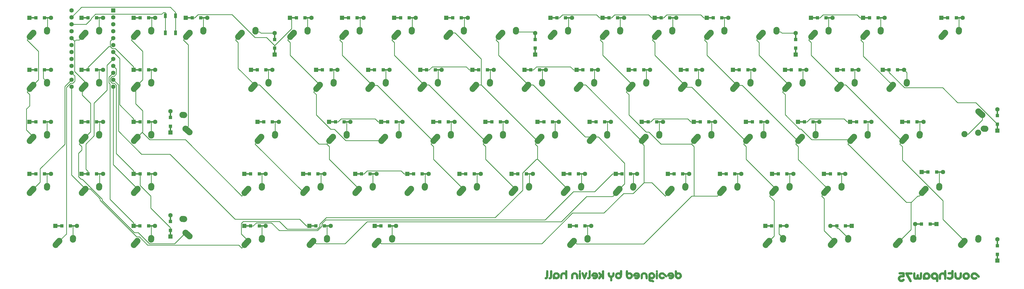
<source format=gbl>
G04 #@! TF.GenerationSoftware,KiCad,Pcbnew,5.1.6*
G04 #@! TF.CreationDate,2020-07-30T11:30:43-04:00*
G04 #@! TF.ProjectId,southpawpcb,736f7574-6870-4617-9770-63622e6b6963,rev?*
G04 #@! TF.SameCoordinates,Original*
G04 #@! TF.FileFunction,Copper,L2,Bot*
G04 #@! TF.FilePolarity,Positive*
%FSLAX46Y46*%
G04 Gerber Fmt 4.6, Leading zero omitted, Abs format (unit mm)*
G04 Created by KiCad (PCBNEW 5.1.6) date 2020-07-30 11:30:43*
%MOMM*%
%LPD*%
G01*
G04 APERTURE LIST*
G04 #@! TA.AperFunction,EtchedComponent*
%ADD10C,0.010000*%
G04 #@! TD*
G04 #@! TA.AperFunction,ComponentPad*
%ADD11R,1.600000X1.600000*%
G04 #@! TD*
G04 #@! TA.AperFunction,ComponentPad*
%ADD12C,1.600000*%
G04 #@! TD*
G04 #@! TA.AperFunction,ComponentPad*
%ADD13C,2.250000*%
G04 #@! TD*
G04 #@! TA.AperFunction,SMDPad,CuDef*
%ADD14R,1.200000X1.200000*%
G04 #@! TD*
G04 #@! TA.AperFunction,Conductor*
%ADD15R,2.500000X0.500000*%
G04 #@! TD*
G04 #@! TA.AperFunction,Conductor*
%ADD16R,0.500000X2.500000*%
G04 #@! TD*
G04 #@! TA.AperFunction,SMDPad,CuDef*
%ADD17R,1.000000X1.700000*%
G04 #@! TD*
G04 #@! TA.AperFunction,Conductor*
%ADD18C,0.250000*%
G04 #@! TD*
G04 APERTURE END LIST*
D10*
G04 #@! TO.C,G1*
G36*
X247053461Y-72499092D02*
G01*
X246737078Y-72652122D01*
X246489867Y-72865937D01*
X246312372Y-73109913D01*
X246236290Y-73271842D01*
X246199168Y-73419140D01*
X246193571Y-73599280D01*
X246205981Y-73789215D01*
X246226367Y-74040666D01*
X246236973Y-74215778D01*
X246237754Y-74355951D01*
X246228664Y-74502583D01*
X246209656Y-74697075D01*
X246204921Y-74742839D01*
X246198728Y-75100085D01*
X246268079Y-75382559D01*
X246420073Y-75611776D01*
X246523325Y-75708262D01*
X246677545Y-75817867D01*
X246828444Y-75871041D01*
X247032533Y-75886373D01*
X247065377Y-75886556D01*
X247284264Y-75902969D01*
X247481439Y-75944444D01*
X247560764Y-75975160D01*
X247754557Y-76042062D01*
X247956971Y-76060176D01*
X248122248Y-76028214D01*
X248177198Y-75992517D01*
X248238954Y-75858898D01*
X248240554Y-75681220D01*
X248186359Y-75514393D01*
X248133852Y-75446707D01*
X247927325Y-75318199D01*
X247650382Y-75224837D01*
X247348961Y-75181318D01*
X247300012Y-75179947D01*
X247067916Y-75151044D01*
X246928068Y-75073121D01*
X246889477Y-74973126D01*
X246946574Y-74940499D01*
X247112696Y-74926471D01*
X247347268Y-74930274D01*
X247601680Y-74935259D01*
X247782366Y-74919104D01*
X247932934Y-74874439D01*
X248070872Y-74807986D01*
X248348948Y-74596760D01*
X248549886Y-74314909D01*
X248666961Y-73986669D01*
X248687307Y-73717546D01*
X247952733Y-73717546D01*
X247903736Y-73944812D01*
X247774451Y-74111468D01*
X247591430Y-74207316D01*
X247381229Y-74222158D01*
X247170403Y-74145796D01*
X247062142Y-74059573D01*
X246922252Y-73862806D01*
X246889477Y-73700610D01*
X246942681Y-73498602D01*
X247079665Y-73320608D01*
X247266489Y-73200568D01*
X247421105Y-73168982D01*
X247627469Y-73222688D01*
X247805011Y-73362392D01*
X247922604Y-73555976D01*
X247952733Y-73717546D01*
X248687307Y-73717546D01*
X248693452Y-73636278D01*
X248622634Y-73287971D01*
X248541915Y-73109913D01*
X248369948Y-72879383D01*
X248139531Y-72674195D01*
X248107725Y-72652122D01*
X247771217Y-72493567D01*
X247411662Y-72442557D01*
X247053461Y-72499092D01*
G37*
X247053461Y-72499092D02*
X246737078Y-72652122D01*
X246489867Y-72865937D01*
X246312372Y-73109913D01*
X246236290Y-73271842D01*
X246199168Y-73419140D01*
X246193571Y-73599280D01*
X246205981Y-73789215D01*
X246226367Y-74040666D01*
X246236973Y-74215778D01*
X246237754Y-74355951D01*
X246228664Y-74502583D01*
X246209656Y-74697075D01*
X246204921Y-74742839D01*
X246198728Y-75100085D01*
X246268079Y-75382559D01*
X246420073Y-75611776D01*
X246523325Y-75708262D01*
X246677545Y-75817867D01*
X246828444Y-75871041D01*
X247032533Y-75886373D01*
X247065377Y-75886556D01*
X247284264Y-75902969D01*
X247481439Y-75944444D01*
X247560764Y-75975160D01*
X247754557Y-76042062D01*
X247956971Y-76060176D01*
X248122248Y-76028214D01*
X248177198Y-75992517D01*
X248238954Y-75858898D01*
X248240554Y-75681220D01*
X248186359Y-75514393D01*
X248133852Y-75446707D01*
X247927325Y-75318199D01*
X247650382Y-75224837D01*
X247348961Y-75181318D01*
X247300012Y-75179947D01*
X247067916Y-75151044D01*
X246928068Y-75073121D01*
X246889477Y-74973126D01*
X246946574Y-74940499D01*
X247112696Y-74926471D01*
X247347268Y-74930274D01*
X247601680Y-74935259D01*
X247782366Y-74919104D01*
X247932934Y-74874439D01*
X248070872Y-74807986D01*
X248348948Y-74596760D01*
X248549886Y-74314909D01*
X248666961Y-73986669D01*
X248687307Y-73717546D01*
X247952733Y-73717546D01*
X247903736Y-73944812D01*
X247774451Y-74111468D01*
X247591430Y-74207316D01*
X247381229Y-74222158D01*
X247170403Y-74145796D01*
X247062142Y-74059573D01*
X246922252Y-73862806D01*
X246889477Y-73700610D01*
X246942681Y-73498602D01*
X247079665Y-73320608D01*
X247266489Y-73200568D01*
X247421105Y-73168982D01*
X247627469Y-73222688D01*
X247805011Y-73362392D01*
X247922604Y-73555976D01*
X247952733Y-73717546D01*
X248687307Y-73717546D01*
X248693452Y-73636278D01*
X248622634Y-73287971D01*
X248541915Y-73109913D01*
X248369948Y-72879383D01*
X248139531Y-72674195D01*
X248107725Y-72652122D01*
X247771217Y-72493567D01*
X247411662Y-72442557D01*
X247053461Y-72499092D01*
G36*
X231551825Y-72498872D02*
G01*
X231430032Y-72621010D01*
X231366884Y-72835496D01*
X231354457Y-73049219D01*
X231366492Y-73283259D01*
X231396698Y-73509093D01*
X231416750Y-73598853D01*
X231529914Y-73845156D01*
X231713567Y-74082224D01*
X231931248Y-74267750D01*
X232047275Y-74330434D01*
X232240175Y-74411033D01*
X232240175Y-74989124D01*
X232247968Y-75303934D01*
X232270623Y-75522053D01*
X232307057Y-75633550D01*
X232311058Y-75638099D01*
X232436319Y-75698553D01*
X232606756Y-75710793D01*
X232771832Y-75678619D01*
X232881013Y-75605832D01*
X232887864Y-75594726D01*
X232915334Y-75486114D01*
X232936411Y-75293737D01*
X232947856Y-75051928D01*
X232949012Y-74946476D01*
X232950537Y-74692986D01*
X232959768Y-74531243D01*
X232983686Y-74434858D01*
X233029273Y-74377441D01*
X233103511Y-74332602D01*
X233112681Y-74327845D01*
X233363553Y-74149664D01*
X233578288Y-73909668D01*
X233691803Y-73710457D01*
X233737299Y-73536420D01*
X233765045Y-73300190D01*
X233774222Y-73042171D01*
X233764011Y-72802768D01*
X233733592Y-72622384D01*
X233714840Y-72574401D01*
X233616312Y-72497864D01*
X233456474Y-72460242D01*
X233286762Y-72465157D01*
X233158611Y-72516236D01*
X233141140Y-72533982D01*
X233107382Y-72627257D01*
X233075080Y-72801045D01*
X233051191Y-73017850D01*
X233051072Y-73019394D01*
X233027145Y-73250277D01*
X232990509Y-73398961D01*
X232928786Y-73501387D01*
X232862883Y-73565789D01*
X232660121Y-73680604D01*
X232460222Y-73678667D01*
X232271567Y-73560120D01*
X232267024Y-73555621D01*
X232180586Y-73447633D01*
X232136661Y-73318813D01*
X232122447Y-73125995D01*
X232122035Y-73066671D01*
X232098826Y-72776960D01*
X232024814Y-72586411D01*
X231893426Y-72484639D01*
X231738081Y-72460145D01*
X231551825Y-72498872D01*
G37*
X231551825Y-72498872D02*
X231430032Y-72621010D01*
X231366884Y-72835496D01*
X231354457Y-73049219D01*
X231366492Y-73283259D01*
X231396698Y-73509093D01*
X231416750Y-73598853D01*
X231529914Y-73845156D01*
X231713567Y-74082224D01*
X231931248Y-74267750D01*
X232047275Y-74330434D01*
X232240175Y-74411033D01*
X232240175Y-74989124D01*
X232247968Y-75303934D01*
X232270623Y-75522053D01*
X232307057Y-75633550D01*
X232311058Y-75638099D01*
X232436319Y-75698553D01*
X232606756Y-75710793D01*
X232771832Y-75678619D01*
X232881013Y-75605832D01*
X232887864Y-75594726D01*
X232915334Y-75486114D01*
X232936411Y-75293737D01*
X232947856Y-75051928D01*
X232949012Y-74946476D01*
X232950537Y-74692986D01*
X232959768Y-74531243D01*
X232983686Y-74434858D01*
X233029273Y-74377441D01*
X233103511Y-74332602D01*
X233112681Y-74327845D01*
X233363553Y-74149664D01*
X233578288Y-73909668D01*
X233691803Y-73710457D01*
X233737299Y-73536420D01*
X233765045Y-73300190D01*
X233774222Y-73042171D01*
X233764011Y-72802768D01*
X233733592Y-72622384D01*
X233714840Y-72574401D01*
X233616312Y-72497864D01*
X233456474Y-72460242D01*
X233286762Y-72465157D01*
X233158611Y-72516236D01*
X233141140Y-72533982D01*
X233107382Y-72627257D01*
X233075080Y-72801045D01*
X233051191Y-73017850D01*
X233051072Y-73019394D01*
X233027145Y-73250277D01*
X232990509Y-73398961D01*
X232928786Y-73501387D01*
X232862883Y-73565789D01*
X232660121Y-73680604D01*
X232460222Y-73678667D01*
X232271567Y-73560120D01*
X232267024Y-73555621D01*
X232180586Y-73447633D01*
X232136661Y-73318813D01*
X232122447Y-73125995D01*
X232122035Y-73066671D01*
X232098826Y-72776960D01*
X232024814Y-72586411D01*
X231893426Y-72484639D01*
X231738081Y-72460145D01*
X231551825Y-72498872D01*
G36*
X229449802Y-71712122D02*
G01*
X229346767Y-71782145D01*
X229279867Y-71917870D01*
X229242574Y-72134855D01*
X229228358Y-72448663D01*
X229227616Y-72569048D01*
X229227616Y-73183292D01*
X228806756Y-72786275D01*
X228607657Y-72602416D01*
X228468714Y-72488585D01*
X228366815Y-72431009D01*
X228278844Y-72415914D01*
X228201291Y-72425497D01*
X227993773Y-72504315D01*
X227889702Y-72635411D01*
X227889443Y-72813355D01*
X227993356Y-73032714D01*
X228147560Y-73229738D01*
X228426107Y-73539550D01*
X228255076Y-73841592D01*
X228136090Y-74052201D01*
X228020103Y-74258257D01*
X227967050Y-74352892D01*
X227886727Y-74576723D01*
X227907674Y-74765602D01*
X228026875Y-74903691D01*
X228077119Y-74930949D01*
X228230254Y-74988213D01*
X228339656Y-74978343D01*
X228454546Y-74890482D01*
X228508556Y-74835768D01*
X228631794Y-74686027D01*
X228768001Y-74489673D01*
X228831531Y-74385974D01*
X228927628Y-74225880D01*
X228990428Y-74153121D01*
X229044352Y-74151955D01*
X229112112Y-74205088D01*
X229202717Y-74352102D01*
X229227616Y-74494064D01*
X229270387Y-74723555D01*
X229390862Y-74876895D01*
X229577287Y-74940186D01*
X229605764Y-74941075D01*
X229720589Y-74936943D01*
X229810332Y-74915914D01*
X229878081Y-74865047D01*
X229926921Y-74771397D01*
X229959938Y-74622019D01*
X229980220Y-74403971D01*
X229990852Y-74104307D01*
X229994920Y-73710085D01*
X229995523Y-73306393D01*
X229994890Y-72857716D01*
X229992284Y-72512357D01*
X229986652Y-72255501D01*
X229976938Y-72072330D01*
X229962085Y-71948027D01*
X229941040Y-71867775D01*
X229912745Y-71816758D01*
X229887500Y-71789998D01*
X229750596Y-71718799D01*
X229595501Y-71692238D01*
X229449802Y-71712122D01*
G37*
X229449802Y-71712122D02*
X229346767Y-71782145D01*
X229279867Y-71917870D01*
X229242574Y-72134855D01*
X229228358Y-72448663D01*
X229227616Y-72569048D01*
X229227616Y-73183292D01*
X228806756Y-72786275D01*
X228607657Y-72602416D01*
X228468714Y-72488585D01*
X228366815Y-72431009D01*
X228278844Y-72415914D01*
X228201291Y-72425497D01*
X227993773Y-72504315D01*
X227889702Y-72635411D01*
X227889443Y-72813355D01*
X227993356Y-73032714D01*
X228147560Y-73229738D01*
X228426107Y-73539550D01*
X228255076Y-73841592D01*
X228136090Y-74052201D01*
X228020103Y-74258257D01*
X227967050Y-74352892D01*
X227886727Y-74576723D01*
X227907674Y-74765602D01*
X228026875Y-74903691D01*
X228077119Y-74930949D01*
X228230254Y-74988213D01*
X228339656Y-74978343D01*
X228454546Y-74890482D01*
X228508556Y-74835768D01*
X228631794Y-74686027D01*
X228768001Y-74489673D01*
X228831531Y-74385974D01*
X228927628Y-74225880D01*
X228990428Y-74153121D01*
X229044352Y-74151955D01*
X229112112Y-74205088D01*
X229202717Y-74352102D01*
X229227616Y-74494064D01*
X229270387Y-74723555D01*
X229390862Y-74876895D01*
X229577287Y-74940186D01*
X229605764Y-74941075D01*
X229720589Y-74936943D01*
X229810332Y-74915914D01*
X229878081Y-74865047D01*
X229926921Y-74771397D01*
X229959938Y-74622019D01*
X229980220Y-74403971D01*
X229990852Y-74104307D01*
X229994920Y-73710085D01*
X229995523Y-73306393D01*
X229994890Y-72857716D01*
X229992284Y-72512357D01*
X229986652Y-72255501D01*
X229976938Y-72072330D01*
X229962085Y-71948027D01*
X229941040Y-71867775D01*
X229912745Y-71816758D01*
X229887500Y-71789998D01*
X229750596Y-71718799D01*
X229595501Y-71692238D01*
X229449802Y-71712122D01*
G36*
X256109424Y-71723118D02*
G01*
X256016768Y-71767429D01*
X255951130Y-71851456D01*
X255908593Y-71989947D01*
X255885238Y-72197650D01*
X255877150Y-72489313D01*
X255880410Y-72879685D01*
X255883077Y-73021308D01*
X255892959Y-73409758D01*
X255905998Y-73699763D01*
X255924269Y-73911010D01*
X255949850Y-74063187D01*
X255984817Y-74175984D01*
X256010796Y-74232238D01*
X256230418Y-74559369D01*
X256500199Y-74782063D01*
X256831042Y-74906912D01*
X257183233Y-74941075D01*
X257423174Y-74930402D01*
X257603182Y-74888228D01*
X257780339Y-74799323D01*
X257830178Y-74768450D01*
X258124345Y-74520331D01*
X258315178Y-74214982D01*
X258402215Y-73853244D01*
X258406313Y-73759775D01*
X257696092Y-73759775D01*
X257604394Y-73969350D01*
X257526579Y-74059573D01*
X257329812Y-74199463D01*
X257167616Y-74232238D01*
X256963967Y-74179524D01*
X256808654Y-74059573D01*
X256665079Y-73852789D01*
X256639140Y-73641445D01*
X256730838Y-73431871D01*
X256808654Y-73341648D01*
X257005421Y-73201757D01*
X257167616Y-73168982D01*
X257371265Y-73221697D01*
X257526579Y-73341648D01*
X257670154Y-73548431D01*
X257696092Y-73759775D01*
X258406313Y-73759775D01*
X258408081Y-73719479D01*
X258360679Y-73332682D01*
X258214950Y-73008646D01*
X257965613Y-72737332D01*
X257843552Y-72646611D01*
X257687808Y-72546510D01*
X257561869Y-72489322D01*
X257423930Y-72465192D01*
X257232187Y-72464264D01*
X257093779Y-72469840D01*
X256635988Y-72490556D01*
X256635988Y-72222680D01*
X256604786Y-71953745D01*
X256509662Y-71782658D01*
X256348336Y-71706485D01*
X256233013Y-71703775D01*
X256109424Y-71723118D01*
G37*
X256109424Y-71723118D02*
X256016768Y-71767429D01*
X255951130Y-71851456D01*
X255908593Y-71989947D01*
X255885238Y-72197650D01*
X255877150Y-72489313D01*
X255880410Y-72879685D01*
X255883077Y-73021308D01*
X255892959Y-73409758D01*
X255905998Y-73699763D01*
X255924269Y-73911010D01*
X255949850Y-74063187D01*
X255984817Y-74175984D01*
X256010796Y-74232238D01*
X256230418Y-74559369D01*
X256500199Y-74782063D01*
X256831042Y-74906912D01*
X257183233Y-74941075D01*
X257423174Y-74930402D01*
X257603182Y-74888228D01*
X257780339Y-74799323D01*
X257830178Y-74768450D01*
X258124345Y-74520331D01*
X258315178Y-74214982D01*
X258402215Y-73853244D01*
X258406313Y-73759775D01*
X257696092Y-73759775D01*
X257604394Y-73969350D01*
X257526579Y-74059573D01*
X257329812Y-74199463D01*
X257167616Y-74232238D01*
X256963967Y-74179524D01*
X256808654Y-74059573D01*
X256665079Y-73852789D01*
X256639140Y-73641445D01*
X256730838Y-73431871D01*
X256808654Y-73341648D01*
X257005421Y-73201757D01*
X257167616Y-73168982D01*
X257371265Y-73221697D01*
X257526579Y-73341648D01*
X257670154Y-73548431D01*
X257696092Y-73759775D01*
X258406313Y-73759775D01*
X258408081Y-73719479D01*
X258360679Y-73332682D01*
X258214950Y-73008646D01*
X257965613Y-72737332D01*
X257843552Y-72646611D01*
X257687808Y-72546510D01*
X257561869Y-72489322D01*
X257423930Y-72465192D01*
X257232187Y-72464264D01*
X257093779Y-72469840D01*
X256635988Y-72490556D01*
X256635988Y-72222680D01*
X256604786Y-71953745D01*
X256509662Y-71782658D01*
X256348336Y-71706485D01*
X256233013Y-71703775D01*
X256109424Y-71723118D01*
G36*
X254047950Y-72481074D02*
G01*
X253902369Y-72533314D01*
X253771421Y-72604512D01*
X253538612Y-72783025D01*
X253346103Y-73010008D01*
X253205790Y-73260388D01*
X253129568Y-73509088D01*
X253129331Y-73731035D01*
X253178690Y-73853955D01*
X253221648Y-73910331D01*
X253277763Y-73949521D01*
X253368057Y-73975256D01*
X253513549Y-73991270D01*
X253735260Y-74001294D01*
X254051926Y-74009014D01*
X254834361Y-74025494D01*
X254666255Y-74139371D01*
X254545181Y-74206304D01*
X254422562Y-74225049D01*
X254247252Y-74201653D01*
X254207166Y-74193641D01*
X253943944Y-74164287D01*
X253767557Y-74206807D01*
X253667287Y-74326433D01*
X253635332Y-74472895D01*
X253649205Y-74662371D01*
X253736472Y-74794750D01*
X253909535Y-74878649D01*
X254180799Y-74922684D01*
X254293190Y-74929898D01*
X254541695Y-74934347D01*
X254721185Y-74913593D01*
X254879593Y-74859161D01*
X254982035Y-74808108D01*
X255285045Y-74589180D01*
X255490216Y-74306099D01*
X255600410Y-73954213D01*
X255619789Y-73771902D01*
X255595952Y-73401331D01*
X254834361Y-73401331D01*
X253948314Y-73401331D01*
X254087765Y-73285157D01*
X254244678Y-73199298D01*
X254391337Y-73168982D01*
X254558388Y-73207102D01*
X254694910Y-73285157D01*
X254834361Y-73401331D01*
X255595952Y-73401331D01*
X255594630Y-73380792D01*
X255471226Y-73052339D01*
X255245624Y-72778026D01*
X255107861Y-72668677D01*
X254939489Y-72566028D01*
X254768928Y-72506968D01*
X254546859Y-72476623D01*
X254449500Y-72470127D01*
X254214256Y-72463197D01*
X254047950Y-72481074D01*
G37*
X254047950Y-72481074D02*
X253902369Y-72533314D01*
X253771421Y-72604512D01*
X253538612Y-72783025D01*
X253346103Y-73010008D01*
X253205790Y-73260388D01*
X253129568Y-73509088D01*
X253129331Y-73731035D01*
X253178690Y-73853955D01*
X253221648Y-73910331D01*
X253277763Y-73949521D01*
X253368057Y-73975256D01*
X253513549Y-73991270D01*
X253735260Y-74001294D01*
X254051926Y-74009014D01*
X254834361Y-74025494D01*
X254666255Y-74139371D01*
X254545181Y-74206304D01*
X254422562Y-74225049D01*
X254247252Y-74201653D01*
X254207166Y-74193641D01*
X253943944Y-74164287D01*
X253767557Y-74206807D01*
X253667287Y-74326433D01*
X253635332Y-74472895D01*
X253649205Y-74662371D01*
X253736472Y-74794750D01*
X253909535Y-74878649D01*
X254180799Y-74922684D01*
X254293190Y-74929898D01*
X254541695Y-74934347D01*
X254721185Y-74913593D01*
X254879593Y-74859161D01*
X254982035Y-74808108D01*
X255285045Y-74589180D01*
X255490216Y-74306099D01*
X255600410Y-73954213D01*
X255619789Y-73771902D01*
X255595952Y-73401331D01*
X254834361Y-73401331D01*
X253948314Y-73401331D01*
X254087765Y-73285157D01*
X254244678Y-73199298D01*
X254391337Y-73168982D01*
X254558388Y-73207102D01*
X254694910Y-73285157D01*
X254834361Y-73401331D01*
X255595952Y-73401331D01*
X255594630Y-73380792D01*
X255471226Y-73052339D01*
X255245624Y-72778026D01*
X255107861Y-72668677D01*
X254939489Y-72566028D01*
X254768928Y-72506968D01*
X254546859Y-72476623D01*
X254449500Y-72470127D01*
X254214256Y-72463197D01*
X254047950Y-72481074D01*
G36*
X250922830Y-72483377D02*
G01*
X250666448Y-72552489D01*
X250623286Y-72572536D01*
X250322916Y-72785345D01*
X250108160Y-73058342D01*
X249979099Y-73371319D01*
X249935816Y-73704069D01*
X249978392Y-74036382D01*
X250106907Y-74348051D01*
X250321443Y-74618867D01*
X250614233Y-74824650D01*
X250900880Y-74917660D01*
X251231918Y-74943898D01*
X251558705Y-74904103D01*
X251820036Y-74806308D01*
X251986941Y-74687667D01*
X252118077Y-74553188D01*
X252143707Y-74514638D01*
X252197241Y-74396989D01*
X252185075Y-74304814D01*
X252110012Y-74190643D01*
X251946536Y-74043292D01*
X251763809Y-74012400D01*
X251564929Y-74098418D01*
X251550338Y-74108936D01*
X251319268Y-74218949D01*
X251090225Y-74212618D01*
X250875820Y-74090823D01*
X250842607Y-74059573D01*
X250699032Y-73852789D01*
X250673094Y-73641445D01*
X250764792Y-73431871D01*
X250842607Y-73341648D01*
X250985138Y-73220105D01*
X251120244Y-73162387D01*
X251264223Y-73173840D01*
X251433371Y-73259811D01*
X251643982Y-73425646D01*
X251912354Y-73676690D01*
X251936802Y-73700610D01*
X252173561Y-73928175D01*
X252347673Y-74082134D01*
X252476865Y-74175463D01*
X252578865Y-74221142D01*
X252662998Y-74232238D01*
X252866427Y-74186100D01*
X252994484Y-74057163D01*
X253032733Y-73887201D01*
X253011817Y-73796303D01*
X252941363Y-73679237D01*
X252809812Y-73521226D01*
X252605606Y-73307490D01*
X252486337Y-73188607D01*
X252262876Y-72975117D01*
X252051355Y-72785555D01*
X251874762Y-72639732D01*
X251756083Y-72557461D01*
X251750899Y-72554774D01*
X251515469Y-72483725D01*
X251222641Y-72460191D01*
X250922830Y-72483377D01*
G37*
X250922830Y-72483377D02*
X250666448Y-72552489D01*
X250623286Y-72572536D01*
X250322916Y-72785345D01*
X250108160Y-73058342D01*
X249979099Y-73371319D01*
X249935816Y-73704069D01*
X249978392Y-74036382D01*
X250106907Y-74348051D01*
X250321443Y-74618867D01*
X250614233Y-74824650D01*
X250900880Y-74917660D01*
X251231918Y-74943898D01*
X251558705Y-74904103D01*
X251820036Y-74806308D01*
X251986941Y-74687667D01*
X252118077Y-74553188D01*
X252143707Y-74514638D01*
X252197241Y-74396989D01*
X252185075Y-74304814D01*
X252110012Y-74190643D01*
X251946536Y-74043292D01*
X251763809Y-74012400D01*
X251564929Y-74098418D01*
X251550338Y-74108936D01*
X251319268Y-74218949D01*
X251090225Y-74212618D01*
X250875820Y-74090823D01*
X250842607Y-74059573D01*
X250699032Y-73852789D01*
X250673094Y-73641445D01*
X250764792Y-73431871D01*
X250842607Y-73341648D01*
X250985138Y-73220105D01*
X251120244Y-73162387D01*
X251264223Y-73173840D01*
X251433371Y-73259811D01*
X251643982Y-73425646D01*
X251912354Y-73676690D01*
X251936802Y-73700610D01*
X252173561Y-73928175D01*
X252347673Y-74082134D01*
X252476865Y-74175463D01*
X252578865Y-74221142D01*
X252662998Y-74232238D01*
X252866427Y-74186100D01*
X252994484Y-74057163D01*
X253032733Y-73887201D01*
X253011817Y-73796303D01*
X252941363Y-73679237D01*
X252809812Y-73521226D01*
X252605606Y-73307490D01*
X252486337Y-73188607D01*
X252262876Y-72975117D01*
X252051355Y-72785555D01*
X251874762Y-72639732D01*
X251756083Y-72557461D01*
X251750899Y-72554774D01*
X251515469Y-72483725D01*
X251222641Y-72460191D01*
X250922830Y-72483377D01*
G36*
X249101703Y-72493121D02*
G01*
X249018067Y-72574401D01*
X248993951Y-72677816D01*
X248975707Y-72871336D01*
X248963236Y-73131697D01*
X248956438Y-73435633D01*
X248955215Y-73759880D01*
X248959469Y-74081172D01*
X248969101Y-74376244D01*
X248984012Y-74621831D01*
X249004104Y-74794668D01*
X249027802Y-74870192D01*
X249154753Y-74928021D01*
X249330438Y-74936089D01*
X249497545Y-74896703D01*
X249572932Y-74848252D01*
X249607088Y-74796594D01*
X249631969Y-74708977D01*
X249648925Y-74568709D01*
X249659307Y-74359094D01*
X249664464Y-74063439D01*
X249665756Y-73700610D01*
X249663953Y-73287719D01*
X249655469Y-72978137D01*
X249635694Y-72757051D01*
X249600019Y-72609649D01*
X249543831Y-72521118D01*
X249462522Y-72476647D01*
X249351481Y-72461422D01*
X249279661Y-72460145D01*
X249101703Y-72493121D01*
G37*
X249101703Y-72493121D02*
X249018067Y-72574401D01*
X248993951Y-72677816D01*
X248975707Y-72871336D01*
X248963236Y-73131697D01*
X248956438Y-73435633D01*
X248955215Y-73759880D01*
X248959469Y-74081172D01*
X248969101Y-74376244D01*
X248984012Y-74621831D01*
X249004104Y-74794668D01*
X249027802Y-74870192D01*
X249154753Y-74928021D01*
X249330438Y-74936089D01*
X249497545Y-74896703D01*
X249572932Y-74848252D01*
X249607088Y-74796594D01*
X249631969Y-74708977D01*
X249648925Y-74568709D01*
X249659307Y-74359094D01*
X249664464Y-74063439D01*
X249665756Y-73700610D01*
X249663953Y-73287719D01*
X249655469Y-72978137D01*
X249635694Y-72757051D01*
X249600019Y-72609649D01*
X249543831Y-72521118D01*
X249462522Y-72476647D01*
X249351481Y-72461422D01*
X249279661Y-72460145D01*
X249101703Y-72493121D01*
G36*
X244260987Y-72504964D02*
G01*
X243949797Y-72641797D01*
X243675809Y-72882763D01*
X243616720Y-72952737D01*
X243543126Y-73047540D01*
X243491984Y-73133584D01*
X243458551Y-73234835D01*
X243438086Y-73375262D01*
X243425846Y-73578830D01*
X243417090Y-73869508D01*
X243414493Y-73974821D01*
X243408793Y-74333834D01*
X243415531Y-74591492D01*
X243440070Y-74764365D01*
X243487777Y-74869027D01*
X243564016Y-74922048D01*
X243674153Y-74940001D01*
X243727322Y-74941075D01*
X243883097Y-74924401D01*
X243991601Y-74863180D01*
X244060726Y-74740617D01*
X244098362Y-74539915D01*
X244112399Y-74244280D01*
X244113198Y-74119671D01*
X244114665Y-73845270D01*
X244123158Y-73661341D01*
X244144818Y-73540221D01*
X244185784Y-73454247D01*
X244252194Y-73375753D01*
X244285863Y-73341648D01*
X244492647Y-73198073D01*
X244703991Y-73172134D01*
X244913565Y-73263832D01*
X245003788Y-73341648D01*
X245081079Y-73423905D01*
X245130994Y-73502933D01*
X245159514Y-73606035D01*
X245172618Y-73760513D01*
X245176287Y-73993671D01*
X245176454Y-74129935D01*
X245179431Y-74416664D01*
X245190798Y-74609486D01*
X245214211Y-74732539D01*
X245253325Y-74809961D01*
X245284477Y-74843316D01*
X245455263Y-74931382D01*
X245645064Y-74933235D01*
X245809234Y-74852823D01*
X245861935Y-74792261D01*
X245910199Y-74648889D01*
X245936875Y-74421660D01*
X245943187Y-74142633D01*
X245930360Y-73843867D01*
X245899618Y-73557422D01*
X245852185Y-73315355D01*
X245799939Y-73168982D01*
X245582234Y-72842055D01*
X245312137Y-72619021D01*
X244980295Y-72494211D01*
X244632411Y-72461117D01*
X244260987Y-72504964D01*
G37*
X244260987Y-72504964D02*
X243949797Y-72641797D01*
X243675809Y-72882763D01*
X243616720Y-72952737D01*
X243543126Y-73047540D01*
X243491984Y-73133584D01*
X243458551Y-73234835D01*
X243438086Y-73375262D01*
X243425846Y-73578830D01*
X243417090Y-73869508D01*
X243414493Y-73974821D01*
X243408793Y-74333834D01*
X243415531Y-74591492D01*
X243440070Y-74764365D01*
X243487777Y-74869027D01*
X243564016Y-74922048D01*
X243674153Y-74940001D01*
X243727322Y-74941075D01*
X243883097Y-74924401D01*
X243991601Y-74863180D01*
X244060726Y-74740617D01*
X244098362Y-74539915D01*
X244112399Y-74244280D01*
X244113198Y-74119671D01*
X244114665Y-73845270D01*
X244123158Y-73661341D01*
X244144818Y-73540221D01*
X244185784Y-73454247D01*
X244252194Y-73375753D01*
X244285863Y-73341648D01*
X244492647Y-73198073D01*
X244703991Y-73172134D01*
X244913565Y-73263832D01*
X245003788Y-73341648D01*
X245081079Y-73423905D01*
X245130994Y-73502933D01*
X245159514Y-73606035D01*
X245172618Y-73760513D01*
X245176287Y-73993671D01*
X245176454Y-74129935D01*
X245179431Y-74416664D01*
X245190798Y-74609486D01*
X245214211Y-74732539D01*
X245253325Y-74809961D01*
X245284477Y-74843316D01*
X245455263Y-74931382D01*
X245645064Y-74933235D01*
X245809234Y-74852823D01*
X245861935Y-74792261D01*
X245910199Y-74648889D01*
X245936875Y-74421660D01*
X245943187Y-74142633D01*
X245930360Y-73843867D01*
X245899618Y-73557422D01*
X245852185Y-73315355D01*
X245799939Y-73168982D01*
X245582234Y-72842055D01*
X245312137Y-72619021D01*
X244980295Y-72494211D01*
X244632411Y-72461117D01*
X244260987Y-72504964D01*
G36*
X241595500Y-72481515D02*
G01*
X241379324Y-72539720D01*
X241207182Y-72647554D01*
X241013810Y-72820697D01*
X240835511Y-73021279D01*
X240708591Y-73211426D01*
X240684515Y-73264521D01*
X240640758Y-73449778D01*
X240630782Y-73653832D01*
X240653576Y-73830326D01*
X240698965Y-73925075D01*
X240795190Y-73959978D01*
X241003935Y-73983516D01*
X241327229Y-73995867D01*
X241540709Y-73997924D01*
X242311570Y-73999890D01*
X242164809Y-74121983D01*
X242034849Y-74202221D01*
X241886166Y-74217869D01*
X241780855Y-74204570D01*
X241483394Y-74173586D01*
X241279746Y-74200720D01*
X241157694Y-74291994D01*
X241105021Y-74453427D01*
X241100640Y-74539745D01*
X241154528Y-74712646D01*
X241310747Y-74839509D01*
X241561130Y-74916091D01*
X241868547Y-74938490D01*
X242142675Y-74919587D01*
X242362670Y-74871041D01*
X242429709Y-74842923D01*
X242738342Y-74622165D01*
X242959262Y-74344413D01*
X243092323Y-74029048D01*
X243137380Y-73695451D01*
X243096817Y-73382517D01*
X242244569Y-73382517D01*
X242178205Y-73399035D01*
X242025384Y-73403614D01*
X241862934Y-73403296D01*
X241425523Y-73401331D01*
X241564974Y-73285157D01*
X241750808Y-73190865D01*
X241956828Y-73175669D01*
X242137948Y-73239427D01*
X242193430Y-73287122D01*
X242243352Y-73347424D01*
X242244569Y-73382517D01*
X243096817Y-73382517D01*
X243094287Y-73363003D01*
X242962897Y-73051085D01*
X242743064Y-72779077D01*
X242446830Y-72572536D01*
X242198997Y-72492545D01*
X241897157Y-72461649D01*
X241595500Y-72481515D01*
G37*
X241595500Y-72481515D02*
X241379324Y-72539720D01*
X241207182Y-72647554D01*
X241013810Y-72820697D01*
X240835511Y-73021279D01*
X240708591Y-73211426D01*
X240684515Y-73264521D01*
X240640758Y-73449778D01*
X240630782Y-73653832D01*
X240653576Y-73830326D01*
X240698965Y-73925075D01*
X240795190Y-73959978D01*
X241003935Y-73983516D01*
X241327229Y-73995867D01*
X241540709Y-73997924D01*
X242311570Y-73999890D01*
X242164809Y-74121983D01*
X242034849Y-74202221D01*
X241886166Y-74217869D01*
X241780855Y-74204570D01*
X241483394Y-74173586D01*
X241279746Y-74200720D01*
X241157694Y-74291994D01*
X241105021Y-74453427D01*
X241100640Y-74539745D01*
X241154528Y-74712646D01*
X241310747Y-74839509D01*
X241561130Y-74916091D01*
X241868547Y-74938490D01*
X242142675Y-74919587D01*
X242362670Y-74871041D01*
X242429709Y-74842923D01*
X242738342Y-74622165D01*
X242959262Y-74344413D01*
X243092323Y-74029048D01*
X243137380Y-73695451D01*
X243096817Y-73382517D01*
X242244569Y-73382517D01*
X242178205Y-73399035D01*
X242025384Y-73403614D01*
X241862934Y-73403296D01*
X241425523Y-73401331D01*
X241564974Y-73285157D01*
X241750808Y-73190865D01*
X241956828Y-73175669D01*
X242137948Y-73239427D01*
X242193430Y-73287122D01*
X242243352Y-73347424D01*
X242244569Y-73382517D01*
X243096817Y-73382517D01*
X243094287Y-73363003D01*
X242962897Y-73051085D01*
X242743064Y-72779077D01*
X242446830Y-72572536D01*
X242198997Y-72492545D01*
X241897157Y-72461649D01*
X241595500Y-72481515D01*
G36*
X238143627Y-71713637D02*
G01*
X238043615Y-71785850D01*
X238031090Y-71806494D01*
X238009379Y-71906183D01*
X237991666Y-72105595D01*
X237978918Y-72386355D01*
X237972103Y-72730086D01*
X237971239Y-72943587D01*
X237973492Y-73332479D01*
X237980306Y-73623664D01*
X237993460Y-73837544D01*
X238014730Y-73994520D01*
X238045894Y-74114993D01*
X238080925Y-74202703D01*
X238264107Y-74496411D01*
X238506651Y-74734043D01*
X238721184Y-74860741D01*
X238969267Y-74922896D01*
X239267051Y-74936725D01*
X239561828Y-74904038D01*
X239800890Y-74826644D01*
X239806992Y-74823470D01*
X240115833Y-74601740D01*
X240333881Y-74323870D01*
X240461363Y-74009041D01*
X240489924Y-73753256D01*
X239760823Y-73753256D01*
X239692916Y-73953454D01*
X239554959Y-74112070D01*
X239370320Y-74211075D01*
X239162366Y-74232439D01*
X238954465Y-74158131D01*
X238936342Y-74145986D01*
X238778346Y-73972490D01*
X238706904Y-73754537D01*
X238734548Y-73531765D01*
X238738823Y-73521048D01*
X238874288Y-73319629D01*
X239060115Y-73202895D01*
X239268460Y-73170609D01*
X239471476Y-73222537D01*
X239641319Y-73358440D01*
X239735313Y-73529509D01*
X239760823Y-73753256D01*
X240489924Y-73753256D01*
X240498503Y-73676431D01*
X240445526Y-73345218D01*
X240302659Y-73034583D01*
X240070126Y-72763703D01*
X239780495Y-72567770D01*
X239623937Y-72501284D01*
X239461711Y-72469606D01*
X239249482Y-72466516D01*
X239110367Y-72473774D01*
X238678779Y-72501472D01*
X238678779Y-72211111D01*
X238663129Y-71955986D01*
X238607598Y-71797028D01*
X238499315Y-71715394D01*
X238325408Y-71692239D01*
X238324361Y-71692238D01*
X238143627Y-71713637D01*
G37*
X238143627Y-71713637D02*
X238043615Y-71785850D01*
X238031090Y-71806494D01*
X238009379Y-71906183D01*
X237991666Y-72105595D01*
X237978918Y-72386355D01*
X237972103Y-72730086D01*
X237971239Y-72943587D01*
X237973492Y-73332479D01*
X237980306Y-73623664D01*
X237993460Y-73837544D01*
X238014730Y-73994520D01*
X238045894Y-74114993D01*
X238080925Y-74202703D01*
X238264107Y-74496411D01*
X238506651Y-74734043D01*
X238721184Y-74860741D01*
X238969267Y-74922896D01*
X239267051Y-74936725D01*
X239561828Y-74904038D01*
X239800890Y-74826644D01*
X239806992Y-74823470D01*
X240115833Y-74601740D01*
X240333881Y-74323870D01*
X240461363Y-74009041D01*
X240489924Y-73753256D01*
X239760823Y-73753256D01*
X239692916Y-73953454D01*
X239554959Y-74112070D01*
X239370320Y-74211075D01*
X239162366Y-74232439D01*
X238954465Y-74158131D01*
X238936342Y-74145986D01*
X238778346Y-73972490D01*
X238706904Y-73754537D01*
X238734548Y-73531765D01*
X238738823Y-73521048D01*
X238874288Y-73319629D01*
X239060115Y-73202895D01*
X239268460Y-73170609D01*
X239471476Y-73222537D01*
X239641319Y-73358440D01*
X239735313Y-73529509D01*
X239760823Y-73753256D01*
X240489924Y-73753256D01*
X240498503Y-73676431D01*
X240445526Y-73345218D01*
X240302659Y-73034583D01*
X240070126Y-72763703D01*
X239780495Y-72567770D01*
X239623937Y-72501284D01*
X239461711Y-72469606D01*
X239249482Y-72466516D01*
X239110367Y-72473774D01*
X238678779Y-72501472D01*
X238678779Y-72211111D01*
X238663129Y-71955986D01*
X238607598Y-71797028D01*
X238499315Y-71715394D01*
X238325408Y-71692239D01*
X238324361Y-71692238D01*
X238143627Y-71713637D01*
G36*
X235957501Y-71750789D02*
G01*
X235929350Y-71778158D01*
X235833675Y-71904585D01*
X235791275Y-72061577D01*
X235784361Y-72214379D01*
X235784361Y-72505611D01*
X235402436Y-72474954D01*
X235167524Y-72464579D01*
X234989112Y-72486219D01*
X234807450Y-72550847D01*
X234690586Y-72605714D01*
X234398560Y-72782837D01*
X234202257Y-72992302D01*
X234088404Y-73256619D01*
X234043727Y-73598299D01*
X234041802Y-73705976D01*
X234046485Y-73949954D01*
X234067406Y-74117166D01*
X234114874Y-74248836D01*
X234199199Y-74386190D01*
X234219012Y-74414592D01*
X234479300Y-74690028D01*
X234800174Y-74864221D01*
X235180053Y-74936388D01*
X235276791Y-74938465D01*
X235631548Y-74900958D01*
X235852762Y-74821703D01*
X236120615Y-74623547D01*
X236340508Y-74353460D01*
X236479541Y-74052874D01*
X236487980Y-74021743D01*
X236510335Y-73873744D01*
X236518359Y-73772861D01*
X235785114Y-73772861D01*
X235703610Y-73986333D01*
X235628631Y-74076509D01*
X235424870Y-74209608D01*
X235204958Y-74230225D01*
X234987500Y-74138790D01*
X234893770Y-74059573D01*
X234759199Y-73855666D01*
X234731135Y-73639818D01*
X234805697Y-73438484D01*
X234979005Y-73278120D01*
X235010983Y-73260416D01*
X235232059Y-73179951D01*
X235416112Y-73200017D01*
X235594574Y-73324867D01*
X235611695Y-73341648D01*
X235754333Y-73551764D01*
X235785114Y-73772861D01*
X236518359Y-73772861D01*
X236529310Y-73635193D01*
X236543429Y-73333660D01*
X236551213Y-72996716D01*
X236552268Y-72822229D01*
X236552268Y-71878022D01*
X236396627Y-71755595D01*
X236233315Y-71654467D01*
X236099532Y-71652257D01*
X235957501Y-71750789D01*
G37*
X235957501Y-71750789D02*
X235929350Y-71778158D01*
X235833675Y-71904585D01*
X235791275Y-72061577D01*
X235784361Y-72214379D01*
X235784361Y-72505611D01*
X235402436Y-72474954D01*
X235167524Y-72464579D01*
X234989112Y-72486219D01*
X234807450Y-72550847D01*
X234690586Y-72605714D01*
X234398560Y-72782837D01*
X234202257Y-72992302D01*
X234088404Y-73256619D01*
X234043727Y-73598299D01*
X234041802Y-73705976D01*
X234046485Y-73949954D01*
X234067406Y-74117166D01*
X234114874Y-74248836D01*
X234199199Y-74386190D01*
X234219012Y-74414592D01*
X234479300Y-74690028D01*
X234800174Y-74864221D01*
X235180053Y-74936388D01*
X235276791Y-74938465D01*
X235631548Y-74900958D01*
X235852762Y-74821703D01*
X236120615Y-74623547D01*
X236340508Y-74353460D01*
X236479541Y-74052874D01*
X236487980Y-74021743D01*
X236510335Y-73873744D01*
X236518359Y-73772861D01*
X235785114Y-73772861D01*
X235703610Y-73986333D01*
X235628631Y-74076509D01*
X235424870Y-74209608D01*
X235204958Y-74230225D01*
X234987500Y-74138790D01*
X234893770Y-74059573D01*
X234759199Y-73855666D01*
X234731135Y-73639818D01*
X234805697Y-73438484D01*
X234979005Y-73278120D01*
X235010983Y-73260416D01*
X235232059Y-73179951D01*
X235416112Y-73200017D01*
X235594574Y-73324867D01*
X235611695Y-73341648D01*
X235754333Y-73551764D01*
X235785114Y-73772861D01*
X236518359Y-73772861D01*
X236529310Y-73635193D01*
X236543429Y-73333660D01*
X236551213Y-72996716D01*
X236552268Y-72822229D01*
X236552268Y-71878022D01*
X236396627Y-71755595D01*
X236233315Y-71654467D01*
X236099532Y-71652257D01*
X235957501Y-71750789D01*
G36*
X226220263Y-72504898D02*
G01*
X225945144Y-72609429D01*
X225897688Y-72638816D01*
X225632743Y-72879538D01*
X225441375Y-73179806D01*
X225344585Y-73505736D01*
X225341059Y-73536943D01*
X225330019Y-73708654D01*
X225345952Y-73831209D01*
X225405050Y-73912937D01*
X225523508Y-73962171D01*
X225717520Y-73987243D01*
X226003280Y-73996483D01*
X226237058Y-73997924D01*
X227012500Y-73999890D01*
X226865739Y-74121983D01*
X226735779Y-74202221D01*
X226587096Y-74217869D01*
X226481785Y-74204570D01*
X226184324Y-74173586D01*
X225980677Y-74200720D01*
X225858625Y-74291994D01*
X225805951Y-74453427D01*
X225801570Y-74539745D01*
X225855458Y-74712646D01*
X226011677Y-74839509D01*
X226262060Y-74916091D01*
X226569477Y-74938490D01*
X226843605Y-74919587D01*
X227063600Y-74871041D01*
X227130640Y-74842923D01*
X227441436Y-74620881D01*
X227663164Y-74342216D01*
X227795780Y-74026173D01*
X227839243Y-73691995D01*
X227796747Y-73382517D01*
X226945499Y-73382517D01*
X226879135Y-73399035D01*
X226726314Y-73403614D01*
X226563864Y-73403296D01*
X226126454Y-73401331D01*
X226265905Y-73285157D01*
X226451738Y-73190865D01*
X226657758Y-73175669D01*
X226838879Y-73239427D01*
X226894361Y-73287122D01*
X226944282Y-73347424D01*
X226945499Y-73382517D01*
X227796747Y-73382517D01*
X227793507Y-73358925D01*
X227658530Y-73046205D01*
X227434269Y-72773081D01*
X227135762Y-72566415D01*
X226862604Y-72480641D01*
X226541761Y-72461052D01*
X226220263Y-72504898D01*
G37*
X226220263Y-72504898D02*
X225945144Y-72609429D01*
X225897688Y-72638816D01*
X225632743Y-72879538D01*
X225441375Y-73179806D01*
X225344585Y-73505736D01*
X225341059Y-73536943D01*
X225330019Y-73708654D01*
X225345952Y-73831209D01*
X225405050Y-73912937D01*
X225523508Y-73962171D01*
X225717520Y-73987243D01*
X226003280Y-73996483D01*
X226237058Y-73997924D01*
X227012500Y-73999890D01*
X226865739Y-74121983D01*
X226735779Y-74202221D01*
X226587096Y-74217869D01*
X226481785Y-74204570D01*
X226184324Y-74173586D01*
X225980677Y-74200720D01*
X225858625Y-74291994D01*
X225805951Y-74453427D01*
X225801570Y-74539745D01*
X225855458Y-74712646D01*
X226011677Y-74839509D01*
X226262060Y-74916091D01*
X226569477Y-74938490D01*
X226843605Y-74919587D01*
X227063600Y-74871041D01*
X227130640Y-74842923D01*
X227441436Y-74620881D01*
X227663164Y-74342216D01*
X227795780Y-74026173D01*
X227839243Y-73691995D01*
X227796747Y-73382517D01*
X226945499Y-73382517D01*
X226879135Y-73399035D01*
X226726314Y-73403614D01*
X226563864Y-73403296D01*
X226126454Y-73401331D01*
X226265905Y-73285157D01*
X226451738Y-73190865D01*
X226657758Y-73175669D01*
X226838879Y-73239427D01*
X226894361Y-73287122D01*
X226944282Y-73347424D01*
X226945499Y-73382517D01*
X227796747Y-73382517D01*
X227793507Y-73358925D01*
X227658530Y-73046205D01*
X227434269Y-72773081D01*
X227135762Y-72566415D01*
X226862604Y-72480641D01*
X226541761Y-72461052D01*
X226220263Y-72504898D01*
G36*
X224613126Y-71694538D02*
G01*
X224486839Y-71739271D01*
X224461219Y-71766075D01*
X224444959Y-71845810D01*
X224427960Y-72024197D01*
X224411450Y-72281766D01*
X224396657Y-72599045D01*
X224384810Y-72956564D01*
X224383895Y-72991423D01*
X224354361Y-74142933D01*
X224118081Y-74253625D01*
X223930954Y-74354389D01*
X223832124Y-74451471D01*
X223796372Y-74573915D01*
X223794102Y-74626740D01*
X223843263Y-74783731D01*
X223975942Y-74890556D01*
X224166138Y-74941350D01*
X224387850Y-74930245D01*
X224615076Y-74851374D01*
X224665017Y-74823255D01*
X224799267Y-74734118D01*
X224902140Y-74640230D01*
X224977780Y-74525088D01*
X225030330Y-74372191D01*
X225063934Y-74165039D01*
X225082734Y-73887131D01*
X225090875Y-73521964D01*
X225092512Y-73120797D01*
X225089551Y-72704734D01*
X225080960Y-72350061D01*
X225067422Y-72071498D01*
X225049619Y-71883765D01*
X225031585Y-71806494D01*
X224935640Y-71731703D01*
X224779440Y-71693199D01*
X224613126Y-71694538D01*
G37*
X224613126Y-71694538D02*
X224486839Y-71739271D01*
X224461219Y-71766075D01*
X224444959Y-71845810D01*
X224427960Y-72024197D01*
X224411450Y-72281766D01*
X224396657Y-72599045D01*
X224384810Y-72956564D01*
X224383895Y-72991423D01*
X224354361Y-74142933D01*
X224118081Y-74253625D01*
X223930954Y-74354389D01*
X223832124Y-74451471D01*
X223796372Y-74573915D01*
X223794102Y-74626740D01*
X223843263Y-74783731D01*
X223975942Y-74890556D01*
X224166138Y-74941350D01*
X224387850Y-74930245D01*
X224615076Y-74851374D01*
X224665017Y-74823255D01*
X224799267Y-74734118D01*
X224902140Y-74640230D01*
X224977780Y-74525088D01*
X225030330Y-74372191D01*
X225063934Y-74165039D01*
X225082734Y-73887131D01*
X225090875Y-73521964D01*
X225092512Y-73120797D01*
X225089551Y-72704734D01*
X225080960Y-72350061D01*
X225067422Y-72071498D01*
X225049619Y-71883765D01*
X225031585Y-71806494D01*
X224935640Y-71731703D01*
X224779440Y-71693199D01*
X224613126Y-71694538D01*
G36*
X223350833Y-72469664D02*
G01*
X223228328Y-72598909D01*
X223106215Y-72826215D01*
X223022648Y-73028143D01*
X222936543Y-73246615D01*
X222866715Y-73415852D01*
X222823505Y-73511161D01*
X222815259Y-73523401D01*
X222788570Y-73472415D01*
X222732126Y-73337258D01*
X222656967Y-73144634D01*
X222638245Y-73095145D01*
X222508487Y-72783671D01*
X222387823Y-72577055D01*
X222264217Y-72463919D01*
X222125636Y-72432886D01*
X221974119Y-72467235D01*
X221867024Y-72518405D01*
X221798459Y-72588638D01*
X221769687Y-72692788D01*
X221781971Y-72845705D01*
X221836573Y-73062241D01*
X221934756Y-73357249D01*
X222077782Y-73745580D01*
X222084247Y-73762717D01*
X222209231Y-74086414D01*
X222326517Y-74376594D01*
X222427465Y-74612904D01*
X222503434Y-74774989D01*
X222540562Y-74837703D01*
X222683290Y-74925031D01*
X222862474Y-74939936D01*
X223027937Y-74885032D01*
X223107646Y-74808169D01*
X223156902Y-74709730D01*
X223238777Y-74522383D01*
X223344245Y-74267773D01*
X223464281Y-73967547D01*
X223550762Y-73745419D01*
X223696703Y-73356311D01*
X223795932Y-73060306D01*
X223849560Y-72842480D01*
X223858696Y-72687909D01*
X223824452Y-72581669D01*
X223747936Y-72508835D01*
X223646349Y-72460459D01*
X223486062Y-72427256D01*
X223350833Y-72469664D01*
G37*
X223350833Y-72469664D02*
X223228328Y-72598909D01*
X223106215Y-72826215D01*
X223022648Y-73028143D01*
X222936543Y-73246615D01*
X222866715Y-73415852D01*
X222823505Y-73511161D01*
X222815259Y-73523401D01*
X222788570Y-73472415D01*
X222732126Y-73337258D01*
X222656967Y-73144634D01*
X222638245Y-73095145D01*
X222508487Y-72783671D01*
X222387823Y-72577055D01*
X222264217Y-72463919D01*
X222125636Y-72432886D01*
X221974119Y-72467235D01*
X221867024Y-72518405D01*
X221798459Y-72588638D01*
X221769687Y-72692788D01*
X221781971Y-72845705D01*
X221836573Y-73062241D01*
X221934756Y-73357249D01*
X222077782Y-73745580D01*
X222084247Y-73762717D01*
X222209231Y-74086414D01*
X222326517Y-74376594D01*
X222427465Y-74612904D01*
X222503434Y-74774989D01*
X222540562Y-74837703D01*
X222683290Y-74925031D01*
X222862474Y-74939936D01*
X223027937Y-74885032D01*
X223107646Y-74808169D01*
X223156902Y-74709730D01*
X223238777Y-74522383D01*
X223344245Y-74267773D01*
X223464281Y-73967547D01*
X223550762Y-73745419D01*
X223696703Y-73356311D01*
X223795932Y-73060306D01*
X223849560Y-72842480D01*
X223858696Y-72687909D01*
X223824452Y-72581669D01*
X223747936Y-72508835D01*
X223646349Y-72460459D01*
X223486062Y-72427256D01*
X223350833Y-72469664D01*
G36*
X221031249Y-72469931D02*
G01*
X220937309Y-72508921D01*
X220869992Y-72591562D01*
X220824986Y-72732299D01*
X220797976Y-72945581D01*
X220784650Y-73245855D01*
X220780692Y-73647566D01*
X220780640Y-73717637D01*
X220784246Y-74078472D01*
X220794348Y-74389982D01*
X220809875Y-74632707D01*
X220829752Y-74787185D01*
X220841788Y-74826819D01*
X220941025Y-74904154D01*
X221102130Y-74941324D01*
X221274566Y-74934530D01*
X221407798Y-74879971D01*
X221418593Y-74870192D01*
X221446721Y-74796703D01*
X221467357Y-74634935D01*
X221480989Y-74376825D01*
X221488108Y-74014312D01*
X221489477Y-73700610D01*
X221488264Y-73288099D01*
X221481963Y-72978864D01*
X221466581Y-72758050D01*
X221438127Y-72610798D01*
X221392607Y-72522252D01*
X221326029Y-72477554D01*
X221234401Y-72461847D01*
X221156129Y-72460145D01*
X221031249Y-72469931D01*
G37*
X221031249Y-72469931D02*
X220937309Y-72508921D01*
X220869992Y-72591562D01*
X220824986Y-72732299D01*
X220797976Y-72945581D01*
X220784650Y-73245855D01*
X220780692Y-73647566D01*
X220780640Y-73717637D01*
X220784246Y-74078472D01*
X220794348Y-74389982D01*
X220809875Y-74632707D01*
X220829752Y-74787185D01*
X220841788Y-74826819D01*
X220941025Y-74904154D01*
X221102130Y-74941324D01*
X221274566Y-74934530D01*
X221407798Y-74879971D01*
X221418593Y-74870192D01*
X221446721Y-74796703D01*
X221467357Y-74634935D01*
X221480989Y-74376825D01*
X221488108Y-74014312D01*
X221489477Y-73700610D01*
X221488264Y-73288099D01*
X221481963Y-72978864D01*
X221466581Y-72758050D01*
X221438127Y-72610798D01*
X221392607Y-72522252D01*
X221326029Y-72477554D01*
X221234401Y-72461847D01*
X221156129Y-72460145D01*
X221031249Y-72469931D01*
G36*
X218919183Y-72484686D02*
G01*
X218653515Y-72567519D01*
X218423944Y-72724761D01*
X218288873Y-72860423D01*
X218143554Y-73046725D01*
X218044032Y-73245438D01*
X217982862Y-73483785D01*
X217952600Y-73788992D01*
X217945620Y-74115723D01*
X217954877Y-74451110D01*
X217988031Y-74685411D01*
X218052470Y-74834520D01*
X218155581Y-74914330D01*
X218304751Y-74940736D01*
X218329244Y-74941075D01*
X218482310Y-74922021D01*
X218590124Y-74854225D01*
X218659885Y-74721737D01*
X218698792Y-74508608D01*
X218714042Y-74198888D01*
X218715076Y-74086188D01*
X218721300Y-73778431D01*
X218742874Y-73564465D01*
X218787608Y-73420181D01*
X218863311Y-73321472D01*
X218977790Y-73244229D01*
X218989896Y-73237701D01*
X219221762Y-73170993D01*
X219442480Y-73221407D01*
X219603788Y-73341648D01*
X219680816Y-73423559D01*
X219730671Y-73502216D01*
X219759260Y-73604753D01*
X219772489Y-73758304D01*
X219776265Y-73990003D01*
X219776454Y-74134871D01*
X219780534Y-74434866D01*
X219794644Y-74638501D01*
X219821590Y-74767332D01*
X219864176Y-74842916D01*
X219869278Y-74848252D01*
X220002212Y-74917521D01*
X220177908Y-74938090D01*
X220341853Y-74909251D01*
X220423742Y-74855458D01*
X220456099Y-74765177D01*
X220474651Y-74583205D01*
X220479960Y-74300254D01*
X220475277Y-74003776D01*
X220466093Y-73688079D01*
X220454094Y-73464895D01*
X220434287Y-73308618D01*
X220401679Y-73193643D01*
X220351275Y-73094363D01*
X220278084Y-72985172D01*
X220276090Y-72982337D01*
X220029561Y-72709060D01*
X219740292Y-72540008D01*
X219390630Y-72466146D01*
X219257696Y-72461117D01*
X218919183Y-72484686D01*
G37*
X218919183Y-72484686D02*
X218653515Y-72567519D01*
X218423944Y-72724761D01*
X218288873Y-72860423D01*
X218143554Y-73046725D01*
X218044032Y-73245438D01*
X217982862Y-73483785D01*
X217952600Y-73788992D01*
X217945620Y-74115723D01*
X217954877Y-74451110D01*
X217988031Y-74685411D01*
X218052470Y-74834520D01*
X218155581Y-74914330D01*
X218304751Y-74940736D01*
X218329244Y-74941075D01*
X218482310Y-74922021D01*
X218590124Y-74854225D01*
X218659885Y-74721737D01*
X218698792Y-74508608D01*
X218714042Y-74198888D01*
X218715076Y-74086188D01*
X218721300Y-73778431D01*
X218742874Y-73564465D01*
X218787608Y-73420181D01*
X218863311Y-73321472D01*
X218977790Y-73244229D01*
X218989896Y-73237701D01*
X219221762Y-73170993D01*
X219442480Y-73221407D01*
X219603788Y-73341648D01*
X219680816Y-73423559D01*
X219730671Y-73502216D01*
X219759260Y-73604753D01*
X219772489Y-73758304D01*
X219776265Y-73990003D01*
X219776454Y-74134871D01*
X219780534Y-74434866D01*
X219794644Y-74638501D01*
X219821590Y-74767332D01*
X219864176Y-74842916D01*
X219869278Y-74848252D01*
X220002212Y-74917521D01*
X220177908Y-74938090D01*
X220341853Y-74909251D01*
X220423742Y-74855458D01*
X220456099Y-74765177D01*
X220474651Y-74583205D01*
X220479960Y-74300254D01*
X220475277Y-74003776D01*
X220466093Y-73688079D01*
X220454094Y-73464895D01*
X220434287Y-73308618D01*
X220401679Y-73193643D01*
X220351275Y-73094363D01*
X220278084Y-72985172D01*
X220276090Y-72982337D01*
X220029561Y-72709060D01*
X219740292Y-72540008D01*
X219390630Y-72466146D01*
X219257696Y-72461117D01*
X218919183Y-72484686D01*
G36*
X215981635Y-71714370D02*
G01*
X215879242Y-71794200D01*
X215829811Y-71951880D01*
X215818779Y-72161843D01*
X215818779Y-72489680D01*
X215292240Y-72489680D01*
X215032986Y-72492705D01*
X214856356Y-72507166D01*
X214726880Y-72541140D01*
X214609089Y-72602704D01*
X214514100Y-72666889D01*
X214331574Y-72829739D01*
X214170092Y-73029707D01*
X214125058Y-73104436D01*
X214063685Y-73234456D01*
X214023627Y-73365928D01*
X214000512Y-73528566D01*
X213989970Y-73752086D01*
X213987616Y-74038668D01*
X213991820Y-74384929D01*
X214008878Y-74630197D01*
X214045461Y-74791460D01*
X214108242Y-74885703D01*
X214203890Y-74929912D01*
X214339077Y-74941073D01*
X214342035Y-74941075D01*
X214488221Y-74927763D01*
X214588335Y-74875789D01*
X214650722Y-74767097D01*
X214683725Y-74583629D01*
X214695688Y-74307331D01*
X214696454Y-74174118D01*
X214714638Y-73788760D01*
X214773170Y-73506009D01*
X214878016Y-73315447D01*
X215035145Y-73206653D01*
X215250523Y-73169209D01*
X215272130Y-73168982D01*
X215466357Y-73222578D01*
X215642387Y-73364155D01*
X215763328Y-73562454D01*
X215788141Y-73685748D01*
X215807220Y-73891008D01*
X215817664Y-74142095D01*
X215818779Y-74253805D01*
X215826959Y-74553717D01*
X215850492Y-74762922D01*
X215887868Y-74868289D01*
X215889663Y-74870192D01*
X216028540Y-74936156D01*
X216206207Y-74935174D01*
X216368515Y-74873236D01*
X216435662Y-74809793D01*
X216465575Y-74750214D01*
X216488430Y-74658045D01*
X216505106Y-74518647D01*
X216516481Y-74317380D01*
X216523435Y-74039606D01*
X216526846Y-73670686D01*
X216527616Y-73278198D01*
X216526784Y-72804814D01*
X216522205Y-72436414D01*
X216510759Y-72159845D01*
X216489324Y-71961953D01*
X216454779Y-71829585D01*
X216404001Y-71749587D01*
X216333871Y-71708806D01*
X216241266Y-71694087D01*
X216151258Y-71692238D01*
X215981635Y-71714370D01*
G37*
X215981635Y-71714370D02*
X215879242Y-71794200D01*
X215829811Y-71951880D01*
X215818779Y-72161843D01*
X215818779Y-72489680D01*
X215292240Y-72489680D01*
X215032986Y-72492705D01*
X214856356Y-72507166D01*
X214726880Y-72541140D01*
X214609089Y-72602704D01*
X214514100Y-72666889D01*
X214331574Y-72829739D01*
X214170092Y-73029707D01*
X214125058Y-73104436D01*
X214063685Y-73234456D01*
X214023627Y-73365928D01*
X214000512Y-73528566D01*
X213989970Y-73752086D01*
X213987616Y-74038668D01*
X213991820Y-74384929D01*
X214008878Y-74630197D01*
X214045461Y-74791460D01*
X214108242Y-74885703D01*
X214203890Y-74929912D01*
X214339077Y-74941073D01*
X214342035Y-74941075D01*
X214488221Y-74927763D01*
X214588335Y-74875789D01*
X214650722Y-74767097D01*
X214683725Y-74583629D01*
X214695688Y-74307331D01*
X214696454Y-74174118D01*
X214714638Y-73788760D01*
X214773170Y-73506009D01*
X214878016Y-73315447D01*
X215035145Y-73206653D01*
X215250523Y-73169209D01*
X215272130Y-73168982D01*
X215466357Y-73222578D01*
X215642387Y-73364155D01*
X215763328Y-73562454D01*
X215788141Y-73685748D01*
X215807220Y-73891008D01*
X215817664Y-74142095D01*
X215818779Y-74253805D01*
X215826959Y-74553717D01*
X215850492Y-74762922D01*
X215887868Y-74868289D01*
X215889663Y-74870192D01*
X216028540Y-74936156D01*
X216206207Y-74935174D01*
X216368515Y-74873236D01*
X216435662Y-74809793D01*
X216465575Y-74750214D01*
X216488430Y-74658045D01*
X216505106Y-74518647D01*
X216516481Y-74317380D01*
X216523435Y-74039606D01*
X216526846Y-73670686D01*
X216527616Y-73278198D01*
X216526784Y-72804814D01*
X216522205Y-72436414D01*
X216510759Y-72159845D01*
X216489324Y-71961953D01*
X216454779Y-71829585D01*
X216404001Y-71749587D01*
X216333871Y-71708806D01*
X216241266Y-71694087D01*
X216151258Y-71692238D01*
X215981635Y-71714370D01*
G36*
X212232694Y-72489704D02*
G01*
X211950672Y-72587728D01*
X211708291Y-72768233D01*
X211599482Y-72884747D01*
X211452274Y-73095502D01*
X211352838Y-73339571D01*
X211294735Y-73641836D01*
X211271529Y-74027180D01*
X211270407Y-74156648D01*
X211281356Y-74483783D01*
X211319326Y-74710075D01*
X211392000Y-74851224D01*
X211507059Y-74922932D01*
X211654224Y-74941075D01*
X211799705Y-74925799D01*
X211885996Y-74888586D01*
X211889245Y-74884263D01*
X211971391Y-74857822D01*
X212073786Y-74884263D01*
X212212773Y-74914762D01*
X212419229Y-74935383D01*
X212596647Y-74941075D01*
X212826931Y-74931966D01*
X212996281Y-74893631D01*
X213161215Y-74809566D01*
X213253969Y-74749099D01*
X213533757Y-74495907D01*
X213719050Y-74192297D01*
X213809849Y-73858756D01*
X213808130Y-73699106D01*
X213079630Y-73699106D01*
X213035255Y-73903966D01*
X212917373Y-74079185D01*
X212736710Y-74197283D01*
X212545168Y-74232238D01*
X212327116Y-74177997D01*
X212194043Y-74076509D01*
X212060944Y-73872748D01*
X212040327Y-73652835D01*
X212131763Y-73435378D01*
X212210980Y-73341648D01*
X212418161Y-73200601D01*
X212634880Y-73176013D01*
X212851287Y-73268328D01*
X212904957Y-73310388D01*
X213039772Y-73492086D01*
X213079630Y-73699106D01*
X213808130Y-73699106D01*
X213806154Y-73515772D01*
X213707964Y-73183833D01*
X213515280Y-72883428D01*
X213253969Y-72652122D01*
X213075136Y-72542418D01*
X212918737Y-72484435D01*
X212730353Y-72462511D01*
X212586961Y-72460145D01*
X212232694Y-72489704D01*
G37*
X212232694Y-72489704D02*
X211950672Y-72587728D01*
X211708291Y-72768233D01*
X211599482Y-72884747D01*
X211452274Y-73095502D01*
X211352838Y-73339571D01*
X211294735Y-73641836D01*
X211271529Y-74027180D01*
X211270407Y-74156648D01*
X211281356Y-74483783D01*
X211319326Y-74710075D01*
X211392000Y-74851224D01*
X211507059Y-74922932D01*
X211654224Y-74941075D01*
X211799705Y-74925799D01*
X211885996Y-74888586D01*
X211889245Y-74884263D01*
X211971391Y-74857822D01*
X212073786Y-74884263D01*
X212212773Y-74914762D01*
X212419229Y-74935383D01*
X212596647Y-74941075D01*
X212826931Y-74931966D01*
X212996281Y-74893631D01*
X213161215Y-74809566D01*
X213253969Y-74749099D01*
X213533757Y-74495907D01*
X213719050Y-74192297D01*
X213809849Y-73858756D01*
X213808130Y-73699106D01*
X213079630Y-73699106D01*
X213035255Y-73903966D01*
X212917373Y-74079185D01*
X212736710Y-74197283D01*
X212545168Y-74232238D01*
X212327116Y-74177997D01*
X212194043Y-74076509D01*
X212060944Y-73872748D01*
X212040327Y-73652835D01*
X212131763Y-73435378D01*
X212210980Y-73341648D01*
X212418161Y-73200601D01*
X212634880Y-73176013D01*
X212851287Y-73268328D01*
X212904957Y-73310388D01*
X213039772Y-73492086D01*
X213079630Y-73699106D01*
X213808130Y-73699106D01*
X213806154Y-73515772D01*
X213707964Y-73183833D01*
X213515280Y-72883428D01*
X213253969Y-72652122D01*
X213075136Y-72542418D01*
X212918737Y-72484435D01*
X212730353Y-72462511D01*
X212586961Y-72460145D01*
X212232694Y-72489704D01*
G36*
X210501940Y-71722857D02*
G01*
X210417563Y-71768271D01*
X210356060Y-71853423D01*
X210313878Y-71992643D01*
X210287462Y-72200259D01*
X210273259Y-72490603D01*
X210267716Y-72878002D01*
X210267092Y-73096607D01*
X210266221Y-74176093D01*
X210103779Y-74233665D01*
X209952233Y-74293769D01*
X209852733Y-74341532D01*
X209781015Y-74439522D01*
X209746351Y-74596891D01*
X209754662Y-74759058D01*
X209796865Y-74856330D01*
X209915789Y-74919939D01*
X210103896Y-74941148D01*
X210320779Y-74921690D01*
X210526036Y-74863296D01*
X210609307Y-74821495D01*
X210741162Y-74727543D01*
X210842959Y-74615848D01*
X210918443Y-74470709D01*
X210971357Y-74276426D01*
X211005444Y-74017300D01*
X211024447Y-73677630D01*
X211032111Y-73241715D01*
X211032831Y-73045231D01*
X211032474Y-72644953D01*
X211029393Y-72346051D01*
X211022105Y-72131765D01*
X211009131Y-71985338D01*
X210988989Y-71890011D01*
X210960197Y-71829027D01*
X210921514Y-71785843D01*
X210752466Y-71707791D01*
X210612745Y-71702851D01*
X210501940Y-71722857D01*
G37*
X210501940Y-71722857D02*
X210417563Y-71768271D01*
X210356060Y-71853423D01*
X210313878Y-71992643D01*
X210287462Y-72200259D01*
X210273259Y-72490603D01*
X210267716Y-72878002D01*
X210267092Y-73096607D01*
X210266221Y-74176093D01*
X210103779Y-74233665D01*
X209952233Y-74293769D01*
X209852733Y-74341532D01*
X209781015Y-74439522D01*
X209746351Y-74596891D01*
X209754662Y-74759058D01*
X209796865Y-74856330D01*
X209915789Y-74919939D01*
X210103896Y-74941148D01*
X210320779Y-74921690D01*
X210526036Y-74863296D01*
X210609307Y-74821495D01*
X210741162Y-74727543D01*
X210842959Y-74615848D01*
X210918443Y-74470709D01*
X210971357Y-74276426D01*
X211005444Y-74017300D01*
X211024447Y-73677630D01*
X211032111Y-73241715D01*
X211032831Y-73045231D01*
X211032474Y-72644953D01*
X211029393Y-72346051D01*
X211022105Y-72131765D01*
X211009131Y-71985338D01*
X210988989Y-71890011D01*
X210960197Y-71829027D01*
X210921514Y-71785843D01*
X210752466Y-71707791D01*
X210612745Y-71702851D01*
X210501940Y-71722857D01*
G36*
X208966400Y-71730225D02*
G01*
X208919430Y-71763122D01*
X208891188Y-71837119D01*
X208870393Y-72000128D01*
X208856557Y-72260057D01*
X208849194Y-72624815D01*
X208847642Y-72929750D01*
X208844483Y-73282306D01*
X208836253Y-73597358D01*
X208823916Y-73854544D01*
X208808439Y-74033504D01*
X208791526Y-74112806D01*
X208700147Y-74190703D01*
X208553020Y-74261587D01*
X208541384Y-74265617D01*
X208360925Y-74377953D01*
X208272653Y-74547874D01*
X208288361Y-74749158D01*
X208305086Y-74791021D01*
X208362822Y-74883055D01*
X208451395Y-74927510D01*
X208609617Y-74940733D01*
X208661336Y-74941075D01*
X208942594Y-74905047D01*
X209143925Y-74808169D01*
X209273977Y-74710979D01*
X209373669Y-74608365D01*
X209446984Y-74483640D01*
X209497905Y-74320117D01*
X209530413Y-74101107D01*
X209548491Y-73809925D01*
X209556121Y-73429884D01*
X209557384Y-73075687D01*
X209556524Y-72668485D01*
X209553025Y-72363032D01*
X209545512Y-72142944D01*
X209532608Y-71991839D01*
X209512936Y-71893332D01*
X209485119Y-71831040D01*
X209449361Y-71789998D01*
X209303631Y-71715938D01*
X209124030Y-71695069D01*
X208966400Y-71730225D01*
G37*
X208966400Y-71730225D02*
X208919430Y-71763122D01*
X208891188Y-71837119D01*
X208870393Y-72000128D01*
X208856557Y-72260057D01*
X208849194Y-72624815D01*
X208847642Y-72929750D01*
X208844483Y-73282306D01*
X208836253Y-73597358D01*
X208823916Y-73854544D01*
X208808439Y-74033504D01*
X208791526Y-74112806D01*
X208700147Y-74190703D01*
X208553020Y-74261587D01*
X208541384Y-74265617D01*
X208360925Y-74377953D01*
X208272653Y-74547874D01*
X208288361Y-74749158D01*
X208305086Y-74791021D01*
X208362822Y-74883055D01*
X208451395Y-74927510D01*
X208609617Y-74940733D01*
X208661336Y-74941075D01*
X208942594Y-74905047D01*
X209143925Y-74808169D01*
X209273977Y-74710979D01*
X209373669Y-74608365D01*
X209446984Y-74483640D01*
X209497905Y-74320117D01*
X209530413Y-74101107D01*
X209548491Y-73809925D01*
X209556121Y-73429884D01*
X209557384Y-73075687D01*
X209556524Y-72668485D01*
X209553025Y-72363032D01*
X209545512Y-72142944D01*
X209532608Y-71991839D01*
X209512936Y-71893332D01*
X209485119Y-71831040D01*
X209449361Y-71789998D01*
X209303631Y-71715938D01*
X209124030Y-71695069D01*
X208966400Y-71730225D01*
G36*
X249100312Y-71740808D02*
G01*
X248992068Y-71863026D01*
X248949796Y-72023657D01*
X248983566Y-72187465D01*
X249088202Y-72309121D01*
X249275965Y-72392981D01*
X249444838Y-72362161D01*
X249547616Y-72282936D01*
X249650365Y-72115199D01*
X249651528Y-71945814D01*
X249564104Y-71801899D01*
X249401091Y-71710570D01*
X249264462Y-71692238D01*
X249100312Y-71740808D01*
G37*
X249100312Y-71740808D02*
X248992068Y-71863026D01*
X248949796Y-72023657D01*
X248983566Y-72187465D01*
X249088202Y-72309121D01*
X249275965Y-72392981D01*
X249444838Y-72362161D01*
X249547616Y-72282936D01*
X249650365Y-72115199D01*
X249651528Y-71945814D01*
X249564104Y-71801899D01*
X249401091Y-71710570D01*
X249264462Y-71692238D01*
X249100312Y-71740808D01*
G36*
X220965842Y-71738087D02*
G01*
X220836047Y-71855941D01*
X220785708Y-72016262D01*
X220827985Y-72189511D01*
X220898779Y-72282936D01*
X221061974Y-72386799D01*
X221236353Y-72375544D01*
X221358194Y-72309121D01*
X221466973Y-72169955D01*
X221489477Y-72025586D01*
X221456527Y-71830753D01*
X221349322Y-71723897D01*
X221161934Y-71692238D01*
X220965842Y-71738087D01*
G37*
X220965842Y-71738087D02*
X220836047Y-71855941D01*
X220785708Y-72016262D01*
X220827985Y-72189511D01*
X220898779Y-72282936D01*
X221061974Y-72386799D01*
X221236353Y-72375544D01*
X221358194Y-72309121D01*
X221466973Y-72169955D01*
X221489477Y-72025586D01*
X221456527Y-71830753D01*
X221349322Y-71723897D01*
X221161934Y-71692238D01*
X220965842Y-71738087D01*
G04 #@! TO.C,G3*
G36*
X345734530Y-72492286D02*
G01*
X345591306Y-72550937D01*
X345579701Y-72561449D01*
X345541869Y-72665468D01*
X345516986Y-72890293D01*
X345504853Y-73238189D01*
X345503500Y-73442674D01*
X345498723Y-73820531D01*
X345480960Y-74087765D01*
X345445067Y-74260513D01*
X345385898Y-74354912D01*
X345298308Y-74387096D01*
X345204926Y-74379009D01*
X345146153Y-74348581D01*
X345106904Y-74267552D01*
X345080441Y-74110890D01*
X345060025Y-73853568D01*
X345059000Y-73836926D01*
X345036914Y-73587874D01*
X345006339Y-73386844D01*
X344972931Y-73268399D01*
X344963750Y-73254654D01*
X344783114Y-73158556D01*
X344574134Y-73161192D01*
X344419986Y-73237570D01*
X344338908Y-73319175D01*
X344287641Y-73425718D01*
X344256117Y-73590795D01*
X344234272Y-73848002D01*
X344233500Y-73859999D01*
X344212479Y-74116817D01*
X344185000Y-74272106D01*
X344143902Y-74351337D01*
X344087575Y-74379015D01*
X343973705Y-74384788D01*
X343892350Y-74341184D01*
X343838362Y-74232066D01*
X343806598Y-74041298D01*
X343791912Y-73752743D01*
X343789000Y-73442674D01*
X343785761Y-73074679D01*
X343771400Y-72814953D01*
X343738948Y-72644836D01*
X343681441Y-72545664D01*
X343591912Y-72498776D01*
X343463392Y-72485510D01*
X343431586Y-72485250D01*
X343282915Y-72495261D01*
X343175626Y-72536985D01*
X343103082Y-72627954D01*
X343058650Y-72785702D01*
X343035694Y-73027763D01*
X343027579Y-73371669D01*
X343027000Y-73554401D01*
X343033619Y-73983529D01*
X343057990Y-74308304D01*
X343106886Y-74550898D01*
X343187080Y-74733483D01*
X343305346Y-74878232D01*
X343468457Y-75007315D01*
X343471468Y-75009375D01*
X343680177Y-75101002D01*
X343943972Y-75149137D01*
X344213953Y-75151269D01*
X344441221Y-75104889D01*
X344522673Y-75063344D01*
X344637406Y-75006821D01*
X344740417Y-75041826D01*
X344771188Y-75063344D01*
X344944173Y-75130003D01*
X345187951Y-75153294D01*
X345454601Y-75134966D01*
X345696200Y-75076768D01*
X345805706Y-75025593D01*
X345974600Y-74907391D01*
X346097062Y-74775287D01*
X346180222Y-74607295D01*
X346231206Y-74381429D01*
X346257144Y-74075702D01*
X346265165Y-73668128D01*
X346265263Y-73608200D01*
X346260733Y-73276453D01*
X346248143Y-72983616D01*
X346229273Y-72756854D01*
X346205902Y-72623330D01*
X346199766Y-72608075D01*
X346093086Y-72524940D01*
X345919899Y-72484982D01*
X345734530Y-72492286D01*
G37*
X345734530Y-72492286D02*
X345591306Y-72550937D01*
X345579701Y-72561449D01*
X345541869Y-72665468D01*
X345516986Y-72890293D01*
X345504853Y-73238189D01*
X345503500Y-73442674D01*
X345498723Y-73820531D01*
X345480960Y-74087765D01*
X345445067Y-74260513D01*
X345385898Y-74354912D01*
X345298308Y-74387096D01*
X345204926Y-74379009D01*
X345146153Y-74348581D01*
X345106904Y-74267552D01*
X345080441Y-74110890D01*
X345060025Y-73853568D01*
X345059000Y-73836926D01*
X345036914Y-73587874D01*
X345006339Y-73386844D01*
X344972931Y-73268399D01*
X344963750Y-73254654D01*
X344783114Y-73158556D01*
X344574134Y-73161192D01*
X344419986Y-73237570D01*
X344338908Y-73319175D01*
X344287641Y-73425718D01*
X344256117Y-73590795D01*
X344234272Y-73848002D01*
X344233500Y-73859999D01*
X344212479Y-74116817D01*
X344185000Y-74272106D01*
X344143902Y-74351337D01*
X344087575Y-74379015D01*
X343973705Y-74384788D01*
X343892350Y-74341184D01*
X343838362Y-74232066D01*
X343806598Y-74041298D01*
X343791912Y-73752743D01*
X343789000Y-73442674D01*
X343785761Y-73074679D01*
X343771400Y-72814953D01*
X343738948Y-72644836D01*
X343681441Y-72545664D01*
X343591912Y-72498776D01*
X343463392Y-72485510D01*
X343431586Y-72485250D01*
X343282915Y-72495261D01*
X343175626Y-72536985D01*
X343103082Y-72627954D01*
X343058650Y-72785702D01*
X343035694Y-73027763D01*
X343027579Y-73371669D01*
X343027000Y-73554401D01*
X343033619Y-73983529D01*
X343057990Y-74308304D01*
X343106886Y-74550898D01*
X343187080Y-74733483D01*
X343305346Y-74878232D01*
X343468457Y-75007315D01*
X343471468Y-75009375D01*
X343680177Y-75101002D01*
X343943972Y-75149137D01*
X344213953Y-75151269D01*
X344441221Y-75104889D01*
X344522673Y-75063344D01*
X344637406Y-75006821D01*
X344740417Y-75041826D01*
X344771188Y-75063344D01*
X344944173Y-75130003D01*
X345187951Y-75153294D01*
X345454601Y-75134966D01*
X345696200Y-75076768D01*
X345805706Y-75025593D01*
X345974600Y-74907391D01*
X346097062Y-74775287D01*
X346180222Y-74607295D01*
X346231206Y-74381429D01*
X346257144Y-74075702D01*
X346265165Y-73668128D01*
X346265263Y-73608200D01*
X346260733Y-73276453D01*
X346248143Y-72983616D01*
X346229273Y-72756854D01*
X346205902Y-72623330D01*
X346199766Y-72608075D01*
X346093086Y-72524940D01*
X345919899Y-72484982D01*
X345734530Y-72492286D01*
G36*
X347646031Y-72494490D02*
G01*
X347465192Y-72533663D01*
X347292192Y-72619944D01*
X347181975Y-72691625D01*
X346964948Y-72859683D01*
X346808689Y-73040489D01*
X346703063Y-73259111D01*
X346637934Y-73540613D01*
X346603166Y-73910065D01*
X346593684Y-74146598D01*
X346587693Y-74526775D01*
X346599127Y-74798206D01*
X346634510Y-74978679D01*
X346700363Y-75085977D01*
X346803210Y-75137888D01*
X346949573Y-75152196D01*
X346962487Y-75152250D01*
X347130377Y-75137946D01*
X347237013Y-75102453D01*
X347248251Y-75091176D01*
X347336558Y-75062752D01*
X347446632Y-75091176D01*
X347668883Y-75138002D01*
X347952833Y-75148656D01*
X348242352Y-75125374D01*
X348481313Y-75070392D01*
X348535228Y-75047815D01*
X348835540Y-74836137D01*
X349080149Y-74540926D01*
X349246622Y-74197643D01*
X349312524Y-73841746D01*
X349312587Y-73836331D01*
X348487982Y-73836331D01*
X348436151Y-74044414D01*
X348316722Y-74221914D01*
X348146758Y-74347267D01*
X347943324Y-74398913D01*
X347723484Y-74355290D01*
X347621881Y-74297529D01*
X347452034Y-74111021D01*
X347375235Y-73876720D01*
X347404952Y-73637241D01*
X347409548Y-73625720D01*
X347557972Y-73402162D01*
X347761226Y-73274148D01*
X347990707Y-73248305D01*
X348217812Y-73331258D01*
X348320591Y-73414659D01*
X348455150Y-73619225D01*
X348487982Y-73836331D01*
X349312587Y-73836331D01*
X349312792Y-73818750D01*
X349258259Y-73482960D01*
X349110269Y-73149335D01*
X348892241Y-72854093D01*
X348627592Y-72633451D01*
X348505915Y-72570792D01*
X348331090Y-72524690D01*
X348089456Y-72493633D01*
X347893966Y-72485250D01*
X347646031Y-72494490D01*
G37*
X347646031Y-72494490D02*
X347465192Y-72533663D01*
X347292192Y-72619944D01*
X347181975Y-72691625D01*
X346964948Y-72859683D01*
X346808689Y-73040489D01*
X346703063Y-73259111D01*
X346637934Y-73540613D01*
X346603166Y-73910065D01*
X346593684Y-74146598D01*
X346587693Y-74526775D01*
X346599127Y-74798206D01*
X346634510Y-74978679D01*
X346700363Y-75085977D01*
X346803210Y-75137888D01*
X346949573Y-75152196D01*
X346962487Y-75152250D01*
X347130377Y-75137946D01*
X347237013Y-75102453D01*
X347248251Y-75091176D01*
X347336558Y-75062752D01*
X347446632Y-75091176D01*
X347668883Y-75138002D01*
X347952833Y-75148656D01*
X348242352Y-75125374D01*
X348481313Y-75070392D01*
X348535228Y-75047815D01*
X348835540Y-74836137D01*
X349080149Y-74540926D01*
X349246622Y-74197643D01*
X349312524Y-73841746D01*
X349312587Y-73836331D01*
X348487982Y-73836331D01*
X348436151Y-74044414D01*
X348316722Y-74221914D01*
X348146758Y-74347267D01*
X347943324Y-74398913D01*
X347723484Y-74355290D01*
X347621881Y-74297529D01*
X347452034Y-74111021D01*
X347375235Y-73876720D01*
X347404952Y-73637241D01*
X347409548Y-73625720D01*
X347557972Y-73402162D01*
X347761226Y-73274148D01*
X347990707Y-73248305D01*
X348217812Y-73331258D01*
X348320591Y-73414659D01*
X348455150Y-73619225D01*
X348487982Y-73836331D01*
X349312587Y-73836331D01*
X349312792Y-73818750D01*
X349258259Y-73482960D01*
X349110269Y-73149335D01*
X348892241Y-72854093D01*
X348627592Y-72633451D01*
X348505915Y-72570792D01*
X348331090Y-72524690D01*
X348089456Y-72493633D01*
X347893966Y-72485250D01*
X347646031Y-72494490D01*
G36*
X354507076Y-71721457D02*
G01*
X354435092Y-71775875D01*
X354356438Y-71945544D01*
X354330000Y-72206575D01*
X354330000Y-72521151D01*
X353891299Y-72496362D01*
X353514573Y-72497643D01*
X353220754Y-72558236D01*
X352974786Y-72690400D01*
X352752420Y-72894593D01*
X352588420Y-73098089D01*
X352475833Y-73310643D01*
X352406191Y-73561961D01*
X352371030Y-73881746D01*
X352361855Y-74264995D01*
X352371806Y-74625537D01*
X352407447Y-74877410D01*
X352476718Y-75037702D01*
X352587562Y-75123498D01*
X352747921Y-75151884D01*
X352774250Y-75152250D01*
X352938696Y-75131961D01*
X353054444Y-75059668D01*
X353129162Y-74918227D01*
X353170514Y-74690497D01*
X353186167Y-74359333D01*
X353187000Y-74229251D01*
X353188728Y-73936542D01*
X353198241Y-73741229D01*
X353222038Y-73613713D01*
X353266614Y-73524396D01*
X353338467Y-73443680D01*
X353365100Y-73417880D01*
X353591107Y-73275723D01*
X353832111Y-73256555D01*
X354069845Y-73360800D01*
X354119962Y-73400396D01*
X354196496Y-73472030D01*
X354248558Y-73548143D01*
X354282314Y-73654928D01*
X354303934Y-73818578D01*
X354319584Y-74065289D01*
X354329878Y-74291851D01*
X354348125Y-74636612D01*
X354374480Y-74874262D01*
X354418808Y-75024678D01*
X354490973Y-75107736D01*
X354600839Y-75143313D01*
X354756391Y-75151277D01*
X354945819Y-75111728D01*
X355026266Y-75029424D01*
X355048969Y-74924565D01*
X355067056Y-74717757D01*
X355080594Y-74430324D01*
X355089652Y-74083590D01*
X355094297Y-73698879D01*
X355094596Y-73297516D01*
X355090618Y-72900824D01*
X355082430Y-72530128D01*
X355070101Y-72206753D01*
X355053697Y-71952022D01*
X355033287Y-71787259D01*
X355015800Y-71735949D01*
X354874238Y-71670837D01*
X354684514Y-71667391D01*
X354507076Y-71721457D01*
G37*
X354507076Y-71721457D02*
X354435092Y-71775875D01*
X354356438Y-71945544D01*
X354330000Y-72206575D01*
X354330000Y-72521151D01*
X353891299Y-72496362D01*
X353514573Y-72497643D01*
X353220754Y-72558236D01*
X352974786Y-72690400D01*
X352752420Y-72894593D01*
X352588420Y-73098089D01*
X352475833Y-73310643D01*
X352406191Y-73561961D01*
X352371030Y-73881746D01*
X352361855Y-74264995D01*
X352371806Y-74625537D01*
X352407447Y-74877410D01*
X352476718Y-75037702D01*
X352587562Y-75123498D01*
X352747921Y-75151884D01*
X352774250Y-75152250D01*
X352938696Y-75131961D01*
X353054444Y-75059668D01*
X353129162Y-74918227D01*
X353170514Y-74690497D01*
X353186167Y-74359333D01*
X353187000Y-74229251D01*
X353188728Y-73936542D01*
X353198241Y-73741229D01*
X353222038Y-73613713D01*
X353266614Y-73524396D01*
X353338467Y-73443680D01*
X353365100Y-73417880D01*
X353591107Y-73275723D01*
X353832111Y-73256555D01*
X354069845Y-73360800D01*
X354119962Y-73400396D01*
X354196496Y-73472030D01*
X354248558Y-73548143D01*
X354282314Y-73654928D01*
X354303934Y-73818578D01*
X354319584Y-74065289D01*
X354329878Y-74291851D01*
X354348125Y-74636612D01*
X354374480Y-74874262D01*
X354418808Y-75024678D01*
X354490973Y-75107736D01*
X354600839Y-75143313D01*
X354756391Y-75151277D01*
X354945819Y-75111728D01*
X355026266Y-75029424D01*
X355048969Y-74924565D01*
X355067056Y-74717757D01*
X355080594Y-74430324D01*
X355089652Y-74083590D01*
X355094297Y-73698879D01*
X355094596Y-73297516D01*
X355090618Y-72900824D01*
X355082430Y-72530128D01*
X355070101Y-72206753D01*
X355053697Y-71952022D01*
X355033287Y-71787259D01*
X355015800Y-71735949D01*
X354874238Y-71670837D01*
X354684514Y-71667391D01*
X354507076Y-71721457D01*
G36*
X357206231Y-71677195D02*
G01*
X357076269Y-71732996D01*
X357073201Y-71735949D01*
X357027907Y-71841334D01*
X357000613Y-72020790D01*
X356997000Y-72116949D01*
X356997000Y-72421750D01*
X356435342Y-72421750D01*
X356101867Y-72433778D01*
X355875869Y-72475880D01*
X355739585Y-72557078D01*
X355675247Y-72686396D01*
X355663500Y-72813783D01*
X355690340Y-72973314D01*
X355781918Y-73082179D01*
X355954818Y-73148129D01*
X356225629Y-73178917D01*
X356455069Y-73183750D01*
X357014388Y-73183750D01*
X356980144Y-73610353D01*
X356954112Y-73851342D01*
X356912799Y-74008069D01*
X356839776Y-74123267D01*
X356748199Y-74213603D01*
X356538058Y-74351223D01*
X356321974Y-74378734D01*
X356073138Y-74297380D01*
X355983130Y-74249084D01*
X355740349Y-74158223D01*
X355531804Y-74174433D01*
X355376772Y-74293253D01*
X355320729Y-74402335D01*
X355306394Y-74604583D01*
X355397724Y-74785660D01*
X355574169Y-74938478D01*
X355815176Y-75055947D01*
X356100194Y-75130978D01*
X356408672Y-75156481D01*
X356720058Y-75125368D01*
X357013801Y-75030548D01*
X357066388Y-75004499D01*
X357277386Y-74857503D01*
X357476889Y-74662654D01*
X357536750Y-74586506D01*
X357727250Y-74316262D01*
X357746945Y-73078489D01*
X357751767Y-72597937D01*
X357748701Y-72234314D01*
X357737337Y-71977772D01*
X357717263Y-71818461D01*
X357691545Y-71750233D01*
X357572766Y-71687174D01*
X357391362Y-71662374D01*
X357206231Y-71677195D01*
G37*
X357206231Y-71677195D02*
X357076269Y-71732996D01*
X357073201Y-71735949D01*
X357027907Y-71841334D01*
X357000613Y-72020790D01*
X356997000Y-72116949D01*
X356997000Y-72421750D01*
X356435342Y-72421750D01*
X356101867Y-72433778D01*
X355875869Y-72475880D01*
X355739585Y-72557078D01*
X355675247Y-72686396D01*
X355663500Y-72813783D01*
X355690340Y-72973314D01*
X355781918Y-73082179D01*
X355954818Y-73148129D01*
X356225629Y-73178917D01*
X356455069Y-73183750D01*
X357014388Y-73183750D01*
X356980144Y-73610353D01*
X356954112Y-73851342D01*
X356912799Y-74008069D01*
X356839776Y-74123267D01*
X356748199Y-74213603D01*
X356538058Y-74351223D01*
X356321974Y-74378734D01*
X356073138Y-74297380D01*
X355983130Y-74249084D01*
X355740349Y-74158223D01*
X355531804Y-74174433D01*
X355376772Y-74293253D01*
X355320729Y-74402335D01*
X355306394Y-74604583D01*
X355397724Y-74785660D01*
X355574169Y-74938478D01*
X355815176Y-75055947D01*
X356100194Y-75130978D01*
X356408672Y-75156481D01*
X356720058Y-75125368D01*
X357013801Y-75030548D01*
X357066388Y-75004499D01*
X357277386Y-74857503D01*
X357476889Y-74662654D01*
X357536750Y-74586506D01*
X357727250Y-74316262D01*
X357746945Y-73078489D01*
X357751767Y-72597937D01*
X357748701Y-72234314D01*
X357737337Y-71977772D01*
X357717263Y-71818461D01*
X357691545Y-71750233D01*
X357572766Y-71687174D01*
X357391362Y-71662374D01*
X357206231Y-71677195D01*
G36*
X360190765Y-72517222D02*
G01*
X360123176Y-72564625D01*
X360094091Y-72658275D01*
X360066476Y-72848349D01*
X360044017Y-73104289D01*
X360033164Y-73310750D01*
X360010988Y-73677618D01*
X359972081Y-73940071D01*
X359908673Y-74120374D01*
X359812998Y-74240795D01*
X359680310Y-74322231D01*
X359417492Y-74386375D01*
X359176963Y-74326085D01*
X359048539Y-74237103D01*
X358971148Y-74164440D01*
X358918777Y-74087003D01*
X358885012Y-73978123D01*
X358863443Y-73811128D01*
X358847656Y-73559346D01*
X358838623Y-73363978D01*
X358821519Y-73068743D01*
X358799436Y-72817154D01*
X358775405Y-72638287D01*
X358755378Y-72564624D01*
X358651041Y-72503720D01*
X358483382Y-72488076D01*
X358306987Y-72515770D01*
X358176445Y-72584877D01*
X358176286Y-72585035D01*
X358131396Y-72656120D01*
X358101655Y-72777444D01*
X358084462Y-72971103D01*
X358077213Y-73259197D01*
X358076500Y-73432298D01*
X358079279Y-73766007D01*
X358090591Y-74003819D01*
X358114900Y-74176772D01*
X358156670Y-74315903D01*
X358220365Y-74452250D01*
X358224251Y-74459637D01*
X358371520Y-74671057D01*
X358566339Y-74870372D01*
X358641002Y-74928968D01*
X358812227Y-75035301D01*
X358980120Y-75096880D01*
X359194757Y-75128160D01*
X359366377Y-75138381D01*
X359676485Y-75138324D01*
X359896090Y-75103365D01*
X360013250Y-75056022D01*
X360349750Y-74813585D01*
X360609657Y-74500302D01*
X360686613Y-74358500D01*
X360748046Y-74159811D01*
X360790056Y-73891825D01*
X360812568Y-73585834D01*
X360815506Y-73273129D01*
X360798795Y-72985002D01*
X360762360Y-72752746D01*
X360706125Y-72607651D01*
X360690875Y-72590341D01*
X360541090Y-72513130D01*
X360355566Y-72487905D01*
X360190765Y-72517222D01*
G37*
X360190765Y-72517222D02*
X360123176Y-72564625D01*
X360094091Y-72658275D01*
X360066476Y-72848349D01*
X360044017Y-73104289D01*
X360033164Y-73310750D01*
X360010988Y-73677618D01*
X359972081Y-73940071D01*
X359908673Y-74120374D01*
X359812998Y-74240795D01*
X359680310Y-74322231D01*
X359417492Y-74386375D01*
X359176963Y-74326085D01*
X359048539Y-74237103D01*
X358971148Y-74164440D01*
X358918777Y-74087003D01*
X358885012Y-73978123D01*
X358863443Y-73811128D01*
X358847656Y-73559346D01*
X358838623Y-73363978D01*
X358821519Y-73068743D01*
X358799436Y-72817154D01*
X358775405Y-72638287D01*
X358755378Y-72564624D01*
X358651041Y-72503720D01*
X358483382Y-72488076D01*
X358306987Y-72515770D01*
X358176445Y-72584877D01*
X358176286Y-72585035D01*
X358131396Y-72656120D01*
X358101655Y-72777444D01*
X358084462Y-72971103D01*
X358077213Y-73259197D01*
X358076500Y-73432298D01*
X358079279Y-73766007D01*
X358090591Y-74003819D01*
X358114900Y-74176772D01*
X358156670Y-74315903D01*
X358220365Y-74452250D01*
X358224251Y-74459637D01*
X358371520Y-74671057D01*
X358566339Y-74870372D01*
X358641002Y-74928968D01*
X358812227Y-75035301D01*
X358980120Y-75096880D01*
X359194757Y-75128160D01*
X359366377Y-75138381D01*
X359676485Y-75138324D01*
X359896090Y-75103365D01*
X360013250Y-75056022D01*
X360349750Y-74813585D01*
X360609657Y-74500302D01*
X360686613Y-74358500D01*
X360748046Y-74159811D01*
X360790056Y-73891825D01*
X360812568Y-73585834D01*
X360815506Y-73273129D01*
X360798795Y-72985002D01*
X360762360Y-72752746D01*
X360706125Y-72607651D01*
X360690875Y-72590341D01*
X360541090Y-72513130D01*
X360355566Y-72487905D01*
X360190765Y-72517222D01*
G36*
X362005219Y-72541175D02*
G01*
X361701668Y-72660826D01*
X361624237Y-72709421D01*
X361330247Y-72980823D01*
X361148055Y-73306255D01*
X361073412Y-73694871D01*
X361073914Y-73895388D01*
X361149727Y-74317364D01*
X361322895Y-74661402D01*
X361585237Y-74919738D01*
X361928568Y-75084603D01*
X362344708Y-75148234D01*
X362394500Y-75148719D01*
X362644433Y-75134900D01*
X362870963Y-75100538D01*
X362997750Y-75063319D01*
X363172720Y-74959478D01*
X363349416Y-74816215D01*
X363368772Y-74797250D01*
X363612633Y-74470327D01*
X363745266Y-74110076D01*
X363765087Y-73815735D01*
X362966000Y-73815735D01*
X362912971Y-74068508D01*
X362772689Y-74255595D01*
X362573360Y-74364203D01*
X362343192Y-74381540D01*
X362110394Y-74294815D01*
X362034360Y-74238239D01*
X361911775Y-74100792D01*
X361862785Y-73936023D01*
X361857637Y-73818750D01*
X361909218Y-73561107D01*
X362046445Y-73375202D01*
X362243039Y-73272752D01*
X362472726Y-73265474D01*
X362709228Y-73365084D01*
X362770628Y-73411644D01*
X362909581Y-73560851D01*
X362962133Y-73727627D01*
X362966000Y-73815735D01*
X363765087Y-73815735D01*
X363770376Y-73737202D01*
X363691667Y-73372411D01*
X363512844Y-73036406D01*
X363237611Y-72749892D01*
X362972226Y-72580988D01*
X362687814Y-72496747D01*
X362349706Y-72484979D01*
X362005219Y-72541175D01*
G37*
X362005219Y-72541175D02*
X361701668Y-72660826D01*
X361624237Y-72709421D01*
X361330247Y-72980823D01*
X361148055Y-73306255D01*
X361073412Y-73694871D01*
X361073914Y-73895388D01*
X361149727Y-74317364D01*
X361322895Y-74661402D01*
X361585237Y-74919738D01*
X361928568Y-75084603D01*
X362344708Y-75148234D01*
X362394500Y-75148719D01*
X362644433Y-75134900D01*
X362870963Y-75100538D01*
X362997750Y-75063319D01*
X363172720Y-74959478D01*
X363349416Y-74816215D01*
X363368772Y-74797250D01*
X363612633Y-74470327D01*
X363745266Y-74110076D01*
X363765087Y-73815735D01*
X362966000Y-73815735D01*
X362912971Y-74068508D01*
X362772689Y-74255595D01*
X362573360Y-74364203D01*
X362343192Y-74381540D01*
X362110394Y-74294815D01*
X362034360Y-74238239D01*
X361911775Y-74100792D01*
X361862785Y-73936023D01*
X361857637Y-73818750D01*
X361909218Y-73561107D01*
X362046445Y-73375202D01*
X362243039Y-73272752D01*
X362472726Y-73265474D01*
X362709228Y-73365084D01*
X362770628Y-73411644D01*
X362909581Y-73560851D01*
X362962133Y-73727627D01*
X362966000Y-73815735D01*
X363765087Y-73815735D01*
X363770376Y-73737202D01*
X363691667Y-73372411D01*
X363512844Y-73036406D01*
X363237611Y-72749892D01*
X362972226Y-72580988D01*
X362687814Y-72496747D01*
X362349706Y-72484979D01*
X362005219Y-72541175D01*
G36*
X365079355Y-72510224D02*
G01*
X364803745Y-72584519D01*
X364757346Y-72606070D01*
X364432316Y-72835873D01*
X364200220Y-73129892D01*
X364061110Y-73466554D01*
X364015040Y-73824287D01*
X364062064Y-74181520D01*
X364202235Y-74516680D01*
X364435607Y-74808195D01*
X364751334Y-75028991D01*
X365056532Y-75127525D01*
X365410583Y-75155167D01*
X365760769Y-75112798D01*
X366043852Y-75007375D01*
X366223274Y-74879835D01*
X366364245Y-74735271D01*
X366391798Y-74693829D01*
X366449346Y-74567356D01*
X366436268Y-74468268D01*
X366355576Y-74345535D01*
X366179840Y-74187132D01*
X365983408Y-74153923D01*
X365769611Y-74246393D01*
X365753926Y-74257700D01*
X365505526Y-74375963D01*
X365259305Y-74369157D01*
X365028819Y-74238228D01*
X364993116Y-74204634D01*
X364838773Y-73982342D01*
X364810889Y-73755147D01*
X364909464Y-73529854D01*
X364993116Y-73432865D01*
X365146336Y-73302206D01*
X365291576Y-73240159D01*
X365446353Y-73252472D01*
X365628186Y-73344891D01*
X365854594Y-73523163D01*
X366143093Y-73793035D01*
X366169375Y-73818750D01*
X366423891Y-74063382D01*
X366611062Y-74228887D01*
X366749943Y-74329216D01*
X366859593Y-74378321D01*
X366950036Y-74390250D01*
X367168722Y-74340651D01*
X367306384Y-74202044D01*
X367347500Y-74019335D01*
X367325016Y-73921619D01*
X367249278Y-73795773D01*
X367107861Y-73625911D01*
X366888339Y-73396145D01*
X366760125Y-73268346D01*
X366519905Y-73038844D01*
X366292520Y-72835065D01*
X366102682Y-72678305D01*
X365975102Y-72589864D01*
X365969529Y-72586975D01*
X365716442Y-72510598D01*
X365401652Y-72485298D01*
X365079355Y-72510224D01*
G37*
X365079355Y-72510224D02*
X364803745Y-72584519D01*
X364757346Y-72606070D01*
X364432316Y-72835873D01*
X364200220Y-73129892D01*
X364061110Y-73466554D01*
X364015040Y-73824287D01*
X364062064Y-74181520D01*
X364202235Y-74516680D01*
X364435607Y-74808195D01*
X364751334Y-75028991D01*
X365056532Y-75127525D01*
X365410583Y-75155167D01*
X365760769Y-75112798D01*
X366043852Y-75007375D01*
X366223274Y-74879835D01*
X366364245Y-74735271D01*
X366391798Y-74693829D01*
X366449346Y-74567356D01*
X366436268Y-74468268D01*
X366355576Y-74345535D01*
X366179840Y-74187132D01*
X365983408Y-74153923D01*
X365769611Y-74246393D01*
X365753926Y-74257700D01*
X365505526Y-74375963D01*
X365259305Y-74369157D01*
X365028819Y-74238228D01*
X364993116Y-74204634D01*
X364838773Y-73982342D01*
X364810889Y-73755147D01*
X364909464Y-73529854D01*
X364993116Y-73432865D01*
X365146336Y-73302206D01*
X365291576Y-73240159D01*
X365446353Y-73252472D01*
X365628186Y-73344891D01*
X365854594Y-73523163D01*
X366143093Y-73793035D01*
X366169375Y-73818750D01*
X366423891Y-74063382D01*
X366611062Y-74228887D01*
X366749943Y-74329216D01*
X366859593Y-74378321D01*
X366950036Y-74390250D01*
X367168722Y-74340651D01*
X367306384Y-74202044D01*
X367347500Y-74019335D01*
X367325016Y-73921619D01*
X367249278Y-73795773D01*
X367107861Y-73625911D01*
X366888339Y-73396145D01*
X366760125Y-73268346D01*
X366519905Y-73038844D01*
X366292520Y-72835065D01*
X366102682Y-72678305D01*
X365975102Y-72589864D01*
X365969529Y-72586975D01*
X365716442Y-72510598D01*
X365401652Y-72485298D01*
X365079355Y-72510224D01*
G36*
X338761467Y-72421750D02*
G01*
X338408503Y-72423660D01*
X338160298Y-72431175D01*
X337994646Y-72446973D01*
X337889338Y-72473729D01*
X337822169Y-72514121D01*
X337798092Y-72537875D01*
X337706815Y-72718633D01*
X337711936Y-72917206D01*
X337809126Y-73078658D01*
X337899533Y-73132199D01*
X338044009Y-73164871D01*
X338268895Y-73180636D01*
X338507626Y-73183749D01*
X338781247Y-73184955D01*
X338952079Y-73192971D01*
X339044332Y-73214397D01*
X339082217Y-73255834D01*
X339089943Y-73323879D01*
X339090000Y-73342500D01*
X339082455Y-73428840D01*
X339040406Y-73476373D01*
X338934733Y-73496646D01*
X338736316Y-73501206D01*
X338689683Y-73501250D01*
X338431125Y-73513097D01*
X338236638Y-73559560D01*
X338044609Y-73657022D01*
X338000334Y-73684548D01*
X337721895Y-73929513D01*
X337537505Y-74235160D01*
X337447165Y-74576828D01*
X337450874Y-74929855D01*
X337548632Y-75269578D01*
X337740440Y-75571335D01*
X338000334Y-75794451D01*
X338204272Y-75906434D01*
X338397132Y-75960836D01*
X338643845Y-75975059D01*
X338673808Y-75974943D01*
X339046738Y-75935987D01*
X339288689Y-75850369D01*
X339508192Y-75701129D01*
X339693837Y-75515362D01*
X339817216Y-75326208D01*
X339852000Y-75193257D01*
X339804577Y-74971821D01*
X339678632Y-74830596D01*
X339498651Y-74775506D01*
X339289119Y-74812477D01*
X339074524Y-74947435D01*
X339026500Y-74993500D01*
X338845291Y-75152591D01*
X338693875Y-75206066D01*
X338539609Y-75158902D01*
X338431814Y-75084141D01*
X338298065Y-74924112D01*
X338264500Y-74739499D01*
X338299705Y-74537266D01*
X338413508Y-74395812D01*
X338618188Y-74308305D01*
X338926026Y-74267913D01*
X339120472Y-74263249D01*
X339403981Y-74258288D01*
X339602813Y-74230663D01*
X339731973Y-74161261D01*
X339806466Y-74030971D01*
X339841296Y-73820679D01*
X339851469Y-73511274D01*
X339852000Y-73331466D01*
X339850636Y-73001667D01*
X339834762Y-72763047D01*
X339786708Y-72600864D01*
X339688803Y-72500378D01*
X339523375Y-72446849D01*
X339272755Y-72425534D01*
X338919270Y-72421693D01*
X338761467Y-72421750D01*
G37*
X338761467Y-72421750D02*
X338408503Y-72423660D01*
X338160298Y-72431175D01*
X337994646Y-72446973D01*
X337889338Y-72473729D01*
X337822169Y-72514121D01*
X337798092Y-72537875D01*
X337706815Y-72718633D01*
X337711936Y-72917206D01*
X337809126Y-73078658D01*
X337899533Y-73132199D01*
X338044009Y-73164871D01*
X338268895Y-73180636D01*
X338507626Y-73183749D01*
X338781247Y-73184955D01*
X338952079Y-73192971D01*
X339044332Y-73214397D01*
X339082217Y-73255834D01*
X339089943Y-73323879D01*
X339090000Y-73342500D01*
X339082455Y-73428840D01*
X339040406Y-73476373D01*
X338934733Y-73496646D01*
X338736316Y-73501206D01*
X338689683Y-73501250D01*
X338431125Y-73513097D01*
X338236638Y-73559560D01*
X338044609Y-73657022D01*
X338000334Y-73684548D01*
X337721895Y-73929513D01*
X337537505Y-74235160D01*
X337447165Y-74576828D01*
X337450874Y-74929855D01*
X337548632Y-75269578D01*
X337740440Y-75571335D01*
X338000334Y-75794451D01*
X338204272Y-75906434D01*
X338397132Y-75960836D01*
X338643845Y-75975059D01*
X338673808Y-75974943D01*
X339046738Y-75935987D01*
X339288689Y-75850369D01*
X339508192Y-75701129D01*
X339693837Y-75515362D01*
X339817216Y-75326208D01*
X339852000Y-75193257D01*
X339804577Y-74971821D01*
X339678632Y-74830596D01*
X339498651Y-74775506D01*
X339289119Y-74812477D01*
X339074524Y-74947435D01*
X339026500Y-74993500D01*
X338845291Y-75152591D01*
X338693875Y-75206066D01*
X338539609Y-75158902D01*
X338431814Y-75084141D01*
X338298065Y-74924112D01*
X338264500Y-74739499D01*
X338299705Y-74537266D01*
X338413508Y-74395812D01*
X338618188Y-74308305D01*
X338926026Y-74267913D01*
X339120472Y-74263249D01*
X339403981Y-74258288D01*
X339602813Y-74230663D01*
X339731973Y-74161261D01*
X339806466Y-74030971D01*
X339841296Y-73820679D01*
X339851469Y-73511274D01*
X339852000Y-73331466D01*
X339850636Y-73001667D01*
X339834762Y-72763047D01*
X339786708Y-72600864D01*
X339688803Y-72500378D01*
X339523375Y-72446849D01*
X339272755Y-72425534D01*
X338919270Y-72421693D01*
X338761467Y-72421750D01*
G36*
X350473990Y-72516508D02*
G01*
X350297357Y-72553969D01*
X350154608Y-72624157D01*
X350032536Y-72714393D01*
X349716128Y-73030937D01*
X349524156Y-73370967D01*
X349472001Y-73566228D01*
X349463579Y-73976332D01*
X349570217Y-74365979D01*
X349781078Y-74709425D01*
X350060549Y-74964343D01*
X350189100Y-75041775D01*
X350321716Y-75088662D01*
X350495436Y-75112342D01*
X350747300Y-75120153D01*
X350848723Y-75120500D01*
X351409000Y-75120500D01*
X351409000Y-75426299D01*
X351426539Y-75699322D01*
X351488181Y-75868966D01*
X351607470Y-75955120D01*
X351784459Y-75977750D01*
X351962596Y-75955534D01*
X352089641Y-75900742D01*
X352103545Y-75887266D01*
X352131779Y-75806677D01*
X352150929Y-75637660D01*
X352161407Y-75370367D01*
X352163622Y-74994947D01*
X352158945Y-74559797D01*
X352147147Y-73818750D01*
X351374364Y-73818750D01*
X351353219Y-74022476D01*
X351272199Y-74166316D01*
X351197641Y-74238239D01*
X350965736Y-74368117D01*
X350723063Y-74385927D01*
X350500049Y-74292296D01*
X350421718Y-74222227D01*
X350307865Y-74026653D01*
X350265927Y-73794477D01*
X350301296Y-73578388D01*
X350347395Y-73495747D01*
X350550285Y-73322619D01*
X350791368Y-73256097D01*
X351037967Y-73299889D01*
X351197641Y-73399260D01*
X351320226Y-73536707D01*
X351369216Y-73701476D01*
X351374364Y-73818750D01*
X352147147Y-73818750D01*
X352139250Y-73322812D01*
X351939326Y-73047042D01*
X351676955Y-72759980D01*
X351375002Y-72581261D01*
X351011963Y-72501103D01*
X350731036Y-72497313D01*
X350473990Y-72516508D01*
G37*
X350473990Y-72516508D02*
X350297357Y-72553969D01*
X350154608Y-72624157D01*
X350032536Y-72714393D01*
X349716128Y-73030937D01*
X349524156Y-73370967D01*
X349472001Y-73566228D01*
X349463579Y-73976332D01*
X349570217Y-74365979D01*
X349781078Y-74709425D01*
X350060549Y-74964343D01*
X350189100Y-75041775D01*
X350321716Y-75088662D01*
X350495436Y-75112342D01*
X350747300Y-75120153D01*
X350848723Y-75120500D01*
X351409000Y-75120500D01*
X351409000Y-75426299D01*
X351426539Y-75699322D01*
X351488181Y-75868966D01*
X351607470Y-75955120D01*
X351784459Y-75977750D01*
X351962596Y-75955534D01*
X352089641Y-75900742D01*
X352103545Y-75887266D01*
X352131779Y-75806677D01*
X352150929Y-75637660D01*
X352161407Y-75370367D01*
X352163622Y-74994947D01*
X352158945Y-74559797D01*
X352147147Y-73818750D01*
X351374364Y-73818750D01*
X351353219Y-74022476D01*
X351272199Y-74166316D01*
X351197641Y-74238239D01*
X350965736Y-74368117D01*
X350723063Y-74385927D01*
X350500049Y-74292296D01*
X350421718Y-74222227D01*
X350307865Y-74026653D01*
X350265927Y-73794477D01*
X350301296Y-73578388D01*
X350347395Y-73495747D01*
X350550285Y-73322619D01*
X350791368Y-73256097D01*
X351037967Y-73299889D01*
X351197641Y-73399260D01*
X351320226Y-73536707D01*
X351369216Y-73701476D01*
X351374364Y-73818750D01*
X352147147Y-73818750D01*
X352139250Y-73322812D01*
X351939326Y-73047042D01*
X351676955Y-72759980D01*
X351375002Y-72581261D01*
X351011963Y-72501103D01*
X350731036Y-72497313D01*
X350473990Y-72516508D01*
G36*
X340196124Y-72642912D02*
G01*
X340128390Y-72799054D01*
X340150930Y-72966593D01*
X340157792Y-72986957D01*
X340213304Y-73113753D01*
X340318150Y-73324485D01*
X340462029Y-73600573D01*
X340634640Y-73923437D01*
X340825681Y-74274495D01*
X341024853Y-74635167D01*
X341221853Y-74986872D01*
X341406381Y-75311030D01*
X341568136Y-75589059D01*
X341696818Y-75802378D01*
X341782124Y-75932408D01*
X341807054Y-75961875D01*
X341996692Y-76035921D01*
X342211197Y-75999796D01*
X342314371Y-75942399D01*
X342433323Y-75788600D01*
X342454979Y-75672524D01*
X342425344Y-75564858D01*
X342343009Y-75366335D01*
X342217321Y-75096912D01*
X342057624Y-74776543D01*
X341873265Y-74425185D01*
X341854446Y-74390250D01*
X341254434Y-73279000D01*
X341923801Y-73247250D01*
X342232980Y-73229375D01*
X342440247Y-73207293D01*
X342570686Y-73175885D01*
X342649381Y-73130028D01*
X342683084Y-73092238D01*
X342765889Y-72906748D01*
X342730137Y-72720037D01*
X342674150Y-72626379D01*
X342633991Y-72576066D01*
X342581971Y-72539394D01*
X342499214Y-72514208D01*
X342366846Y-72498355D01*
X342165990Y-72489680D01*
X341877771Y-72486031D01*
X341483314Y-72485252D01*
X341437364Y-72485250D01*
X340299428Y-72485250D01*
X340196124Y-72642912D01*
G37*
X340196124Y-72642912D02*
X340128390Y-72799054D01*
X340150930Y-72966593D01*
X340157792Y-72986957D01*
X340213304Y-73113753D01*
X340318150Y-73324485D01*
X340462029Y-73600573D01*
X340634640Y-73923437D01*
X340825681Y-74274495D01*
X341024853Y-74635167D01*
X341221853Y-74986872D01*
X341406381Y-75311030D01*
X341568136Y-75589059D01*
X341696818Y-75802378D01*
X341782124Y-75932408D01*
X341807054Y-75961875D01*
X341996692Y-76035921D01*
X342211197Y-75999796D01*
X342314371Y-75942399D01*
X342433323Y-75788600D01*
X342454979Y-75672524D01*
X342425344Y-75564858D01*
X342343009Y-75366335D01*
X342217321Y-75096912D01*
X342057624Y-74776543D01*
X341873265Y-74425185D01*
X341854446Y-74390250D01*
X341254434Y-73279000D01*
X341923801Y-73247250D01*
X342232980Y-73229375D01*
X342440247Y-73207293D01*
X342570686Y-73175885D01*
X342649381Y-73130028D01*
X342683084Y-73092238D01*
X342765889Y-72906748D01*
X342730137Y-72720037D01*
X342674150Y-72626379D01*
X342633991Y-72576066D01*
X342581971Y-72539394D01*
X342499214Y-72514208D01*
X342366846Y-72498355D01*
X342165990Y-72489680D01*
X341877771Y-72486031D01*
X341483314Y-72485252D01*
X341437364Y-72485250D01*
X340299428Y-72485250D01*
X340196124Y-72642912D01*
G04 #@! TD*
D11*
G04 #@! TO.P,U1,1*
G04 #@! TO.N,Net-(D1-Pad1)*
X50582500Y23457600D03*
D12*
G04 #@! TO.P,U1,2*
G04 #@! TO.N,Net-(D10-Pad1)*
X50582500Y20917600D03*
G04 #@! TO.P,U1,3*
G04 #@! TO.N,Net-(U1-Pad3)*
X50582500Y18377600D03*
G04 #@! TO.P,U1,4*
G04 #@! TO.N,Net-(U1-Pad4)*
X50582500Y15837600D03*
G04 #@! TO.P,U1,5*
G04 #@! TO.N,Net-(D19-Pad1)*
X50582500Y13297600D03*
G04 #@! TO.P,U1,6*
G04 #@! TO.N,Net-(D28-Pad1)*
X50582500Y10757600D03*
G04 #@! TO.P,U1,7*
G04 #@! TO.N,Net-(D37-Pad1)*
X50582500Y8217600D03*
G04 #@! TO.P,U1,8*
G04 #@! TO.N,Net-(D46-Pad1)*
X50582500Y5677600D03*
G04 #@! TO.P,U1,9*
G04 #@! TO.N,Net-(D55-Pad1)*
X50582500Y3137600D03*
G04 #@! TO.P,U1,10*
G04 #@! TO.N,Net-(D64-Pad1)*
X50582500Y597600D03*
G04 #@! TO.P,U1,11*
G04 #@! TO.N,Net-(D73-Pad1)*
X50582500Y-1942400D03*
G04 #@! TO.P,U1,12*
G04 #@! TO.N,Net-(K1-Pad1)*
X50582500Y-4482400D03*
G04 #@! TO.P,U1,13*
G04 #@! TO.N,Net-(K18-Pad1)*
X35342500Y-4482400D03*
G04 #@! TO.P,U1,14*
G04 #@! TO.N,Net-(K17-Pad1)*
X35342500Y-1942400D03*
G04 #@! TO.P,U1,15*
G04 #@! TO.N,Net-(K16-Pad1)*
X35342500Y597600D03*
G04 #@! TO.P,U1,16*
G04 #@! TO.N,Net-(K15-Pad1)*
X35342500Y3137600D03*
G04 #@! TO.P,U1,17*
G04 #@! TO.N,Net-(K14-Pad1)*
X35342500Y5677600D03*
G04 #@! TO.P,U1,18*
G04 #@! TO.N,Net-(K13-Pad1)*
X35342500Y8217600D03*
G04 #@! TO.P,U1,19*
G04 #@! TO.N,Net-(K12-Pad1)*
X35342500Y10757600D03*
G04 #@! TO.P,U1,20*
G04 #@! TO.N,Net-(K11-Pad1)*
X35342500Y13297600D03*
G04 #@! TO.P,U1,21*
G04 #@! TO.N,Net-(U1-Pad21)*
X35342500Y15837600D03*
G04 #@! TO.P,U1,22*
G04 #@! TO.N,Net-(SW1-Pad2)*
X35342500Y18377600D03*
G04 #@! TO.P,U1,23*
G04 #@! TO.N,Net-(SW1-Pad1)*
X35342500Y20917600D03*
G04 #@! TO.P,U1,24*
G04 #@! TO.N,Net-(U1-Pad24)*
X35342500Y23457600D03*
G04 #@! TD*
G04 #@! TO.P,K46,2*
G04 #@! TO.N,Net-(D46-Pad2)*
G04 #@! TA.AperFunction,ComponentPad*
G36*
G01*
X231065597Y-23522334D02*
X231065597Y-23522334D01*
G75*
G02*
X230020666Y-22322597I77403J1122334D01*
G01*
X230060666Y-21742597D01*
G75*
G02*
X231260403Y-20697666I1122334J-77403D01*
G01*
X231260403Y-20697666D01*
G75*
G02*
X232305334Y-21897403I-77403J-1122334D01*
G01*
X232265334Y-22477403D01*
G75*
G02*
X231065597Y-23522334I-1122334J77403D01*
G01*
G37*
G04 #@! TD.AperFunction*
D13*
X231183000Y-21820000D03*
G04 #@! TO.P,K46,1*
G04 #@! TO.N,Net-(K1-Pad1)*
G04 #@! TA.AperFunction,ComponentPad*
G36*
G01*
X224081683Y-25197345D02*
X224081683Y-25197345D01*
G75*
G02*
X223995655Y-23608683I751317J837345D01*
G01*
X225305657Y-22148683D01*
G75*
G02*
X226894319Y-22062655I837345J-751317D01*
G01*
X226894319Y-22062655D01*
G75*
G02*
X226980347Y-23651317I-751317J-837345D01*
G01*
X225670345Y-25111317D01*
G75*
G02*
X224081683Y-25197345I-837345J751317D01*
G01*
G37*
G04 #@! TD.AperFunction*
X226143000Y-22900000D03*
G04 #@! TD*
D14*
G04 #@! TO.P,D7,2*
G04 #@! TO.N,Net-(D7-Pad2)*
X139731000Y20725000D03*
G04 #@! TO.P,D7,1*
G04 #@! TO.N,Net-(D1-Pad1)*
X136581000Y20725000D03*
D11*
X134256000Y20725000D03*
D12*
G04 #@! TO.P,D7,2*
G04 #@! TO.N,Net-(D7-Pad2)*
X142056000Y20725000D03*
D15*
G04 #@! TD*
G04 #@! TO.N,Net-(D1-Pad1)*
G04 #@! TO.C,D7*
X135456000Y20725000D03*
G04 #@! TO.N,Net-(D7-Pad2)*
G04 #@! TO.C,D7*
X140856000Y20725000D03*
G04 #@! TD*
G04 #@! TO.P,K65,2*
G04 #@! TO.N,Net-(D65-Pad2)*
G04 #@! TA.AperFunction,ComponentPad*
G36*
G01*
X259641597Y-42572334D02*
X259641597Y-42572334D01*
G75*
G02*
X258596666Y-41372597I77403J1122334D01*
G01*
X258636666Y-40792597D01*
G75*
G02*
X259836403Y-39747666I1122334J-77403D01*
G01*
X259836403Y-39747666D01*
G75*
G02*
X260881334Y-40947403I-77403J-1122334D01*
G01*
X260841334Y-41527403D01*
G75*
G02*
X259641597Y-42572334I-1122334J77403D01*
G01*
G37*
G04 #@! TD.AperFunction*
D13*
X259759000Y-40870000D03*
G04 #@! TO.P,K65,1*
G04 #@! TO.N,Net-(K11-Pad1)*
G04 #@! TA.AperFunction,ComponentPad*
G36*
G01*
X252657683Y-44247345D02*
X252657683Y-44247345D01*
G75*
G02*
X252571655Y-42658683I751317J837345D01*
G01*
X253881657Y-41198683D01*
G75*
G02*
X255470319Y-41112655I837345J-751317D01*
G01*
X255470319Y-41112655D01*
G75*
G02*
X255556347Y-42701317I-751317J-837345D01*
G01*
X254246345Y-44161317D01*
G75*
G02*
X252657683Y-44247345I-837345J751317D01*
G01*
G37*
G04 #@! TD.AperFunction*
X254719000Y-41950000D03*
G04 #@! TD*
D15*
G04 #@! TO.N,Net-(D48-Pad2)*
G04 #@! TO.C,D48*
X269443000Y-17375000D03*
G04 #@! TO.N,Net-(D46-Pad1)*
X264043000Y-17375000D03*
D12*
G04 #@! TD*
G04 #@! TO.P,D48,2*
G04 #@! TO.N,Net-(D48-Pad2)*
X270643000Y-17375000D03*
D11*
G04 #@! TO.P,D48,1*
G04 #@! TO.N,Net-(D46-Pad1)*
X262843000Y-17375000D03*
D14*
X265168000Y-17375000D03*
G04 #@! TO.P,D48,2*
G04 #@! TO.N,Net-(D48-Pad2)*
X268318000Y-17375000D03*
G04 #@! TD*
G04 #@! TO.P,K77,2*
G04 #@! TO.N,Net-(D77-Pad2)*
G04 #@! TA.AperFunction,ComponentPad*
G36*
G01*
X319172597Y-61622334D02*
X319172597Y-61622334D01*
G75*
G02*
X318127666Y-60422597I77403J1122334D01*
G01*
X318167666Y-59842597D01*
G75*
G02*
X319367403Y-58797666I1122334J-77403D01*
G01*
X319367403Y-58797666D01*
G75*
G02*
X320412334Y-59997403I-77403J-1122334D01*
G01*
X320372334Y-60577403D01*
G75*
G02*
X319172597Y-61622334I-1122334J77403D01*
G01*
G37*
G04 #@! TD.AperFunction*
D13*
X319290000Y-59920000D03*
G04 #@! TO.P,K77,1*
G04 #@! TO.N,Net-(K14-Pad1)*
G04 #@! TA.AperFunction,ComponentPad*
G36*
G01*
X312188683Y-63297345D02*
X312188683Y-63297345D01*
G75*
G02*
X312102655Y-61708683I751317J837345D01*
G01*
X313412657Y-60248683D01*
G75*
G02*
X315001319Y-60162655I837345J-751317D01*
G01*
X315001319Y-60162655D01*
G75*
G02*
X315087347Y-61751317I-751317J-837345D01*
G01*
X313777345Y-63211317D01*
G75*
G02*
X312188683Y-63297345I-837345J751317D01*
G01*
G37*
G04 #@! TD.AperFunction*
X314250000Y-61000000D03*
G04 #@! TD*
D14*
G04 #@! TO.P,D72,2*
G04 #@! TO.N,Net-(D72-Pad2)*
X103969000Y-55475000D03*
G04 #@! TO.P,D72,1*
G04 #@! TO.N,Net-(D64-Pad1)*
X100819000Y-55475000D03*
D11*
X98494000Y-55475000D03*
D12*
G04 #@! TO.P,D72,2*
G04 #@! TO.N,Net-(D72-Pad2)*
X106294000Y-55475000D03*
D15*
G04 #@! TD*
G04 #@! TO.N,Net-(D64-Pad1)*
G04 #@! TO.C,D72*
X99694000Y-55475000D03*
G04 #@! TO.N,Net-(D72-Pad2)*
G04 #@! TO.C,D72*
X105094000Y-55475000D03*
G04 #@! TD*
D13*
G04 #@! TO.P,K59,1*
G04 #@! TO.N,Net-(K14-Pad1)*
X140419000Y-41950000D03*
G04 #@! TA.AperFunction,ComponentPad*
G36*
G01*
X138357683Y-44247345D02*
X138357683Y-44247345D01*
G75*
G02*
X138271655Y-42658683I751317J837345D01*
G01*
X139581657Y-41198683D01*
G75*
G02*
X141170319Y-41112655I837345J-751317D01*
G01*
X141170319Y-41112655D01*
G75*
G02*
X141256347Y-42701317I-751317J-837345D01*
G01*
X139946345Y-44161317D01*
G75*
G02*
X138357683Y-44247345I-837345J751317D01*
G01*
G37*
G04 #@! TD.AperFunction*
G04 #@! TO.P,K59,2*
G04 #@! TO.N,Net-(D59-Pad2)*
X145459000Y-40870000D03*
G04 #@! TA.AperFunction,ComponentPad*
G36*
G01*
X145341597Y-42572334D02*
X145341597Y-42572334D01*
G75*
G02*
X144296666Y-41372597I77403J1122334D01*
G01*
X144336666Y-40792597D01*
G75*
G02*
X145536403Y-39747666I1122334J-77403D01*
G01*
X145536403Y-39747666D01*
G75*
G02*
X146581334Y-40947403I-77403J-1122334D01*
G01*
X146541334Y-41527403D01*
G75*
G02*
X145341597Y-42572334I-1122334J77403D01*
G01*
G37*
G04 #@! TD.AperFunction*
G04 #@! TD*
D14*
G04 #@! TO.P,D39,2*
G04 #@! TO.N,Net-(D39-Pad2)*
X63531200Y-17375000D03*
G04 #@! TO.P,D39,1*
G04 #@! TO.N,Net-(D37-Pad1)*
X60381200Y-17375000D03*
D11*
X58056200Y-17375000D03*
D12*
G04 #@! TO.P,D39,2*
G04 #@! TO.N,Net-(D39-Pad2)*
X65856200Y-17375000D03*
D15*
G04 #@! TD*
G04 #@! TO.N,Net-(D37-Pad1)*
G04 #@! TO.C,D39*
X59256200Y-17375000D03*
G04 #@! TO.N,Net-(D39-Pad2)*
G04 #@! TO.C,D39*
X64656200Y-17375000D03*
G04 #@! TD*
D13*
G04 #@! TO.P,K25,1*
G04 #@! TO.N,Net-(K16-Pad1)*
X145181000Y-3850000D03*
G04 #@! TA.AperFunction,ComponentPad*
G36*
G01*
X143119683Y-6147345D02*
X143119683Y-6147345D01*
G75*
G02*
X143033655Y-4558683I751317J837345D01*
G01*
X144343657Y-3098683D01*
G75*
G02*
X145932319Y-3012655I837345J-751317D01*
G01*
X145932319Y-3012655D01*
G75*
G02*
X146018347Y-4601317I-751317J-837345D01*
G01*
X144708345Y-6061317D01*
G75*
G02*
X143119683Y-6147345I-837345J751317D01*
G01*
G37*
G04 #@! TD.AperFunction*
G04 #@! TO.P,K25,2*
G04 #@! TO.N,Net-(D25-Pad2)*
X150221000Y-2770000D03*
G04 #@! TA.AperFunction,ComponentPad*
G36*
G01*
X150103597Y-4472334D02*
X150103597Y-4472334D01*
G75*
G02*
X149058666Y-3272597I77403J1122334D01*
G01*
X149098666Y-2692597D01*
G75*
G02*
X150298403Y-1647666I1122334J-77403D01*
G01*
X150298403Y-1647666D01*
G75*
G02*
X151343334Y-2847403I-77403J-1122334D01*
G01*
X151303334Y-3427403D01*
G75*
G02*
X150103597Y-4472334I-1122334J77403D01*
G01*
G37*
G04 #@! TD.AperFunction*
G04 #@! TD*
G04 #@! TO.P,K8,2*
G04 #@! TO.N,Net-(D8-Pad2)*
G04 #@! TA.AperFunction,ComponentPad*
G36*
G01*
X159628597Y14577666D02*
X159628597Y14577666D01*
G75*
G02*
X158583666Y15777403I77403J1122334D01*
G01*
X158623666Y16357403D01*
G75*
G02*
X159823403Y17402334I1122334J-77403D01*
G01*
X159823403Y17402334D01*
G75*
G02*
X160868334Y16202597I-77403J-1122334D01*
G01*
X160828334Y15622597D01*
G75*
G02*
X159628597Y14577666I-1122334J77403D01*
G01*
G37*
G04 #@! TD.AperFunction*
X159746000Y16280000D03*
G04 #@! TO.P,K8,1*
G04 #@! TO.N,Net-(K17-Pad1)*
G04 #@! TA.AperFunction,ComponentPad*
G36*
G01*
X152644683Y12902655D02*
X152644683Y12902655D01*
G75*
G02*
X152558655Y14491317I751317J837345D01*
G01*
X153868657Y15951317D01*
G75*
G02*
X155457319Y16037345I837345J-751317D01*
G01*
X155457319Y16037345D01*
G75*
G02*
X155543347Y14448683I-751317J-837345D01*
G01*
X154233345Y12988683D01*
G75*
G02*
X152644683Y12902655I-837345J751317D01*
G01*
G37*
G04 #@! TD.AperFunction*
X154706000Y15200000D03*
G04 #@! TD*
D15*
G04 #@! TO.N,Net-(D2-Pad2)*
G04 #@! TO.C,D2*
X45606200Y20725000D03*
G04 #@! TO.N,Net-(D1-Pad1)*
X40206200Y20725000D03*
D12*
G04 #@! TD*
G04 #@! TO.P,D2,2*
G04 #@! TO.N,Net-(D2-Pad2)*
X46806200Y20725000D03*
D11*
G04 #@! TO.P,D2,1*
G04 #@! TO.N,Net-(D1-Pad1)*
X39006200Y20725000D03*
D14*
X41331200Y20725000D03*
G04 #@! TO.P,D2,2*
G04 #@! TO.N,Net-(D2-Pad2)*
X44481200Y20725000D03*
G04 #@! TD*
D15*
G04 #@! TO.N,Net-(D50-Pad2)*
G04 #@! TO.C,D50*
X307543000Y-17375000D03*
G04 #@! TO.N,Net-(D46-Pad1)*
X302143000Y-17375000D03*
D12*
G04 #@! TD*
G04 #@! TO.P,D50,2*
G04 #@! TO.N,Net-(D50-Pad2)*
X308743000Y-17375000D03*
D11*
G04 #@! TO.P,D50,1*
G04 #@! TO.N,Net-(D46-Pad1)*
X300943000Y-17375000D03*
D14*
X303268000Y-17375000D03*
G04 #@! TO.P,D50,2*
G04 #@! TO.N,Net-(D50-Pad2)*
X306418000Y-17375000D03*
G04 #@! TD*
G04 #@! TO.P,K28,2*
G04 #@! TO.N,Net-(D28-Pad2)*
G04 #@! TA.AperFunction,ComponentPad*
G36*
G01*
X207253597Y-4472334D02*
X207253597Y-4472334D01*
G75*
G02*
X206208666Y-3272597I77403J1122334D01*
G01*
X206248666Y-2692597D01*
G75*
G02*
X207448403Y-1647666I1122334J-77403D01*
G01*
X207448403Y-1647666D01*
G75*
G02*
X208493334Y-2847403I-77403J-1122334D01*
G01*
X208453334Y-3427403D01*
G75*
G02*
X207253597Y-4472334I-1122334J77403D01*
G01*
G37*
G04 #@! TD.AperFunction*
D13*
X207371000Y-2770000D03*
G04 #@! TO.P,K28,1*
G04 #@! TO.N,Net-(K1-Pad1)*
G04 #@! TA.AperFunction,ComponentPad*
G36*
G01*
X200269683Y-6147345D02*
X200269683Y-6147345D01*
G75*
G02*
X200183655Y-4558683I751317J837345D01*
G01*
X201493657Y-3098683D01*
G75*
G02*
X203082319Y-3012655I837345J-751317D01*
G01*
X203082319Y-3012655D01*
G75*
G02*
X203168347Y-4601317I-751317J-837345D01*
G01*
X201858345Y-6061317D01*
G75*
G02*
X200269683Y-6147345I-837345J751317D01*
G01*
G37*
G04 #@! TD.AperFunction*
X202331000Y-3850000D03*
G04 #@! TD*
D14*
G04 #@! TO.P,D21,2*
G04 #@! TO.N,Net-(D21-Pad2)*
X63531200Y1675000D03*
G04 #@! TO.P,D21,1*
G04 #@! TO.N,Net-(D19-Pad1)*
X60381200Y1675000D03*
D11*
X58056200Y1675000D03*
D12*
G04 #@! TO.P,D21,2*
G04 #@! TO.N,Net-(D21-Pad2)*
X65856200Y1675000D03*
D15*
G04 #@! TD*
G04 #@! TO.N,Net-(D19-Pad1)*
G04 #@! TO.C,D21*
X59256200Y1675000D03*
G04 #@! TO.N,Net-(D21-Pad2)*
G04 #@! TO.C,D21*
X64656200Y1675000D03*
G04 #@! TD*
G04 #@! TO.N,Net-(D53-Pad2)*
G04 #@! TO.C,D53*
X26556200Y-36425000D03*
G04 #@! TO.N,Net-(D46-Pad1)*
X21156200Y-36425000D03*
D12*
G04 #@! TD*
G04 #@! TO.P,D53,2*
G04 #@! TO.N,Net-(D53-Pad2)*
X27756200Y-36425000D03*
D11*
G04 #@! TO.P,D53,1*
G04 #@! TO.N,Net-(D46-Pad1)*
X19956200Y-36425000D03*
D14*
X22281200Y-36425000D03*
G04 #@! TO.P,D53,2*
G04 #@! TO.N,Net-(D53-Pad2)*
X25431200Y-36425000D03*
G04 #@! TD*
D15*
G04 #@! TO.N,Net-(D26-Pad2)*
G04 #@! TO.C,D26*
X169431000Y1675000D03*
G04 #@! TO.N,Net-(D19-Pad1)*
X164031000Y1675000D03*
D12*
G04 #@! TD*
G04 #@! TO.P,D26,2*
G04 #@! TO.N,Net-(D26-Pad2)*
X170631000Y1675000D03*
D11*
G04 #@! TO.P,D26,1*
G04 #@! TO.N,Net-(D19-Pad1)*
X162831000Y1675000D03*
D14*
X165156000Y1675000D03*
G04 #@! TO.P,D26,2*
G04 #@! TO.N,Net-(D26-Pad2)*
X168306000Y1675000D03*
G04 #@! TD*
G04 #@! TO.P,D60,2*
G04 #@! TO.N,Net-(D60-Pad2)*
X163544000Y-36425000D03*
G04 #@! TO.P,D60,1*
G04 #@! TO.N,Net-(D55-Pad1)*
X160394000Y-36425000D03*
D11*
X158069000Y-36425000D03*
D12*
G04 #@! TO.P,D60,2*
G04 #@! TO.N,Net-(D60-Pad2)*
X165869000Y-36425000D03*
D15*
G04 #@! TD*
G04 #@! TO.N,Net-(D55-Pad1)*
G04 #@! TO.C,D60*
X159269000Y-36425000D03*
G04 #@! TO.N,Net-(D60-Pad2)*
G04 #@! TO.C,D60*
X164669000Y-36425000D03*
G04 #@! TD*
G04 #@! TO.N,Net-(D42-Pad2)*
G04 #@! TO.C,D42*
X155143000Y-17375000D03*
G04 #@! TO.N,Net-(D37-Pad1)*
X149743000Y-17375000D03*
D12*
G04 #@! TD*
G04 #@! TO.P,D42,2*
G04 #@! TO.N,Net-(D42-Pad2)*
X156343000Y-17375000D03*
D11*
G04 #@! TO.P,D42,1*
G04 #@! TO.N,Net-(D37-Pad1)*
X148543000Y-17375000D03*
D14*
X150868000Y-17375000D03*
G04 #@! TO.P,D42,2*
G04 #@! TO.N,Net-(D42-Pad2)*
X154018000Y-17375000D03*
G04 #@! TD*
D15*
G04 #@! TO.N,Net-(D4-Pad2)*
G04 #@! TO.C,D4*
X83706200Y20725000D03*
G04 #@! TO.N,Net-(D1-Pad1)*
X78306200Y20725000D03*
D12*
G04 #@! TD*
G04 #@! TO.P,D4,2*
G04 #@! TO.N,Net-(D4-Pad2)*
X84906200Y20725000D03*
D11*
G04 #@! TO.P,D4,1*
G04 #@! TO.N,Net-(D1-Pad1)*
X77106200Y20725000D03*
D14*
X79431200Y20725000D03*
G04 #@! TO.P,D4,2*
G04 #@! TO.N,Net-(D4-Pad2)*
X82581200Y20725000D03*
G04 #@! TD*
G04 #@! TO.P,K27,2*
G04 #@! TO.N,Net-(D27-Pad2)*
G04 #@! TA.AperFunction,ComponentPad*
G36*
G01*
X188203597Y-4472334D02*
X188203597Y-4472334D01*
G75*
G02*
X187158666Y-3272597I77403J1122334D01*
G01*
X187198666Y-2692597D01*
G75*
G02*
X188398403Y-1647666I1122334J-77403D01*
G01*
X188398403Y-1647666D01*
G75*
G02*
X189443334Y-2847403I-77403J-1122334D01*
G01*
X189403334Y-3427403D01*
G75*
G02*
X188203597Y-4472334I-1122334J77403D01*
G01*
G37*
G04 #@! TD.AperFunction*
D13*
X188321000Y-2770000D03*
G04 #@! TO.P,K27,1*
G04 #@! TO.N,Net-(K18-Pad1)*
G04 #@! TA.AperFunction,ComponentPad*
G36*
G01*
X181219683Y-6147345D02*
X181219683Y-6147345D01*
G75*
G02*
X181133655Y-4558683I751317J837345D01*
G01*
X182443657Y-3098683D01*
G75*
G02*
X184032319Y-3012655I837345J-751317D01*
G01*
X184032319Y-3012655D01*
G75*
G02*
X184118347Y-4601317I-751317J-837345D01*
G01*
X182808345Y-6061317D01*
G75*
G02*
X181219683Y-6147345I-837345J751317D01*
G01*
G37*
G04 #@! TD.AperFunction*
X183281000Y-3850000D03*
G04 #@! TD*
D14*
G04 #@! TO.P,D3,2*
G04 #@! TO.N,Net-(D3-Pad2)*
X63531200Y20725000D03*
G04 #@! TO.P,D3,1*
G04 #@! TO.N,Net-(D1-Pad1)*
X60381200Y20725000D03*
D11*
X58056200Y20725000D03*
D12*
G04 #@! TO.P,D3,2*
G04 #@! TO.N,Net-(D3-Pad2)*
X65856200Y20725000D03*
D15*
G04 #@! TD*
G04 #@! TO.N,Net-(D1-Pad1)*
G04 #@! TO.C,D3*
X59256200Y20725000D03*
G04 #@! TO.N,Net-(D3-Pad2)*
G04 #@! TO.C,D3*
X64656200Y20725000D03*
G04 #@! TD*
G04 #@! TO.P,K5,2*
G04 #@! TO.N,Net-(D5-Pad2)*
G04 #@! TA.AperFunction,ComponentPad*
G36*
G01*
X102478597Y14577666D02*
X102478597Y14577666D01*
G75*
G02*
X101433666Y15777403I77403J1122334D01*
G01*
X101473666Y16357403D01*
G75*
G02*
X102673403Y17402334I1122334J-77403D01*
G01*
X102673403Y17402334D01*
G75*
G02*
X103718334Y16202597I-77403J-1122334D01*
G01*
X103678334Y15622597D01*
G75*
G02*
X102478597Y14577666I-1122334J77403D01*
G01*
G37*
G04 #@! TD.AperFunction*
D13*
X102596000Y16280000D03*
G04 #@! TO.P,K5,1*
G04 #@! TO.N,Net-(K14-Pad1)*
G04 #@! TA.AperFunction,ComponentPad*
G36*
G01*
X95494683Y12902655D02*
X95494683Y12902655D01*
G75*
G02*
X95408655Y14491317I751317J837345D01*
G01*
X96718657Y15951317D01*
G75*
G02*
X98307319Y16037345I837345J-751317D01*
G01*
X98307319Y16037345D01*
G75*
G02*
X98393347Y14448683I-751317J-837345D01*
G01*
X97083345Y12988683D01*
G75*
G02*
X95494683Y12902655I-837345J751317D01*
G01*
G37*
G04 #@! TD.AperFunction*
X97556000Y15200000D03*
G04 #@! TD*
G04 #@! TO.P,K64,1*
G04 #@! TO.N,Net-(K1-Pad1)*
X235669000Y-41950000D03*
G04 #@! TA.AperFunction,ComponentPad*
G36*
G01*
X233607683Y-44247345D02*
X233607683Y-44247345D01*
G75*
G02*
X233521655Y-42658683I751317J837345D01*
G01*
X234831657Y-41198683D01*
G75*
G02*
X236420319Y-41112655I837345J-751317D01*
G01*
X236420319Y-41112655D01*
G75*
G02*
X236506347Y-42701317I-751317J-837345D01*
G01*
X235196345Y-44161317D01*
G75*
G02*
X233607683Y-44247345I-837345J751317D01*
G01*
G37*
G04 #@! TD.AperFunction*
G04 #@! TO.P,K64,2*
G04 #@! TO.N,Net-(D64-Pad2)*
X240709000Y-40870000D03*
G04 #@! TA.AperFunction,ComponentPad*
G36*
G01*
X240591597Y-42572334D02*
X240591597Y-42572334D01*
G75*
G02*
X239546666Y-41372597I77403J1122334D01*
G01*
X239586666Y-40792597D01*
G75*
G02*
X240786403Y-39747666I1122334J-77403D01*
G01*
X240786403Y-39747666D01*
G75*
G02*
X241831334Y-40947403I-77403J-1122334D01*
G01*
X241791334Y-41527403D01*
G75*
G02*
X240591597Y-42572334I-1122334J77403D01*
G01*
G37*
G04 #@! TD.AperFunction*
G04 #@! TD*
D14*
G04 #@! TO.P,D25,2*
G04 #@! TO.N,Net-(D25-Pad2)*
X149256000Y1675000D03*
G04 #@! TO.P,D25,1*
G04 #@! TO.N,Net-(D19-Pad1)*
X146106000Y1675000D03*
D11*
X143781000Y1675000D03*
D12*
G04 #@! TO.P,D25,2*
G04 #@! TO.N,Net-(D25-Pad2)*
X151581000Y1675000D03*
D15*
G04 #@! TD*
G04 #@! TO.N,Net-(D19-Pad1)*
G04 #@! TO.C,D25*
X144981000Y1675000D03*
G04 #@! TO.N,Net-(D25-Pad2)*
G04 #@! TO.C,D25*
X150381000Y1675000D03*
G04 #@! TD*
G04 #@! TO.N,Net-(D71-Pad2)*
G04 #@! TO.C,D71*
X64612500Y-55475000D03*
G04 #@! TO.N,Net-(D64-Pad1)*
X59212500Y-55475000D03*
D12*
G04 #@! TD*
G04 #@! TO.P,D71,2*
G04 #@! TO.N,Net-(D71-Pad2)*
X65812500Y-55475000D03*
D11*
G04 #@! TO.P,D71,1*
G04 #@! TO.N,Net-(D64-Pad1)*
X58012500Y-55475000D03*
D14*
X60337500Y-55475000D03*
G04 #@! TO.P,D71,2*
G04 #@! TO.N,Net-(D71-Pad2)*
X63487500Y-55475000D03*
G04 #@! TD*
D13*
G04 #@! TO.P,K67,1*
G04 #@! TO.N,Net-(K13-Pad1)*
X292819000Y-41950000D03*
G04 #@! TA.AperFunction,ComponentPad*
G36*
G01*
X290757683Y-44247345D02*
X290757683Y-44247345D01*
G75*
G02*
X290671655Y-42658683I751317J837345D01*
G01*
X291981657Y-41198683D01*
G75*
G02*
X293570319Y-41112655I837345J-751317D01*
G01*
X293570319Y-41112655D01*
G75*
G02*
X293656347Y-42701317I-751317J-837345D01*
G01*
X292346345Y-44161317D01*
G75*
G02*
X290757683Y-44247345I-837345J751317D01*
G01*
G37*
G04 #@! TD.AperFunction*
G04 #@! TO.P,K67,2*
G04 #@! TO.N,Net-(D67-Pad2)*
X297859000Y-40870000D03*
G04 #@! TA.AperFunction,ComponentPad*
G36*
G01*
X297741597Y-42572334D02*
X297741597Y-42572334D01*
G75*
G02*
X296696666Y-41372597I77403J1122334D01*
G01*
X296736666Y-40792597D01*
G75*
G02*
X297936403Y-39747666I1122334J-77403D01*
G01*
X297936403Y-39747666D01*
G75*
G02*
X298981334Y-40947403I-77403J-1122334D01*
G01*
X298941334Y-41527403D01*
G75*
G02*
X297741597Y-42572334I-1122334J77403D01*
G01*
G37*
G04 #@! TD.AperFunction*
G04 #@! TD*
D15*
G04 #@! TO.N,Net-(D78-Pad2)*
G04 #@! TO.C,D78*
X344962000Y-54768800D03*
G04 #@! TO.N,Net-(D73-Pad1)*
X350362000Y-54768800D03*
D12*
G04 #@! TD*
G04 #@! TO.P,D78,2*
G04 #@! TO.N,Net-(D78-Pad2)*
X343762000Y-54768800D03*
D11*
G04 #@! TO.P,D78,1*
G04 #@! TO.N,Net-(D73-Pad1)*
X351562000Y-54768800D03*
D14*
X349237000Y-54768800D03*
G04 #@! TO.P,D78,2*
G04 #@! TO.N,Net-(D78-Pad2)*
X346087000Y-54768800D03*
G04 #@! TD*
D15*
G04 #@! TO.N,Net-(D77-Pad2)*
G04 #@! TO.C,D77*
X314006000Y-55475000D03*
G04 #@! TO.N,Net-(D73-Pad1)*
X319406000Y-55475000D03*
D12*
G04 #@! TD*
G04 #@! TO.P,D77,2*
G04 #@! TO.N,Net-(D77-Pad2)*
X312806000Y-55475000D03*
D11*
G04 #@! TO.P,D77,1*
G04 #@! TO.N,Net-(D73-Pad1)*
X320606000Y-55475000D03*
D14*
X318281000Y-55475000D03*
G04 #@! TO.P,D77,2*
G04 #@! TO.N,Net-(D77-Pad2)*
X315131000Y-55475000D03*
G04 #@! TD*
G04 #@! TO.P,D45,2*
G04 #@! TO.N,Net-(D45-Pad2)*
X211168000Y-17375000D03*
G04 #@! TO.P,D45,1*
G04 #@! TO.N,Net-(D37-Pad1)*
X208018000Y-17375000D03*
D11*
X205693000Y-17375000D03*
D12*
G04 #@! TO.P,D45,2*
G04 #@! TO.N,Net-(D45-Pad2)*
X213493000Y-17375000D03*
D15*
G04 #@! TD*
G04 #@! TO.N,Net-(D37-Pad1)*
G04 #@! TO.C,D45*
X206893000Y-17375000D03*
G04 #@! TO.N,Net-(D45-Pad2)*
G04 #@! TO.C,D45*
X212293000Y-17375000D03*
G04 #@! TD*
G04 #@! TO.N,Net-(D16-Pad2)*
G04 #@! TO.C,D16*
X312306000Y20725000D03*
G04 #@! TO.N,Net-(D10-Pad1)*
X306906000Y20725000D03*
D12*
G04 #@! TD*
G04 #@! TO.P,D16,2*
G04 #@! TO.N,Net-(D16-Pad2)*
X313506000Y20725000D03*
D11*
G04 #@! TO.P,D16,1*
G04 #@! TO.N,Net-(D10-Pad1)*
X305706000Y20725000D03*
D14*
X308031000Y20725000D03*
G04 #@! TO.P,D16,2*
G04 #@! TO.N,Net-(D16-Pad2)*
X311181000Y20725000D03*
G04 #@! TD*
G04 #@! TO.P,K26,2*
G04 #@! TO.N,Net-(D26-Pad2)*
G04 #@! TA.AperFunction,ComponentPad*
G36*
G01*
X169153597Y-4472334D02*
X169153597Y-4472334D01*
G75*
G02*
X168108666Y-3272597I77403J1122334D01*
G01*
X168148666Y-2692597D01*
G75*
G02*
X169348403Y-1647666I1122334J-77403D01*
G01*
X169348403Y-1647666D01*
G75*
G02*
X170393334Y-2847403I-77403J-1122334D01*
G01*
X170353334Y-3427403D01*
G75*
G02*
X169153597Y-4472334I-1122334J77403D01*
G01*
G37*
G04 #@! TD.AperFunction*
D13*
X169271000Y-2770000D03*
G04 #@! TO.P,K26,1*
G04 #@! TO.N,Net-(K17-Pad1)*
G04 #@! TA.AperFunction,ComponentPad*
G36*
G01*
X162169683Y-6147345D02*
X162169683Y-6147345D01*
G75*
G02*
X162083655Y-4558683I751317J837345D01*
G01*
X163393657Y-3098683D01*
G75*
G02*
X164982319Y-3012655I837345J-751317D01*
G01*
X164982319Y-3012655D01*
G75*
G02*
X165068347Y-4601317I-751317J-837345D01*
G01*
X163758345Y-6061317D01*
G75*
G02*
X162169683Y-6147345I-837345J751317D01*
G01*
G37*
G04 #@! TD.AperFunction*
X164231000Y-3850000D03*
G04 #@! TD*
G04 #@! TO.P,K6,1*
G04 #@! TO.N,Net-(K15-Pad1)*
X116606000Y15200000D03*
G04 #@! TA.AperFunction,ComponentPad*
G36*
G01*
X114544683Y12902655D02*
X114544683Y12902655D01*
G75*
G02*
X114458655Y14491317I751317J837345D01*
G01*
X115768657Y15951317D01*
G75*
G02*
X117357319Y16037345I837345J-751317D01*
G01*
X117357319Y16037345D01*
G75*
G02*
X117443347Y14448683I-751317J-837345D01*
G01*
X116133345Y12988683D01*
G75*
G02*
X114544683Y12902655I-837345J751317D01*
G01*
G37*
G04 #@! TD.AperFunction*
G04 #@! TO.P,K6,2*
G04 #@! TO.N,Net-(D6-Pad2)*
X121646000Y16280000D03*
G04 #@! TA.AperFunction,ComponentPad*
G36*
G01*
X121528597Y14577666D02*
X121528597Y14577666D01*
G75*
G02*
X120483666Y15777403I77403J1122334D01*
G01*
X120523666Y16357403D01*
G75*
G02*
X121723403Y17402334I1122334J-77403D01*
G01*
X121723403Y17402334D01*
G75*
G02*
X122768334Y16202597I-77403J-1122334D01*
G01*
X122728334Y15622597D01*
G75*
G02*
X121528597Y14577666I-1122334J77403D01*
G01*
G37*
G04 #@! TD.AperFunction*
G04 #@! TD*
D16*
G04 #@! TO.N,Net-(D22-Pad2)*
G04 #@! TO.C,D22*
X71481200Y-14675000D03*
G04 #@! TO.N,Net-(D19-Pad1)*
X71481200Y-20075000D03*
D12*
G04 #@! TD*
G04 #@! TO.P,D22,2*
G04 #@! TO.N,Net-(D22-Pad2)*
X71481200Y-13475000D03*
D11*
G04 #@! TO.P,D22,1*
G04 #@! TO.N,Net-(D19-Pad1)*
X71481200Y-21275000D03*
D14*
X71481200Y-18950000D03*
G04 #@! TO.P,D22,2*
G04 #@! TO.N,Net-(D22-Pad2)*
X71481200Y-15800000D03*
G04 #@! TD*
D16*
G04 #@! TO.N,Net-(D10-Pad2)*
G04 #@! TO.C,D10*
X204831000Y13900000D03*
G04 #@! TO.N,Net-(D10-Pad1)*
X204831000Y8500000D03*
D12*
G04 #@! TD*
G04 #@! TO.P,D10,2*
G04 #@! TO.N,Net-(D10-Pad2)*
X204831000Y15100000D03*
D11*
G04 #@! TO.P,D10,1*
G04 #@! TO.N,Net-(D10-Pad1)*
X204831000Y7300000D03*
D14*
X204831000Y9625000D03*
G04 #@! TO.P,D10,2*
G04 #@! TO.N,Net-(D10-Pad2)*
X204831000Y12775000D03*
G04 #@! TD*
D13*
G04 #@! TO.P,K30,1*
G04 #@! TO.N,Net-(K12-Pad1)*
X240431000Y-3850000D03*
G04 #@! TA.AperFunction,ComponentPad*
G36*
G01*
X238369683Y-6147345D02*
X238369683Y-6147345D01*
G75*
G02*
X238283655Y-4558683I751317J837345D01*
G01*
X239593657Y-3098683D01*
G75*
G02*
X241182319Y-3012655I837345J-751317D01*
G01*
X241182319Y-3012655D01*
G75*
G02*
X241268347Y-4601317I-751317J-837345D01*
G01*
X239958345Y-6061317D01*
G75*
G02*
X238369683Y-6147345I-837345J751317D01*
G01*
G37*
G04 #@! TD.AperFunction*
G04 #@! TO.P,K30,2*
G04 #@! TO.N,Net-(D30-Pad2)*
X245471000Y-2770000D03*
G04 #@! TA.AperFunction,ComponentPad*
G36*
G01*
X245353597Y-4472334D02*
X245353597Y-4472334D01*
G75*
G02*
X244308666Y-3272597I77403J1122334D01*
G01*
X244348666Y-2692597D01*
G75*
G02*
X245548403Y-1647666I1122334J-77403D01*
G01*
X245548403Y-1647666D01*
G75*
G02*
X246593334Y-2847403I-77403J-1122334D01*
G01*
X246553334Y-3427403D01*
G75*
G02*
X245353597Y-4472334I-1122334J77403D01*
G01*
G37*
G04 #@! TD.AperFunction*
G04 #@! TD*
D14*
G04 #@! TO.P,D54,2*
G04 #@! TO.N,Net-(D54-Pad2)*
X44481200Y-36425000D03*
G04 #@! TO.P,D54,1*
G04 #@! TO.N,Net-(D46-Pad1)*
X41331200Y-36425000D03*
D11*
X39006200Y-36425000D03*
D12*
G04 #@! TO.P,D54,2*
G04 #@! TO.N,Net-(D54-Pad2)*
X46806200Y-36425000D03*
D15*
G04 #@! TD*
G04 #@! TO.N,Net-(D46-Pad1)*
G04 #@! TO.C,D54*
X40206200Y-36425000D03*
G04 #@! TO.N,Net-(D54-Pad2)*
G04 #@! TO.C,D54*
X45606200Y-36425000D03*
G04 #@! TD*
D14*
G04 #@! TO.P,D19,2*
G04 #@! TO.N,Net-(D19-Pad2)*
X25431200Y1675000D03*
G04 #@! TO.P,D19,1*
G04 #@! TO.N,Net-(D19-Pad1)*
X22281200Y1675000D03*
D11*
X19956200Y1675000D03*
D12*
G04 #@! TO.P,D19,2*
G04 #@! TO.N,Net-(D19-Pad2)*
X27756200Y1675000D03*
D15*
G04 #@! TD*
G04 #@! TO.N,Net-(D19-Pad1)*
G04 #@! TO.C,D19*
X21156200Y1675000D03*
G04 #@! TO.N,Net-(D19-Pad2)*
G04 #@! TO.C,D19*
X26556200Y1675000D03*
G04 #@! TD*
D13*
G04 #@! TO.P,K35,1*
G04 #@! TO.N,Net-(K17-Pad1)*
X335681000Y-3850000D03*
G04 #@! TA.AperFunction,ComponentPad*
G36*
G01*
X333619683Y-6147345D02*
X333619683Y-6147345D01*
G75*
G02*
X333533655Y-4558683I751317J837345D01*
G01*
X334843657Y-3098683D01*
G75*
G02*
X336432319Y-3012655I837345J-751317D01*
G01*
X336432319Y-3012655D01*
G75*
G02*
X336518347Y-4601317I-751317J-837345D01*
G01*
X335208345Y-6061317D01*
G75*
G02*
X333619683Y-6147345I-837345J751317D01*
G01*
G37*
G04 #@! TD.AperFunction*
G04 #@! TO.P,K35,2*
G04 #@! TO.N,Net-(D35-Pad2)*
X340721000Y-2770000D03*
G04 #@! TA.AperFunction,ComponentPad*
G36*
G01*
X340603597Y-4472334D02*
X340603597Y-4472334D01*
G75*
G02*
X339558666Y-3272597I77403J1122334D01*
G01*
X339598666Y-2692597D01*
G75*
G02*
X340798403Y-1647666I1122334J-77403D01*
G01*
X340798403Y-1647666D01*
G75*
G02*
X341843334Y-2847403I-77403J-1122334D01*
G01*
X341803334Y-3427403D01*
G75*
G02*
X340603597Y-4472334I-1122334J77403D01*
G01*
G37*
G04 #@! TD.AperFunction*
G04 #@! TD*
D14*
G04 #@! TO.P,D57,2*
G04 #@! TO.N,Net-(D57-Pad2)*
X103969000Y-36425000D03*
G04 #@! TO.P,D57,1*
G04 #@! TO.N,Net-(D55-Pad1)*
X100819000Y-36425000D03*
D11*
X98494000Y-36425000D03*
D12*
G04 #@! TO.P,D57,2*
G04 #@! TO.N,Net-(D57-Pad2)*
X106294000Y-36425000D03*
D15*
G04 #@! TD*
G04 #@! TO.N,Net-(D55-Pad1)*
G04 #@! TO.C,D57*
X99694000Y-36425000D03*
G04 #@! TO.N,Net-(D57-Pad2)*
G04 #@! TO.C,D57*
X105094000Y-36425000D03*
G04 #@! TD*
D13*
G04 #@! TO.P,K31,1*
G04 #@! TO.N,Net-(K13-Pad1)*
X259481000Y-3850000D03*
G04 #@! TA.AperFunction,ComponentPad*
G36*
G01*
X257419683Y-6147345D02*
X257419683Y-6147345D01*
G75*
G02*
X257333655Y-4558683I751317J837345D01*
G01*
X258643657Y-3098683D01*
G75*
G02*
X260232319Y-3012655I837345J-751317D01*
G01*
X260232319Y-3012655D01*
G75*
G02*
X260318347Y-4601317I-751317J-837345D01*
G01*
X259008345Y-6061317D01*
G75*
G02*
X257419683Y-6147345I-837345J751317D01*
G01*
G37*
G04 #@! TD.AperFunction*
G04 #@! TO.P,K31,2*
G04 #@! TO.N,Net-(D31-Pad2)*
X264521000Y-2770000D03*
G04 #@! TA.AperFunction,ComponentPad*
G36*
G01*
X264403597Y-4472334D02*
X264403597Y-4472334D01*
G75*
G02*
X263358666Y-3272597I77403J1122334D01*
G01*
X263398666Y-2692597D01*
G75*
G02*
X264598403Y-1647666I1122334J-77403D01*
G01*
X264598403Y-1647666D01*
G75*
G02*
X265643334Y-2847403I-77403J-1122334D01*
G01*
X265603334Y-3427403D01*
G75*
G02*
X264403597Y-4472334I-1122334J77403D01*
G01*
G37*
G04 #@! TD.AperFunction*
G04 #@! TD*
D14*
G04 #@! TO.P,D47,2*
G04 #@! TO.N,Net-(D47-Pad2)*
X249268000Y-17375000D03*
G04 #@! TO.P,D47,1*
G04 #@! TO.N,Net-(D46-Pad1)*
X246118000Y-17375000D03*
D11*
X243793000Y-17375000D03*
D12*
G04 #@! TO.P,D47,2*
G04 #@! TO.N,Net-(D47-Pad2)*
X251593000Y-17375000D03*
D15*
G04 #@! TD*
G04 #@! TO.N,Net-(D46-Pad1)*
G04 #@! TO.C,D47*
X244993000Y-17375000D03*
G04 #@! TO.N,Net-(D47-Pad2)*
G04 #@! TO.C,D47*
X250393000Y-17375000D03*
G04 #@! TD*
D14*
G04 #@! TO.P,D15,2*
G04 #@! TO.N,Net-(D15-Pad2)*
X300081000Y12775000D03*
G04 #@! TO.P,D15,1*
G04 #@! TO.N,Net-(D10-Pad1)*
X300081000Y9625000D03*
D11*
X300081000Y7300000D03*
D12*
G04 #@! TO.P,D15,2*
G04 #@! TO.N,Net-(D15-Pad2)*
X300081000Y15100000D03*
D16*
G04 #@! TD*
G04 #@! TO.N,Net-(D10-Pad1)*
G04 #@! TO.C,D15*
X300081000Y8500000D03*
G04 #@! TO.N,Net-(D15-Pad2)*
G04 #@! TO.C,D15*
X300081000Y13900000D03*
G04 #@! TD*
D15*
G04 #@! TO.N,Net-(D67-Pad2)*
G04 #@! TO.C,D67*
X298019000Y-36425000D03*
G04 #@! TO.N,Net-(D64-Pad1)*
X292619000Y-36425000D03*
D12*
G04 #@! TD*
G04 #@! TO.P,D67,2*
G04 #@! TO.N,Net-(D67-Pad2)*
X299219000Y-36425000D03*
D11*
G04 #@! TO.P,D67,1*
G04 #@! TO.N,Net-(D64-Pad1)*
X291419000Y-36425000D03*
D14*
X293744000Y-36425000D03*
G04 #@! TO.P,D67,2*
G04 #@! TO.N,Net-(D67-Pad2)*
X296894000Y-36425000D03*
G04 #@! TD*
G04 #@! TO.P,K40,2*
G04 #@! TO.N,Net-(D40-Pad2)*
G04 #@! TA.AperFunction,ComponentPad*
G36*
G01*
X109622597Y-23522334D02*
X109622597Y-23522334D01*
G75*
G02*
X108577666Y-22322597I77403J1122334D01*
G01*
X108617666Y-21742597D01*
G75*
G02*
X109817403Y-20697666I1122334J-77403D01*
G01*
X109817403Y-20697666D01*
G75*
G02*
X110862334Y-21897403I-77403J-1122334D01*
G01*
X110822334Y-22477403D01*
G75*
G02*
X109622597Y-23522334I-1122334J77403D01*
G01*
G37*
G04 #@! TD.AperFunction*
D13*
X109740000Y-21820000D03*
G04 #@! TO.P,K40,1*
G04 #@! TO.N,Net-(K13-Pad1)*
G04 #@! TA.AperFunction,ComponentPad*
G36*
G01*
X102638683Y-25197345D02*
X102638683Y-25197345D01*
G75*
G02*
X102552655Y-23608683I751317J837345D01*
G01*
X103862657Y-22148683D01*
G75*
G02*
X105451319Y-22062655I837345J-751317D01*
G01*
X105451319Y-22062655D01*
G75*
G02*
X105537347Y-23651317I-751317J-837345D01*
G01*
X104227345Y-25111317D01*
G75*
G02*
X102638683Y-25197345I-837345J751317D01*
G01*
G37*
G04 #@! TD.AperFunction*
X104700000Y-22900000D03*
G04 #@! TD*
G04 #@! TO.P,K63,2*
G04 #@! TO.N,Net-(D63-Pad2)*
G04 #@! TA.AperFunction,ComponentPad*
G36*
G01*
X221541597Y-42572334D02*
X221541597Y-42572334D01*
G75*
G02*
X220496666Y-41372597I77403J1122334D01*
G01*
X220536666Y-40792597D01*
G75*
G02*
X221736403Y-39747666I1122334J-77403D01*
G01*
X221736403Y-39747666D01*
G75*
G02*
X222781334Y-40947403I-77403J-1122334D01*
G01*
X222741334Y-41527403D01*
G75*
G02*
X221541597Y-42572334I-1122334J77403D01*
G01*
G37*
G04 #@! TD.AperFunction*
X221659000Y-40870000D03*
G04 #@! TO.P,K63,1*
G04 #@! TO.N,Net-(K18-Pad1)*
G04 #@! TA.AperFunction,ComponentPad*
G36*
G01*
X214557683Y-44247345D02*
X214557683Y-44247345D01*
G75*
G02*
X214471655Y-42658683I751317J837345D01*
G01*
X215781657Y-41198683D01*
G75*
G02*
X217370319Y-41112655I837345J-751317D01*
G01*
X217370319Y-41112655D01*
G75*
G02*
X217456347Y-42701317I-751317J-837345D01*
G01*
X216146345Y-44161317D01*
G75*
G02*
X214557683Y-44247345I-837345J751317D01*
G01*
G37*
G04 #@! TD.AperFunction*
X216619000Y-41950000D03*
G04 #@! TD*
G04 #@! TO.P,K41,1*
G04 #@! TO.N,Net-(K14-Pad1)*
X130893000Y-22900000D03*
G04 #@! TA.AperFunction,ComponentPad*
G36*
G01*
X128831683Y-25197345D02*
X128831683Y-25197345D01*
G75*
G02*
X128745655Y-23608683I751317J837345D01*
G01*
X130055657Y-22148683D01*
G75*
G02*
X131644319Y-22062655I837345J-751317D01*
G01*
X131644319Y-22062655D01*
G75*
G02*
X131730347Y-23651317I-751317J-837345D01*
G01*
X130420345Y-25111317D01*
G75*
G02*
X128831683Y-25197345I-837345J751317D01*
G01*
G37*
G04 #@! TD.AperFunction*
G04 #@! TO.P,K41,2*
G04 #@! TO.N,Net-(D41-Pad2)*
X135933000Y-21820000D03*
G04 #@! TA.AperFunction,ComponentPad*
G36*
G01*
X135815597Y-23522334D02*
X135815597Y-23522334D01*
G75*
G02*
X134770666Y-22322597I77403J1122334D01*
G01*
X134810666Y-21742597D01*
G75*
G02*
X136010403Y-20697666I1122334J-77403D01*
G01*
X136010403Y-20697666D01*
G75*
G02*
X137055334Y-21897403I-77403J-1122334D01*
G01*
X137015334Y-22477403D01*
G75*
G02*
X135815597Y-23522334I-1122334J77403D01*
G01*
G37*
G04 #@! TD.AperFunction*
G04 #@! TD*
D16*
G04 #@! TO.N,Net-(D36-Pad2)*
G04 #@! TO.C,D36*
X373856000Y-13968800D03*
G04 #@! TO.N,Net-(D28-Pad1)*
X373856000Y-19368800D03*
D12*
G04 #@! TD*
G04 #@! TO.P,D36,2*
G04 #@! TO.N,Net-(D36-Pad2)*
X373856000Y-12768800D03*
D11*
G04 #@! TO.P,D36,1*
G04 #@! TO.N,Net-(D28-Pad1)*
X373856000Y-20568800D03*
D14*
X373856000Y-18243800D03*
G04 #@! TO.P,D36,2*
G04 #@! TO.N,Net-(D36-Pad2)*
X373856000Y-15093800D03*
G04 #@! TD*
G04 #@! TO.P,D62,2*
G04 #@! TO.N,Net-(D62-Pad2)*
X201644000Y-36425000D03*
G04 #@! TO.P,D62,1*
G04 #@! TO.N,Net-(D55-Pad1)*
X198494000Y-36425000D03*
D11*
X196169000Y-36425000D03*
D12*
G04 #@! TO.P,D62,2*
G04 #@! TO.N,Net-(D62-Pad2)*
X203969000Y-36425000D03*
D15*
G04 #@! TD*
G04 #@! TO.N,Net-(D55-Pad1)*
G04 #@! TO.C,D62*
X197369000Y-36425000D03*
G04 #@! TO.N,Net-(D62-Pad2)*
G04 #@! TO.C,D62*
X202769000Y-36425000D03*
G04 #@! TD*
D14*
G04 #@! TO.P,D61,2*
G04 #@! TO.N,Net-(D61-Pad2)*
X182594000Y-36425000D03*
G04 #@! TO.P,D61,1*
G04 #@! TO.N,Net-(D55-Pad1)*
X179444000Y-36425000D03*
D11*
X177119000Y-36425000D03*
D12*
G04 #@! TO.P,D61,2*
G04 #@! TO.N,Net-(D61-Pad2)*
X184919000Y-36425000D03*
D15*
G04 #@! TD*
G04 #@! TO.N,Net-(D55-Pad1)*
G04 #@! TO.C,D61*
X178319000Y-36425000D03*
G04 #@! TO.N,Net-(D61-Pad2)*
G04 #@! TO.C,D61*
X183719000Y-36425000D03*
G04 #@! TD*
G04 #@! TO.N,Net-(D52-Pad2)*
G04 #@! TO.C,D52*
X345600000Y-17375000D03*
G04 #@! TO.N,Net-(D46-Pad1)*
X340200000Y-17375000D03*
D12*
G04 #@! TD*
G04 #@! TO.P,D52,2*
G04 #@! TO.N,Net-(D52-Pad2)*
X346800000Y-17375000D03*
D11*
G04 #@! TO.P,D52,1*
G04 #@! TO.N,Net-(D46-Pad1)*
X339000000Y-17375000D03*
D14*
X341325000Y-17375000D03*
G04 #@! TO.P,D52,2*
G04 #@! TO.N,Net-(D52-Pad2)*
X344475000Y-17375000D03*
G04 #@! TD*
G04 #@! TO.P,K43,2*
G04 #@! TO.N,Net-(D43-Pad2)*
G04 #@! TA.AperFunction,ComponentPad*
G36*
G01*
X173915597Y-23522334D02*
X173915597Y-23522334D01*
G75*
G02*
X172870666Y-22322597I77403J1122334D01*
G01*
X172910666Y-21742597D01*
G75*
G02*
X174110403Y-20697666I1122334J-77403D01*
G01*
X174110403Y-20697666D01*
G75*
G02*
X175155334Y-21897403I-77403J-1122334D01*
G01*
X175115334Y-22477403D01*
G75*
G02*
X173915597Y-23522334I-1122334J77403D01*
G01*
G37*
G04 #@! TD.AperFunction*
D13*
X174033000Y-21820000D03*
G04 #@! TO.P,K43,1*
G04 #@! TO.N,Net-(K16-Pad1)*
G04 #@! TA.AperFunction,ComponentPad*
G36*
G01*
X166931683Y-25197345D02*
X166931683Y-25197345D01*
G75*
G02*
X166845655Y-23608683I751317J837345D01*
G01*
X168155657Y-22148683D01*
G75*
G02*
X169744319Y-22062655I837345J-751317D01*
G01*
X169744319Y-22062655D01*
G75*
G02*
X169830347Y-23651317I-751317J-837345D01*
G01*
X168520345Y-25111317D01*
G75*
G02*
X166931683Y-25197345I-837345J751317D01*
G01*
G37*
G04 #@! TD.AperFunction*
X168993000Y-22900000D03*
G04 #@! TD*
G04 #@! TO.P,K73,1*
G04 #@! TO.N,Net-(K1-Pad1)*
X123706000Y-61000000D03*
G04 #@! TA.AperFunction,ComponentPad*
G36*
G01*
X121644683Y-63297345D02*
X121644683Y-63297345D01*
G75*
G02*
X121558655Y-61708683I751317J837345D01*
G01*
X122868657Y-60248683D01*
G75*
G02*
X124457319Y-60162655I837345J-751317D01*
G01*
X124457319Y-60162655D01*
G75*
G02*
X124543347Y-61751317I-751317J-837345D01*
G01*
X123233345Y-63211317D01*
G75*
G02*
X121644683Y-63297345I-837345J751317D01*
G01*
G37*
G04 #@! TD.AperFunction*
G04 #@! TO.P,K73,2*
G04 #@! TO.N,Net-(D73-Pad2)*
X128746000Y-59920000D03*
G04 #@! TA.AperFunction,ComponentPad*
G36*
G01*
X128628597Y-61622334D02*
X128628597Y-61622334D01*
G75*
G02*
X127583666Y-60422597I77403J1122334D01*
G01*
X127623666Y-59842597D01*
G75*
G02*
X128823403Y-58797666I1122334J-77403D01*
G01*
X128823403Y-58797666D01*
G75*
G02*
X129868334Y-59997403I-77403J-1122334D01*
G01*
X129828334Y-60577403D01*
G75*
G02*
X128628597Y-61622334I-1122334J77403D01*
G01*
G37*
G04 #@! TD.AperFunction*
G04 #@! TD*
D14*
G04 #@! TO.P,D37,2*
G04 #@! TO.N,Net-(D37-Pad2)*
X25431200Y-17375000D03*
G04 #@! TO.P,D37,1*
G04 #@! TO.N,Net-(D37-Pad1)*
X22281200Y-17375000D03*
D11*
X19956200Y-17375000D03*
D12*
G04 #@! TO.P,D37,2*
G04 #@! TO.N,Net-(D37-Pad2)*
X27756200Y-17375000D03*
D15*
G04 #@! TD*
G04 #@! TO.N,Net-(D37-Pad1)*
G04 #@! TO.C,D37*
X21156200Y-17375000D03*
G04 #@! TO.N,Net-(D37-Pad2)*
G04 #@! TO.C,D37*
X26556200Y-17375000D03*
G04 #@! TD*
G04 #@! TO.P,K49,2*
G04 #@! TO.N,Net-(D49-Pad2)*
G04 #@! TA.AperFunction,ComponentPad*
G36*
G01*
X288215597Y-23522334D02*
X288215597Y-23522334D01*
G75*
G02*
X287170666Y-22322597I77403J1122334D01*
G01*
X287210666Y-21742597D01*
G75*
G02*
X288410403Y-20697666I1122334J-77403D01*
G01*
X288410403Y-20697666D01*
G75*
G02*
X289455334Y-21897403I-77403J-1122334D01*
G01*
X289415334Y-22477403D01*
G75*
G02*
X288215597Y-23522334I-1122334J77403D01*
G01*
G37*
G04 #@! TD.AperFunction*
D13*
X288333000Y-21820000D03*
G04 #@! TO.P,K49,1*
G04 #@! TO.N,Net-(K13-Pad1)*
G04 #@! TA.AperFunction,ComponentPad*
G36*
G01*
X281231683Y-25197345D02*
X281231683Y-25197345D01*
G75*
G02*
X281145655Y-23608683I751317J837345D01*
G01*
X282455657Y-22148683D01*
G75*
G02*
X284044319Y-22062655I837345J-751317D01*
G01*
X284044319Y-22062655D01*
G75*
G02*
X284130347Y-23651317I-751317J-837345D01*
G01*
X282820345Y-25111317D01*
G75*
G02*
X281231683Y-25197345I-837345J751317D01*
G01*
G37*
G04 #@! TD.AperFunction*
X283293000Y-22900000D03*
G04 #@! TD*
G04 #@! TO.P,K72,1*
G04 #@! TO.N,Net-(K18-Pad1)*
X99894000Y-61000000D03*
G04 #@! TA.AperFunction,ComponentPad*
G36*
G01*
X97832683Y-63297345D02*
X97832683Y-63297345D01*
G75*
G02*
X97746655Y-61708683I751317J837345D01*
G01*
X99056657Y-60248683D01*
G75*
G02*
X100645319Y-60162655I837345J-751317D01*
G01*
X100645319Y-60162655D01*
G75*
G02*
X100731347Y-61751317I-751317J-837345D01*
G01*
X99421345Y-63211317D01*
G75*
G02*
X97832683Y-63297345I-837345J751317D01*
G01*
G37*
G04 #@! TD.AperFunction*
G04 #@! TO.P,K72,2*
G04 #@! TO.N,Net-(D72-Pad2)*
X104934000Y-59920000D03*
G04 #@! TA.AperFunction,ComponentPad*
G36*
G01*
X104816597Y-61622334D02*
X104816597Y-61622334D01*
G75*
G02*
X103771666Y-60422597I77403J1122334D01*
G01*
X103811666Y-59842597D01*
G75*
G02*
X105011403Y-58797666I1122334J-77403D01*
G01*
X105011403Y-58797666D01*
G75*
G02*
X106056334Y-59997403I-77403J-1122334D01*
G01*
X106016334Y-60577403D01*
G75*
G02*
X104816597Y-61622334I-1122334J77403D01*
G01*
G37*
G04 #@! TD.AperFunction*
G04 #@! TD*
D14*
G04 #@! TO.P,D65,2*
G04 #@! TO.N,Net-(D65-Pad2)*
X258794000Y-36425000D03*
G04 #@! TO.P,D65,1*
G04 #@! TO.N,Net-(D64-Pad1)*
X255644000Y-36425000D03*
D11*
X253319000Y-36425000D03*
D12*
G04 #@! TO.P,D65,2*
G04 #@! TO.N,Net-(D65-Pad2)*
X261119000Y-36425000D03*
D15*
G04 #@! TD*
G04 #@! TO.N,Net-(D64-Pad1)*
G04 #@! TO.C,D65*
X254519000Y-36425000D03*
G04 #@! TO.N,Net-(D65-Pad2)*
G04 #@! TO.C,D65*
X259919000Y-36425000D03*
G04 #@! TD*
G04 #@! TO.P,K15,2*
G04 #@! TO.N,Net-(D15-Pad2)*
G04 #@! TA.AperFunction,ComponentPad*
G36*
G01*
X292978597Y14577666D02*
X292978597Y14577666D01*
G75*
G02*
X291933666Y15777403I77403J1122334D01*
G01*
X291973666Y16357403D01*
G75*
G02*
X293173403Y17402334I1122334J-77403D01*
G01*
X293173403Y17402334D01*
G75*
G02*
X294218334Y16202597I-77403J-1122334D01*
G01*
X294178334Y15622597D01*
G75*
G02*
X292978597Y14577666I-1122334J77403D01*
G01*
G37*
G04 #@! TD.AperFunction*
D13*
X293096000Y16280000D03*
G04 #@! TO.P,K15,1*
G04 #@! TO.N,Net-(K15-Pad1)*
G04 #@! TA.AperFunction,ComponentPad*
G36*
G01*
X285994683Y12902655D02*
X285994683Y12902655D01*
G75*
G02*
X285908655Y14491317I751317J837345D01*
G01*
X287218657Y15951317D01*
G75*
G02*
X288807319Y16037345I837345J-751317D01*
G01*
X288807319Y16037345D01*
G75*
G02*
X288893347Y14448683I-751317J-837345D01*
G01*
X287583345Y12988683D01*
G75*
G02*
X285994683Y12902655I-837345J751317D01*
G01*
G37*
G04 #@! TD.AperFunction*
X288056000Y15200000D03*
G04 #@! TD*
D14*
G04 #@! TO.P,D14,2*
G04 #@! TO.N,Net-(D14-Pad2)*
X273081000Y20725000D03*
G04 #@! TO.P,D14,1*
G04 #@! TO.N,Net-(D10-Pad1)*
X269931000Y20725000D03*
D11*
X267606000Y20725000D03*
D12*
G04 #@! TO.P,D14,2*
G04 #@! TO.N,Net-(D14-Pad2)*
X275406000Y20725000D03*
D15*
G04 #@! TD*
G04 #@! TO.N,Net-(D10-Pad1)*
G04 #@! TO.C,D14*
X268806000Y20725000D03*
G04 #@! TO.N,Net-(D14-Pad2)*
G04 #@! TO.C,D14*
X274206000Y20725000D03*
G04 #@! TD*
D14*
G04 #@! TO.P,D68,2*
G04 #@! TO.N,Net-(D68-Pad2)*
X315900000Y-36425000D03*
G04 #@! TO.P,D68,1*
G04 #@! TO.N,Net-(D64-Pad1)*
X312750000Y-36425000D03*
D11*
X310425000Y-36425000D03*
D12*
G04 #@! TO.P,D68,2*
G04 #@! TO.N,Net-(D68-Pad2)*
X318225000Y-36425000D03*
D15*
G04 #@! TD*
G04 #@! TO.N,Net-(D64-Pad1)*
G04 #@! TO.C,D68*
X311625000Y-36425000D03*
G04 #@! TO.N,Net-(D68-Pad2)*
G04 #@! TO.C,D68*
X317025000Y-36425000D03*
G04 #@! TD*
G04 #@! TO.N,Net-(D18-Pad2)*
G04 #@! TO.C,D18*
X359931000Y20725000D03*
G04 #@! TO.N,Net-(D10-Pad1)*
X354531000Y20725000D03*
D12*
G04 #@! TD*
G04 #@! TO.P,D18,2*
G04 #@! TO.N,Net-(D18-Pad2)*
X361131000Y20725000D03*
D11*
G04 #@! TO.P,D18,1*
G04 #@! TO.N,Net-(D10-Pad1)*
X353331000Y20725000D03*
D14*
X355656000Y20725000D03*
G04 #@! TO.P,D18,2*
G04 #@! TO.N,Net-(D18-Pad2)*
X358806000Y20725000D03*
G04 #@! TD*
D15*
G04 #@! TO.N,Net-(D38-Pad2)*
G04 #@! TO.C,D38*
X45606200Y-17375000D03*
G04 #@! TO.N,Net-(D37-Pad1)*
X40206200Y-17375000D03*
D12*
G04 #@! TD*
G04 #@! TO.P,D38,2*
G04 #@! TO.N,Net-(D38-Pad2)*
X46806200Y-17375000D03*
D11*
G04 #@! TO.P,D38,1*
G04 #@! TO.N,Net-(D37-Pad1)*
X39006200Y-17375000D03*
D14*
X41331200Y-17375000D03*
G04 #@! TO.P,D38,2*
G04 #@! TO.N,Net-(D38-Pad2)*
X44481200Y-17375000D03*
G04 #@! TD*
D15*
G04 #@! TO.N,Net-(D12-Pad2)*
G04 #@! TO.C,D12*
X236106000Y20725000D03*
G04 #@! TO.N,Net-(D10-Pad1)*
X230706000Y20725000D03*
D12*
G04 #@! TD*
G04 #@! TO.P,D12,2*
G04 #@! TO.N,Net-(D12-Pad2)*
X237306000Y20725000D03*
D11*
G04 #@! TO.P,D12,1*
G04 #@! TO.N,Net-(D10-Pad1)*
X229506000Y20725000D03*
D14*
X231831000Y20725000D03*
G04 #@! TO.P,D12,2*
G04 #@! TO.N,Net-(D12-Pad2)*
X234981000Y20725000D03*
G04 #@! TD*
D13*
G04 #@! TO.P,K22,1*
G04 #@! TO.N,Net-(K13-Pad1)*
X77006200Y-19875000D03*
G04 #@! TA.AperFunction,ComponentPad*
G36*
G01*
X79303545Y-21936317D02*
X79303545Y-21936317D01*
G75*
G02*
X77714883Y-22022345I-837345J751317D01*
G01*
X76254883Y-20712343D01*
G75*
G02*
X76168855Y-19123681I751317J837345D01*
G01*
X76168855Y-19123681D01*
G75*
G02*
X77757517Y-19037653I837345J-751317D01*
G01*
X79217517Y-20347655D01*
G75*
G02*
X79303545Y-21936317I-751317J-837345D01*
G01*
G37*
G04 #@! TD.AperFunction*
G04 #@! TO.P,K22,2*
G04 #@! TO.N,Net-(D22-Pad2)*
X75926200Y-14835000D03*
G04 #@! TA.AperFunction,ComponentPad*
G36*
G01*
X77628534Y-14952403D02*
X77628534Y-14952403D01*
G75*
G02*
X76428797Y-15997334I-1122334J77403D01*
G01*
X75848797Y-15957334D01*
G75*
G02*
X74803866Y-14757597I77403J1122334D01*
G01*
X74803866Y-14757597D01*
G75*
G02*
X76003603Y-13712666I1122334J-77403D01*
G01*
X76583603Y-13752666D01*
G75*
G02*
X77628534Y-14952403I-77403J-1122334D01*
G01*
G37*
G04 #@! TD.AperFunction*
G04 #@! TD*
D15*
G04 #@! TO.N,Net-(D58-Pad2)*
G04 #@! TO.C,D58*
X126569000Y-36425000D03*
G04 #@! TO.N,Net-(D55-Pad1)*
X121169000Y-36425000D03*
D12*
G04 #@! TD*
G04 #@! TO.P,D58,2*
G04 #@! TO.N,Net-(D58-Pad2)*
X127769000Y-36425000D03*
D11*
G04 #@! TO.P,D58,1*
G04 #@! TO.N,Net-(D55-Pad1)*
X119969000Y-36425000D03*
D14*
X122294000Y-36425000D03*
G04 #@! TO.P,D58,2*
G04 #@! TO.N,Net-(D58-Pad2)*
X125444000Y-36425000D03*
G04 #@! TD*
D15*
G04 #@! TO.N,Net-(D34-Pad2)*
G04 #@! TO.C,D34*
X321831000Y1675000D03*
G04 #@! TO.N,Net-(D28-Pad1)*
X316431000Y1675000D03*
D12*
G04 #@! TD*
G04 #@! TO.P,D34,2*
G04 #@! TO.N,Net-(D34-Pad2)*
X323031000Y1675000D03*
D11*
G04 #@! TO.P,D34,1*
G04 #@! TO.N,Net-(D28-Pad1)*
X315231000Y1675000D03*
D14*
X317556000Y1675000D03*
G04 #@! TO.P,D34,2*
G04 #@! TO.N,Net-(D34-Pad2)*
X320706000Y1675000D03*
G04 #@! TD*
D15*
G04 #@! TO.N,Net-(D20-Pad2)*
G04 #@! TO.C,D20*
X45606200Y1675000D03*
G04 #@! TO.N,Net-(D19-Pad1)*
X40206200Y1675000D03*
D12*
G04 #@! TD*
G04 #@! TO.P,D20,2*
G04 #@! TO.N,Net-(D20-Pad2)*
X46806200Y1675000D03*
D11*
G04 #@! TO.P,D20,1*
G04 #@! TO.N,Net-(D19-Pad1)*
X39006200Y1675000D03*
D14*
X41331200Y1675000D03*
G04 #@! TO.P,D20,2*
G04 #@! TO.N,Net-(D20-Pad2)*
X44481200Y1675000D03*
G04 #@! TD*
G04 #@! TO.P,D69,2*
G04 #@! TO.N,Net-(D69-Pad2)*
X351619000Y-35718800D03*
G04 #@! TO.P,D69,1*
G04 #@! TO.N,Net-(D64-Pad1)*
X348469000Y-35718800D03*
D11*
X346144000Y-35718800D03*
D12*
G04 #@! TO.P,D69,2*
G04 #@! TO.N,Net-(D69-Pad2)*
X353944000Y-35718800D03*
D15*
G04 #@! TD*
G04 #@! TO.N,Net-(D64-Pad1)*
G04 #@! TO.C,D69*
X347344000Y-35718800D03*
G04 #@! TO.N,Net-(D69-Pad2)*
G04 #@! TO.C,D69*
X352744000Y-35718800D03*
G04 #@! TD*
D13*
G04 #@! TO.P,K16,1*
G04 #@! TO.N,Net-(K16-Pad1)*
X307106000Y15200000D03*
G04 #@! TA.AperFunction,ComponentPad*
G36*
G01*
X305044683Y12902655D02*
X305044683Y12902655D01*
G75*
G02*
X304958655Y14491317I751317J837345D01*
G01*
X306268657Y15951317D01*
G75*
G02*
X307857319Y16037345I837345J-751317D01*
G01*
X307857319Y16037345D01*
G75*
G02*
X307943347Y14448683I-751317J-837345D01*
G01*
X306633345Y12988683D01*
G75*
G02*
X305044683Y12902655I-837345J751317D01*
G01*
G37*
G04 #@! TD.AperFunction*
G04 #@! TO.P,K16,2*
G04 #@! TO.N,Net-(D16-Pad2)*
X312146000Y16280000D03*
G04 #@! TA.AperFunction,ComponentPad*
G36*
G01*
X312028597Y14577666D02*
X312028597Y14577666D01*
G75*
G02*
X310983666Y15777403I77403J1122334D01*
G01*
X311023666Y16357403D01*
G75*
G02*
X312223403Y17402334I1122334J-77403D01*
G01*
X312223403Y17402334D01*
G75*
G02*
X313268334Y16202597I-77403J-1122334D01*
G01*
X313228334Y15622597D01*
G75*
G02*
X312028597Y14577666I-1122334J77403D01*
G01*
G37*
G04 #@! TD.AperFunction*
G04 #@! TD*
G04 #@! TO.P,K37,1*
G04 #@! TO.N,Net-(K1-Pad1)*
X21356200Y-22900000D03*
G04 #@! TA.AperFunction,ComponentPad*
G36*
G01*
X19294883Y-25197345D02*
X19294883Y-25197345D01*
G75*
G02*
X19208855Y-23608683I751317J837345D01*
G01*
X20518857Y-22148683D01*
G75*
G02*
X22107519Y-22062655I837345J-751317D01*
G01*
X22107519Y-22062655D01*
G75*
G02*
X22193547Y-23651317I-751317J-837345D01*
G01*
X20883545Y-25111317D01*
G75*
G02*
X19294883Y-25197345I-837345J751317D01*
G01*
G37*
G04 #@! TD.AperFunction*
G04 #@! TO.P,K37,2*
G04 #@! TO.N,Net-(D37-Pad2)*
X26396200Y-21820000D03*
G04 #@! TA.AperFunction,ComponentPad*
G36*
G01*
X26278797Y-23522334D02*
X26278797Y-23522334D01*
G75*
G02*
X25233866Y-22322597I77403J1122334D01*
G01*
X25273866Y-21742597D01*
G75*
G02*
X26473603Y-20697666I1122334J-77403D01*
G01*
X26473603Y-20697666D01*
G75*
G02*
X27518534Y-21897403I-77403J-1122334D01*
G01*
X27478534Y-22477403D01*
G75*
G02*
X26278797Y-23522334I-1122334J77403D01*
G01*
G37*
G04 #@! TD.AperFunction*
G04 #@! TD*
G04 #@! TO.P,K9,2*
G04 #@! TO.N,Net-(D9-Pad2)*
G04 #@! TA.AperFunction,ComponentPad*
G36*
G01*
X178678597Y14577666D02*
X178678597Y14577666D01*
G75*
G02*
X177633666Y15777403I77403J1122334D01*
G01*
X177673666Y16357403D01*
G75*
G02*
X178873403Y17402334I1122334J-77403D01*
G01*
X178873403Y17402334D01*
G75*
G02*
X179918334Y16202597I-77403J-1122334D01*
G01*
X179878334Y15622597D01*
G75*
G02*
X178678597Y14577666I-1122334J77403D01*
G01*
G37*
G04 #@! TD.AperFunction*
X178796000Y16280000D03*
G04 #@! TO.P,K9,1*
G04 #@! TO.N,Net-(K18-Pad1)*
G04 #@! TA.AperFunction,ComponentPad*
G36*
G01*
X171694683Y12902655D02*
X171694683Y12902655D01*
G75*
G02*
X171608655Y14491317I751317J837345D01*
G01*
X172918657Y15951317D01*
G75*
G02*
X174507319Y16037345I837345J-751317D01*
G01*
X174507319Y16037345D01*
G75*
G02*
X174593347Y14448683I-751317J-837345D01*
G01*
X173283345Y12988683D01*
G75*
G02*
X171694683Y12902655I-837345J751317D01*
G01*
G37*
G04 #@! TD.AperFunction*
X173756000Y15200000D03*
G04 #@! TD*
G04 #@! TO.P,K54,2*
G04 #@! TO.N,Net-(D54-Pad2)*
G04 #@! TA.AperFunction,ComponentPad*
G36*
G01*
X45328797Y-42572334D02*
X45328797Y-42572334D01*
G75*
G02*
X44283866Y-41372597I77403J1122334D01*
G01*
X44323866Y-40792597D01*
G75*
G02*
X45523603Y-39747666I1122334J-77403D01*
G01*
X45523603Y-39747666D01*
G75*
G02*
X46568534Y-40947403I-77403J-1122334D01*
G01*
X46528534Y-41527403D01*
G75*
G02*
X45328797Y-42572334I-1122334J77403D01*
G01*
G37*
G04 #@! TD.AperFunction*
X45446200Y-40870000D03*
G04 #@! TO.P,K54,1*
G04 #@! TO.N,Net-(K18-Pad1)*
G04 #@! TA.AperFunction,ComponentPad*
G36*
G01*
X38344883Y-44247345D02*
X38344883Y-44247345D01*
G75*
G02*
X38258855Y-42658683I751317J837345D01*
G01*
X39568857Y-41198683D01*
G75*
G02*
X41157519Y-41112655I837345J-751317D01*
G01*
X41157519Y-41112655D01*
G75*
G02*
X41243547Y-42701317I-751317J-837345D01*
G01*
X39933545Y-44161317D01*
G75*
G02*
X38344883Y-44247345I-837345J751317D01*
G01*
G37*
G04 #@! TD.AperFunction*
X40406200Y-41950000D03*
G04 #@! TD*
D17*
G04 #@! TO.P,SW1,1*
G04 #@! TO.N,Net-(SW1-Pad1)*
X73381200Y15193800D03*
X73381200Y21493800D03*
G04 #@! TO.P,SW1,2*
G04 #@! TO.N,Net-(SW1-Pad2)*
X69581200Y15193800D03*
X69581200Y21493800D03*
G04 #@! TD*
G04 #@! TO.P,K51,2*
G04 #@! TO.N,Net-(D51-Pad2)*
G04 #@! TA.AperFunction,ComponentPad*
G36*
G01*
X326315597Y-23522334D02*
X326315597Y-23522334D01*
G75*
G02*
X325270666Y-22322597I77403J1122334D01*
G01*
X325310666Y-21742597D01*
G75*
G02*
X326510403Y-20697666I1122334J-77403D01*
G01*
X326510403Y-20697666D01*
G75*
G02*
X327555334Y-21897403I-77403J-1122334D01*
G01*
X327515334Y-22477403D01*
G75*
G02*
X326315597Y-23522334I-1122334J77403D01*
G01*
G37*
G04 #@! TD.AperFunction*
D13*
X326433000Y-21820000D03*
G04 #@! TO.P,K51,1*
G04 #@! TO.N,Net-(K15-Pad1)*
G04 #@! TA.AperFunction,ComponentPad*
G36*
G01*
X319331683Y-25197345D02*
X319331683Y-25197345D01*
G75*
G02*
X319245655Y-23608683I751317J837345D01*
G01*
X320555657Y-22148683D01*
G75*
G02*
X322144319Y-22062655I837345J-751317D01*
G01*
X322144319Y-22062655D01*
G75*
G02*
X322230347Y-23651317I-751317J-837345D01*
G01*
X320920345Y-25111317D01*
G75*
G02*
X319331683Y-25197345I-837345J751317D01*
G01*
G37*
G04 #@! TD.AperFunction*
X321393000Y-22900000D03*
G04 #@! TD*
G04 #@! TO.P,K11,2*
G04 #@! TO.N,Net-(D11-Pad2)*
G04 #@! TA.AperFunction,ComponentPad*
G36*
G01*
X216778597Y14577666D02*
X216778597Y14577666D01*
G75*
G02*
X215733666Y15777403I77403J1122334D01*
G01*
X215773666Y16357403D01*
G75*
G02*
X216973403Y17402334I1122334J-77403D01*
G01*
X216973403Y17402334D01*
G75*
G02*
X218018334Y16202597I-77403J-1122334D01*
G01*
X217978334Y15622597D01*
G75*
G02*
X216778597Y14577666I-1122334J77403D01*
G01*
G37*
G04 #@! TD.AperFunction*
X216896000Y16280000D03*
G04 #@! TO.P,K11,1*
G04 #@! TO.N,Net-(K11-Pad1)*
G04 #@! TA.AperFunction,ComponentPad*
G36*
G01*
X209794683Y12902655D02*
X209794683Y12902655D01*
G75*
G02*
X209708655Y14491317I751317J837345D01*
G01*
X211018657Y15951317D01*
G75*
G02*
X212607319Y16037345I837345J-751317D01*
G01*
X212607319Y16037345D01*
G75*
G02*
X212693347Y14448683I-751317J-837345D01*
G01*
X211383345Y12988683D01*
G75*
G02*
X209794683Y12902655I-837345J751317D01*
G01*
G37*
G04 #@! TD.AperFunction*
X211856000Y15200000D03*
G04 #@! TD*
G04 #@! TO.P,K14,1*
G04 #@! TO.N,Net-(K14-Pad1)*
X269006000Y15200000D03*
G04 #@! TA.AperFunction,ComponentPad*
G36*
G01*
X266944683Y12902655D02*
X266944683Y12902655D01*
G75*
G02*
X266858655Y14491317I751317J837345D01*
G01*
X268168657Y15951317D01*
G75*
G02*
X269757319Y16037345I837345J-751317D01*
G01*
X269757319Y16037345D01*
G75*
G02*
X269843347Y14448683I-751317J-837345D01*
G01*
X268533345Y12988683D01*
G75*
G02*
X266944683Y12902655I-837345J751317D01*
G01*
G37*
G04 #@! TD.AperFunction*
G04 #@! TO.P,K14,2*
G04 #@! TO.N,Net-(D14-Pad2)*
X274046000Y16280000D03*
G04 #@! TA.AperFunction,ComponentPad*
G36*
G01*
X273928597Y14577666D02*
X273928597Y14577666D01*
G75*
G02*
X272883666Y15777403I77403J1122334D01*
G01*
X272923666Y16357403D01*
G75*
G02*
X274123403Y17402334I1122334J-77403D01*
G01*
X274123403Y17402334D01*
G75*
G02*
X275168334Y16202597I-77403J-1122334D01*
G01*
X275128334Y15622597D01*
G75*
G02*
X273928597Y14577666I-1122334J77403D01*
G01*
G37*
G04 #@! TD.AperFunction*
G04 #@! TD*
D15*
G04 #@! TO.N,Net-(D40-Pad2)*
G04 #@! TO.C,D40*
X109900000Y-17375000D03*
G04 #@! TO.N,Net-(D37-Pad1)*
X104500000Y-17375000D03*
D12*
G04 #@! TD*
G04 #@! TO.P,D40,2*
G04 #@! TO.N,Net-(D40-Pad2)*
X111100000Y-17375000D03*
D11*
G04 #@! TO.P,D40,1*
G04 #@! TO.N,Net-(D37-Pad1)*
X103300000Y-17375000D03*
D14*
X105625000Y-17375000D03*
G04 #@! TO.P,D40,2*
G04 #@! TO.N,Net-(D40-Pad2)*
X108775000Y-17375000D03*
G04 #@! TD*
D13*
G04 #@! TO.P,K10,1*
G04 #@! TO.N,Net-(K1-Pad1)*
X192806000Y15200000D03*
G04 #@! TA.AperFunction,ComponentPad*
G36*
G01*
X190744683Y12902655D02*
X190744683Y12902655D01*
G75*
G02*
X190658655Y14491317I751317J837345D01*
G01*
X191968657Y15951317D01*
G75*
G02*
X193557319Y16037345I837345J-751317D01*
G01*
X193557319Y16037345D01*
G75*
G02*
X193643347Y14448683I-751317J-837345D01*
G01*
X192333345Y12988683D01*
G75*
G02*
X190744683Y12902655I-837345J751317D01*
G01*
G37*
G04 #@! TD.AperFunction*
G04 #@! TO.P,K10,2*
G04 #@! TO.N,Net-(D10-Pad2)*
X197846000Y16280000D03*
G04 #@! TA.AperFunction,ComponentPad*
G36*
G01*
X197728597Y14577666D02*
X197728597Y14577666D01*
G75*
G02*
X196683666Y15777403I77403J1122334D01*
G01*
X196723666Y16357403D01*
G75*
G02*
X197923403Y17402334I1122334J-77403D01*
G01*
X197923403Y17402334D01*
G75*
G02*
X198968334Y16202597I-77403J-1122334D01*
G01*
X198928334Y15622597D01*
G75*
G02*
X197728597Y14577666I-1122334J77403D01*
G01*
G37*
G04 #@! TD.AperFunction*
G04 #@! TD*
G04 #@! TO.P,K62,2*
G04 #@! TO.N,Net-(D62-Pad2)*
G04 #@! TA.AperFunction,ComponentPad*
G36*
G01*
X202491597Y-42572334D02*
X202491597Y-42572334D01*
G75*
G02*
X201446666Y-41372597I77403J1122334D01*
G01*
X201486666Y-40792597D01*
G75*
G02*
X202686403Y-39747666I1122334J-77403D01*
G01*
X202686403Y-39747666D01*
G75*
G02*
X203731334Y-40947403I-77403J-1122334D01*
G01*
X203691334Y-41527403D01*
G75*
G02*
X202491597Y-42572334I-1122334J77403D01*
G01*
G37*
G04 #@! TD.AperFunction*
X202609000Y-40870000D03*
G04 #@! TO.P,K62,1*
G04 #@! TO.N,Net-(K17-Pad1)*
G04 #@! TA.AperFunction,ComponentPad*
G36*
G01*
X195507683Y-44247345D02*
X195507683Y-44247345D01*
G75*
G02*
X195421655Y-42658683I751317J837345D01*
G01*
X196731657Y-41198683D01*
G75*
G02*
X198320319Y-41112655I837345J-751317D01*
G01*
X198320319Y-41112655D01*
G75*
G02*
X198406347Y-42701317I-751317J-837345D01*
G01*
X197096345Y-44161317D01*
G75*
G02*
X195507683Y-44247345I-837345J751317D01*
G01*
G37*
G04 #@! TD.AperFunction*
X197569000Y-41950000D03*
G04 #@! TD*
G04 #@! TO.P,K60,2*
G04 #@! TO.N,Net-(D60-Pad2)*
G04 #@! TA.AperFunction,ComponentPad*
G36*
G01*
X164391597Y-42572334D02*
X164391597Y-42572334D01*
G75*
G02*
X163346666Y-41372597I77403J1122334D01*
G01*
X163386666Y-40792597D01*
G75*
G02*
X164586403Y-39747666I1122334J-77403D01*
G01*
X164586403Y-39747666D01*
G75*
G02*
X165631334Y-40947403I-77403J-1122334D01*
G01*
X165591334Y-41527403D01*
G75*
G02*
X164391597Y-42572334I-1122334J77403D01*
G01*
G37*
G04 #@! TD.AperFunction*
X164509000Y-40870000D03*
G04 #@! TO.P,K60,1*
G04 #@! TO.N,Net-(K15-Pad1)*
G04 #@! TA.AperFunction,ComponentPad*
G36*
G01*
X157407683Y-44247345D02*
X157407683Y-44247345D01*
G75*
G02*
X157321655Y-42658683I751317J837345D01*
G01*
X158631657Y-41198683D01*
G75*
G02*
X160220319Y-41112655I837345J-751317D01*
G01*
X160220319Y-41112655D01*
G75*
G02*
X160306347Y-42701317I-751317J-837345D01*
G01*
X158996345Y-44161317D01*
G75*
G02*
X157407683Y-44247345I-837345J751317D01*
G01*
G37*
G04 #@! TD.AperFunction*
X159469000Y-41950000D03*
G04 #@! TD*
G04 #@! TO.P,K58,2*
G04 #@! TO.N,Net-(D58-Pad2)*
G04 #@! TA.AperFunction,ComponentPad*
G36*
G01*
X126291597Y-42572334D02*
X126291597Y-42572334D01*
G75*
G02*
X125246666Y-41372597I77403J1122334D01*
G01*
X125286666Y-40792597D01*
G75*
G02*
X126486403Y-39747666I1122334J-77403D01*
G01*
X126486403Y-39747666D01*
G75*
G02*
X127531334Y-40947403I-77403J-1122334D01*
G01*
X127491334Y-41527403D01*
G75*
G02*
X126291597Y-42572334I-1122334J77403D01*
G01*
G37*
G04 #@! TD.AperFunction*
X126409000Y-40870000D03*
G04 #@! TO.P,K58,1*
G04 #@! TO.N,Net-(K13-Pad1)*
G04 #@! TA.AperFunction,ComponentPad*
G36*
G01*
X119307683Y-44247345D02*
X119307683Y-44247345D01*
G75*
G02*
X119221655Y-42658683I751317J837345D01*
G01*
X120531657Y-41198683D01*
G75*
G02*
X122120319Y-41112655I837345J-751317D01*
G01*
X122120319Y-41112655D01*
G75*
G02*
X122206347Y-42701317I-751317J-837345D01*
G01*
X120896345Y-44161317D01*
G75*
G02*
X119307683Y-44247345I-837345J751317D01*
G01*
G37*
G04 #@! TD.AperFunction*
X121369000Y-41950000D03*
G04 #@! TD*
G04 #@! TO.P,K38,2*
G04 #@! TO.N,Net-(D38-Pad2)*
G04 #@! TA.AperFunction,ComponentPad*
G36*
G01*
X45328797Y-23522334D02*
X45328797Y-23522334D01*
G75*
G02*
X44283866Y-22322597I77403J1122334D01*
G01*
X44323866Y-21742597D01*
G75*
G02*
X45523603Y-20697666I1122334J-77403D01*
G01*
X45523603Y-20697666D01*
G75*
G02*
X46568534Y-21897403I-77403J-1122334D01*
G01*
X46528534Y-22477403D01*
G75*
G02*
X45328797Y-23522334I-1122334J77403D01*
G01*
G37*
G04 #@! TD.AperFunction*
X45446200Y-21820000D03*
G04 #@! TO.P,K38,1*
G04 #@! TO.N,Net-(K11-Pad1)*
G04 #@! TA.AperFunction,ComponentPad*
G36*
G01*
X38344883Y-25197345D02*
X38344883Y-25197345D01*
G75*
G02*
X38258855Y-23608683I751317J837345D01*
G01*
X39568857Y-22148683D01*
G75*
G02*
X41157519Y-22062655I837345J-751317D01*
G01*
X41157519Y-22062655D01*
G75*
G02*
X41243547Y-23651317I-751317J-837345D01*
G01*
X39933545Y-25111317D01*
G75*
G02*
X38344883Y-25197345I-837345J751317D01*
G01*
G37*
G04 #@! TD.AperFunction*
X40406200Y-22900000D03*
G04 #@! TD*
D16*
G04 #@! TO.N,Net-(D56-Pad2)*
G04 #@! TO.C,D56*
X71481200Y-52775000D03*
G04 #@! TO.N,Net-(D55-Pad1)*
X71481200Y-58175000D03*
D12*
G04 #@! TD*
G04 #@! TO.P,D56,2*
G04 #@! TO.N,Net-(D56-Pad2)*
X71481200Y-51575000D03*
D11*
G04 #@! TO.P,D56,1*
G04 #@! TO.N,Net-(D55-Pad1)*
X71481200Y-59375000D03*
D14*
X71481200Y-57050000D03*
G04 #@! TO.P,D56,2*
G04 #@! TO.N,Net-(D56-Pad2)*
X71481200Y-53900000D03*
G04 #@! TD*
D13*
G04 #@! TO.P,K55,1*
G04 #@! TO.N,Net-(K1-Pad1)*
X59456200Y-41950000D03*
G04 #@! TA.AperFunction,ComponentPad*
G36*
G01*
X57394883Y-44247345D02*
X57394883Y-44247345D01*
G75*
G02*
X57308855Y-42658683I751317J837345D01*
G01*
X58618857Y-41198683D01*
G75*
G02*
X60207519Y-41112655I837345J-751317D01*
G01*
X60207519Y-41112655D01*
G75*
G02*
X60293547Y-42701317I-751317J-837345D01*
G01*
X58983545Y-44161317D01*
G75*
G02*
X57394883Y-44247345I-837345J751317D01*
G01*
G37*
G04 #@! TD.AperFunction*
G04 #@! TO.P,K55,2*
G04 #@! TO.N,Net-(D55-Pad2)*
X64496200Y-40870000D03*
G04 #@! TA.AperFunction,ComponentPad*
G36*
G01*
X64378797Y-42572334D02*
X64378797Y-42572334D01*
G75*
G02*
X63333866Y-41372597I77403J1122334D01*
G01*
X63373866Y-40792597D01*
G75*
G02*
X64573603Y-39747666I1122334J-77403D01*
G01*
X64573603Y-39747666D01*
G75*
G02*
X65618534Y-40947403I-77403J-1122334D01*
G01*
X65578534Y-41527403D01*
G75*
G02*
X64378797Y-42572334I-1122334J77403D01*
G01*
G37*
G04 #@! TD.AperFunction*
G04 #@! TD*
G04 #@! TO.P,K50,1*
G04 #@! TO.N,Net-(K14-Pad1)*
X302343000Y-22900000D03*
G04 #@! TA.AperFunction,ComponentPad*
G36*
G01*
X300281683Y-25197345D02*
X300281683Y-25197345D01*
G75*
G02*
X300195655Y-23608683I751317J837345D01*
G01*
X301505657Y-22148683D01*
G75*
G02*
X303094319Y-22062655I837345J-751317D01*
G01*
X303094319Y-22062655D01*
G75*
G02*
X303180347Y-23651317I-751317J-837345D01*
G01*
X301870345Y-25111317D01*
G75*
G02*
X300281683Y-25197345I-837345J751317D01*
G01*
G37*
G04 #@! TD.AperFunction*
G04 #@! TO.P,K50,2*
G04 #@! TO.N,Net-(D50-Pad2)*
X307383000Y-21820000D03*
G04 #@! TA.AperFunction,ComponentPad*
G36*
G01*
X307265597Y-23522334D02*
X307265597Y-23522334D01*
G75*
G02*
X306220666Y-22322597I77403J1122334D01*
G01*
X306260666Y-21742597D01*
G75*
G02*
X307460403Y-20697666I1122334J-77403D01*
G01*
X307460403Y-20697666D01*
G75*
G02*
X308505334Y-21897403I-77403J-1122334D01*
G01*
X308465334Y-22477403D01*
G75*
G02*
X307265597Y-23522334I-1122334J77403D01*
G01*
G37*
G04 #@! TD.AperFunction*
G04 #@! TD*
G04 #@! TO.P,K56,1*
G04 #@! TO.N,Net-(K11-Pad1)*
X77006200Y-57975000D03*
G04 #@! TA.AperFunction,ComponentPad*
G36*
G01*
X79303545Y-60036317D02*
X79303545Y-60036317D01*
G75*
G02*
X77714883Y-60122345I-837345J751317D01*
G01*
X76254883Y-58812343D01*
G75*
G02*
X76168855Y-57223681I751317J837345D01*
G01*
X76168855Y-57223681D01*
G75*
G02*
X77757517Y-57137653I837345J-751317D01*
G01*
X79217517Y-58447655D01*
G75*
G02*
X79303545Y-60036317I-751317J-837345D01*
G01*
G37*
G04 #@! TD.AperFunction*
G04 #@! TO.P,K56,2*
G04 #@! TO.N,Net-(D56-Pad2)*
X75926200Y-52935000D03*
G04 #@! TA.AperFunction,ComponentPad*
G36*
G01*
X77628534Y-53052403D02*
X77628534Y-53052403D01*
G75*
G02*
X76428797Y-54097334I-1122334J77403D01*
G01*
X75848797Y-54057334D01*
G75*
G02*
X74803866Y-52857597I77403J1122334D01*
G01*
X74803866Y-52857597D01*
G75*
G02*
X76003603Y-51812666I1122334J-77403D01*
G01*
X76583603Y-51852666D01*
G75*
G02*
X77628534Y-53052403I-77403J-1122334D01*
G01*
G37*
G04 #@! TD.AperFunction*
G04 #@! TD*
G04 #@! TO.P,K39,1*
G04 #@! TO.N,Net-(K12-Pad1)*
X59456200Y-22900000D03*
G04 #@! TA.AperFunction,ComponentPad*
G36*
G01*
X57394883Y-25197345D02*
X57394883Y-25197345D01*
G75*
G02*
X57308855Y-23608683I751317J837345D01*
G01*
X58618857Y-22148683D01*
G75*
G02*
X60207519Y-22062655I837345J-751317D01*
G01*
X60207519Y-22062655D01*
G75*
G02*
X60293547Y-23651317I-751317J-837345D01*
G01*
X58983545Y-25111317D01*
G75*
G02*
X57394883Y-25197345I-837345J751317D01*
G01*
G37*
G04 #@! TD.AperFunction*
G04 #@! TO.P,K39,2*
G04 #@! TO.N,Net-(D39-Pad2)*
X64496200Y-21820000D03*
G04 #@! TA.AperFunction,ComponentPad*
G36*
G01*
X64378797Y-23522334D02*
X64378797Y-23522334D01*
G75*
G02*
X63333866Y-22322597I77403J1122334D01*
G01*
X63373866Y-21742597D01*
G75*
G02*
X64573603Y-20697666I1122334J-77403D01*
G01*
X64573603Y-20697666D01*
G75*
G02*
X65618534Y-21897403I-77403J-1122334D01*
G01*
X65578534Y-22477403D01*
G75*
G02*
X64378797Y-23522334I-1122334J77403D01*
G01*
G37*
G04 #@! TD.AperFunction*
G04 #@! TD*
G04 #@! TO.P,K12,1*
G04 #@! TO.N,Net-(K12-Pad1)*
X230906000Y15200000D03*
G04 #@! TA.AperFunction,ComponentPad*
G36*
G01*
X228844683Y12902655D02*
X228844683Y12902655D01*
G75*
G02*
X228758655Y14491317I751317J837345D01*
G01*
X230068657Y15951317D01*
G75*
G02*
X231657319Y16037345I837345J-751317D01*
G01*
X231657319Y16037345D01*
G75*
G02*
X231743347Y14448683I-751317J-837345D01*
G01*
X230433345Y12988683D01*
G75*
G02*
X228844683Y12902655I-837345J751317D01*
G01*
G37*
G04 #@! TD.AperFunction*
G04 #@! TO.P,K12,2*
G04 #@! TO.N,Net-(D12-Pad2)*
X235946000Y16280000D03*
G04 #@! TA.AperFunction,ComponentPad*
G36*
G01*
X235828597Y14577666D02*
X235828597Y14577666D01*
G75*
G02*
X234783666Y15777403I77403J1122334D01*
G01*
X234823666Y16357403D01*
G75*
G02*
X236023403Y17402334I1122334J-77403D01*
G01*
X236023403Y17402334D01*
G75*
G02*
X237068334Y16202597I-77403J-1122334D01*
G01*
X237028334Y15622597D01*
G75*
G02*
X235828597Y14577666I-1122334J77403D01*
G01*
G37*
G04 #@! TD.AperFunction*
G04 #@! TD*
D14*
G04 #@! TO.P,D23,2*
G04 #@! TO.N,Net-(D23-Pad2)*
X106394000Y1675000D03*
G04 #@! TO.P,D23,1*
G04 #@! TO.N,Net-(D19-Pad1)*
X103244000Y1675000D03*
D11*
X100919000Y1675000D03*
D12*
G04 #@! TO.P,D23,2*
G04 #@! TO.N,Net-(D23-Pad2)*
X108719000Y1675000D03*
D15*
G04 #@! TD*
G04 #@! TO.N,Net-(D19-Pad1)*
G04 #@! TO.C,D23*
X102119000Y1675000D03*
G04 #@! TO.N,Net-(D23-Pad2)*
G04 #@! TO.C,D23*
X107519000Y1675000D03*
G04 #@! TD*
D13*
G04 #@! TO.P,K61,1*
G04 #@! TO.N,Net-(K16-Pad1)*
X178519000Y-41950000D03*
G04 #@! TA.AperFunction,ComponentPad*
G36*
G01*
X176457683Y-44247345D02*
X176457683Y-44247345D01*
G75*
G02*
X176371655Y-42658683I751317J837345D01*
G01*
X177681657Y-41198683D01*
G75*
G02*
X179270319Y-41112655I837345J-751317D01*
G01*
X179270319Y-41112655D01*
G75*
G02*
X179356347Y-42701317I-751317J-837345D01*
G01*
X178046345Y-44161317D01*
G75*
G02*
X176457683Y-44247345I-837345J751317D01*
G01*
G37*
G04 #@! TD.AperFunction*
G04 #@! TO.P,K61,2*
G04 #@! TO.N,Net-(D61-Pad2)*
X183559000Y-40870000D03*
G04 #@! TA.AperFunction,ComponentPad*
G36*
G01*
X183441597Y-42572334D02*
X183441597Y-42572334D01*
G75*
G02*
X182396666Y-41372597I77403J1122334D01*
G01*
X182436666Y-40792597D01*
G75*
G02*
X183636403Y-39747666I1122334J-77403D01*
G01*
X183636403Y-39747666D01*
G75*
G02*
X184681334Y-40947403I-77403J-1122334D01*
G01*
X184641334Y-41527403D01*
G75*
G02*
X183441597Y-42572334I-1122334J77403D01*
G01*
G37*
G04 #@! TD.AperFunction*
G04 #@! TD*
G04 #@! TO.P,K48,2*
G04 #@! TO.N,Net-(D48-Pad2)*
G04 #@! TA.AperFunction,ComponentPad*
G36*
G01*
X269165597Y-23522334D02*
X269165597Y-23522334D01*
G75*
G02*
X268120666Y-22322597I77403J1122334D01*
G01*
X268160666Y-21742597D01*
G75*
G02*
X269360403Y-20697666I1122334J-77403D01*
G01*
X269360403Y-20697666D01*
G75*
G02*
X270405334Y-21897403I-77403J-1122334D01*
G01*
X270365334Y-22477403D01*
G75*
G02*
X269165597Y-23522334I-1122334J77403D01*
G01*
G37*
G04 #@! TD.AperFunction*
X269283000Y-21820000D03*
G04 #@! TO.P,K48,1*
G04 #@! TO.N,Net-(K12-Pad1)*
G04 #@! TA.AperFunction,ComponentPad*
G36*
G01*
X262181683Y-25197345D02*
X262181683Y-25197345D01*
G75*
G02*
X262095655Y-23608683I751317J837345D01*
G01*
X263405657Y-22148683D01*
G75*
G02*
X264994319Y-22062655I837345J-751317D01*
G01*
X264994319Y-22062655D01*
G75*
G02*
X265080347Y-23651317I-751317J-837345D01*
G01*
X263770345Y-25111317D01*
G75*
G02*
X262181683Y-25197345I-837345J751317D01*
G01*
G37*
G04 #@! TD.AperFunction*
X264243000Y-22900000D03*
G04 #@! TD*
G04 #@! TO.P,K53,1*
G04 #@! TO.N,Net-(K17-Pad1)*
X21356200Y-41950000D03*
G04 #@! TA.AperFunction,ComponentPad*
G36*
G01*
X19294883Y-44247345D02*
X19294883Y-44247345D01*
G75*
G02*
X19208855Y-42658683I751317J837345D01*
G01*
X20518857Y-41198683D01*
G75*
G02*
X22107519Y-41112655I837345J-751317D01*
G01*
X22107519Y-41112655D01*
G75*
G02*
X22193547Y-42701317I-751317J-837345D01*
G01*
X20883545Y-44161317D01*
G75*
G02*
X19294883Y-44247345I-837345J751317D01*
G01*
G37*
G04 #@! TD.AperFunction*
G04 #@! TO.P,K53,2*
G04 #@! TO.N,Net-(D53-Pad2)*
X26396200Y-40870000D03*
G04 #@! TA.AperFunction,ComponentPad*
G36*
G01*
X26278797Y-42572334D02*
X26278797Y-42572334D01*
G75*
G02*
X25233866Y-41372597I77403J1122334D01*
G01*
X25273866Y-40792597D01*
G75*
G02*
X26473603Y-39747666I1122334J-77403D01*
G01*
X26473603Y-39747666D01*
G75*
G02*
X27518534Y-40947403I-77403J-1122334D01*
G01*
X27478534Y-41527403D01*
G75*
G02*
X26278797Y-42572334I-1122334J77403D01*
G01*
G37*
G04 #@! TD.AperFunction*
G04 #@! TD*
G04 #@! TO.P,K76,2*
G04 #@! TO.N,Net-(D76-Pad2)*
G04 #@! TA.AperFunction,ComponentPad*
G36*
G01*
X295360597Y-61622334D02*
X295360597Y-61622334D01*
G75*
G02*
X294315666Y-60422597I77403J1122334D01*
G01*
X294355666Y-59842597D01*
G75*
G02*
X295555403Y-58797666I1122334J-77403D01*
G01*
X295555403Y-58797666D01*
G75*
G02*
X296600334Y-59997403I-77403J-1122334D01*
G01*
X296560334Y-60577403D01*
G75*
G02*
X295360597Y-61622334I-1122334J77403D01*
G01*
G37*
G04 #@! TD.AperFunction*
X295478000Y-59920000D03*
G04 #@! TO.P,K76,1*
G04 #@! TO.N,Net-(K13-Pad1)*
G04 #@! TA.AperFunction,ComponentPad*
G36*
G01*
X288376683Y-63297345D02*
X288376683Y-63297345D01*
G75*
G02*
X288290655Y-61708683I751317J837345D01*
G01*
X289600657Y-60248683D01*
G75*
G02*
X291189319Y-60162655I837345J-751317D01*
G01*
X291189319Y-60162655D01*
G75*
G02*
X291275347Y-61751317I-751317J-837345D01*
G01*
X289965345Y-63211317D01*
G75*
G02*
X288376683Y-63297345I-837345J751317D01*
G01*
G37*
G04 #@! TD.AperFunction*
X290438000Y-61000000D03*
G04 #@! TD*
D14*
G04 #@! TO.P,D17,2*
G04 #@! TO.N,Net-(D17-Pad2)*
X330231000Y20725000D03*
G04 #@! TO.P,D17,1*
G04 #@! TO.N,Net-(D10-Pad1)*
X327081000Y20725000D03*
D11*
X324756000Y20725000D03*
D12*
G04 #@! TO.P,D17,2*
G04 #@! TO.N,Net-(D17-Pad2)*
X332556000Y20725000D03*
D15*
G04 #@! TD*
G04 #@! TO.N,Net-(D10-Pad1)*
G04 #@! TO.C,D17*
X325956000Y20725000D03*
G04 #@! TO.N,Net-(D17-Pad2)*
G04 #@! TO.C,D17*
X331356000Y20725000D03*
G04 #@! TD*
G04 #@! TO.P,K42,2*
G04 #@! TO.N,Net-(D42-Pad2)*
G04 #@! TA.AperFunction,ComponentPad*
G36*
G01*
X154865597Y-23522334D02*
X154865597Y-23522334D01*
G75*
G02*
X153820666Y-22322597I77403J1122334D01*
G01*
X153860666Y-21742597D01*
G75*
G02*
X155060403Y-20697666I1122334J-77403D01*
G01*
X155060403Y-20697666D01*
G75*
G02*
X156105334Y-21897403I-77403J-1122334D01*
G01*
X156065334Y-22477403D01*
G75*
G02*
X154865597Y-23522334I-1122334J77403D01*
G01*
G37*
G04 #@! TD.AperFunction*
D13*
X154983000Y-21820000D03*
G04 #@! TO.P,K42,1*
G04 #@! TO.N,Net-(K15-Pad1)*
G04 #@! TA.AperFunction,ComponentPad*
G36*
G01*
X147881683Y-25197345D02*
X147881683Y-25197345D01*
G75*
G02*
X147795655Y-23608683I751317J837345D01*
G01*
X149105657Y-22148683D01*
G75*
G02*
X150694319Y-22062655I837345J-751317D01*
G01*
X150694319Y-22062655D01*
G75*
G02*
X150780347Y-23651317I-751317J-837345D01*
G01*
X149470345Y-25111317D01*
G75*
G02*
X147881683Y-25197345I-837345J751317D01*
G01*
G37*
G04 #@! TD.AperFunction*
X149943000Y-22900000D03*
G04 #@! TD*
G04 #@! TO.P,K20,1*
G04 #@! TO.N,Net-(K11-Pad1)*
X40406200Y-3850000D03*
G04 #@! TA.AperFunction,ComponentPad*
G36*
G01*
X38344883Y-6147345D02*
X38344883Y-6147345D01*
G75*
G02*
X38258855Y-4558683I751317J837345D01*
G01*
X39568857Y-3098683D01*
G75*
G02*
X41157519Y-3012655I837345J-751317D01*
G01*
X41157519Y-3012655D01*
G75*
G02*
X41243547Y-4601317I-751317J-837345D01*
G01*
X39933545Y-6061317D01*
G75*
G02*
X38344883Y-6147345I-837345J751317D01*
G01*
G37*
G04 #@! TD.AperFunction*
G04 #@! TO.P,K20,2*
G04 #@! TO.N,Net-(D20-Pad2)*
X45446200Y-2770000D03*
G04 #@! TA.AperFunction,ComponentPad*
G36*
G01*
X45328797Y-4472334D02*
X45328797Y-4472334D01*
G75*
G02*
X44283866Y-3272597I77403J1122334D01*
G01*
X44323866Y-2692597D01*
G75*
G02*
X45523603Y-1647666I1122334J-77403D01*
G01*
X45523603Y-1647666D01*
G75*
G02*
X46568534Y-2847403I-77403J-1122334D01*
G01*
X46528534Y-3427403D01*
G75*
G02*
X45328797Y-4472334I-1122334J77403D01*
G01*
G37*
G04 #@! TD.AperFunction*
G04 #@! TD*
G04 #@! TO.P,K44,1*
G04 #@! TO.N,Net-(K17-Pad1)*
X188043000Y-22900000D03*
G04 #@! TA.AperFunction,ComponentPad*
G36*
G01*
X185981683Y-25197345D02*
X185981683Y-25197345D01*
G75*
G02*
X185895655Y-23608683I751317J837345D01*
G01*
X187205657Y-22148683D01*
G75*
G02*
X188794319Y-22062655I837345J-751317D01*
G01*
X188794319Y-22062655D01*
G75*
G02*
X188880347Y-23651317I-751317J-837345D01*
G01*
X187570345Y-25111317D01*
G75*
G02*
X185981683Y-25197345I-837345J751317D01*
G01*
G37*
G04 #@! TD.AperFunction*
G04 #@! TO.P,K44,2*
G04 #@! TO.N,Net-(D44-Pad2)*
X193083000Y-21820000D03*
G04 #@! TA.AperFunction,ComponentPad*
G36*
G01*
X192965597Y-23522334D02*
X192965597Y-23522334D01*
G75*
G02*
X191920666Y-22322597I77403J1122334D01*
G01*
X191960666Y-21742597D01*
G75*
G02*
X193160403Y-20697666I1122334J-77403D01*
G01*
X193160403Y-20697666D01*
G75*
G02*
X194205334Y-21897403I-77403J-1122334D01*
G01*
X194165334Y-22477403D01*
G75*
G02*
X192965597Y-23522334I-1122334J77403D01*
G01*
G37*
G04 #@! TD.AperFunction*
G04 #@! TD*
D15*
G04 #@! TO.N,Net-(D32-Pad2)*
G04 #@! TO.C,D32*
X283731000Y1675000D03*
G04 #@! TO.N,Net-(D28-Pad1)*
X278331000Y1675000D03*
D12*
G04 #@! TD*
G04 #@! TO.P,D32,2*
G04 #@! TO.N,Net-(D32-Pad2)*
X284931000Y1675000D03*
D11*
G04 #@! TO.P,D32,1*
G04 #@! TO.N,Net-(D28-Pad1)*
X277131000Y1675000D03*
D14*
X279456000Y1675000D03*
G04 #@! TO.P,D32,2*
G04 #@! TO.N,Net-(D32-Pad2)*
X282606000Y1675000D03*
G04 #@! TD*
G04 #@! TO.P,K29,2*
G04 #@! TO.N,Net-(D29-Pad2)*
G04 #@! TA.AperFunction,ComponentPad*
G36*
G01*
X226303597Y-4472334D02*
X226303597Y-4472334D01*
G75*
G02*
X225258666Y-3272597I77403J1122334D01*
G01*
X225298666Y-2692597D01*
G75*
G02*
X226498403Y-1647666I1122334J-77403D01*
G01*
X226498403Y-1647666D01*
G75*
G02*
X227543334Y-2847403I-77403J-1122334D01*
G01*
X227503334Y-3427403D01*
G75*
G02*
X226303597Y-4472334I-1122334J77403D01*
G01*
G37*
G04 #@! TD.AperFunction*
D13*
X226421000Y-2770000D03*
G04 #@! TO.P,K29,1*
G04 #@! TO.N,Net-(K11-Pad1)*
G04 #@! TA.AperFunction,ComponentPad*
G36*
G01*
X219319683Y-6147345D02*
X219319683Y-6147345D01*
G75*
G02*
X219233655Y-4558683I751317J837345D01*
G01*
X220543657Y-3098683D01*
G75*
G02*
X222132319Y-3012655I837345J-751317D01*
G01*
X222132319Y-3012655D01*
G75*
G02*
X222218347Y-4601317I-751317J-837345D01*
G01*
X220908345Y-6061317D01*
G75*
G02*
X219319683Y-6147345I-837345J751317D01*
G01*
G37*
G04 #@! TD.AperFunction*
X221381000Y-3850000D03*
G04 #@! TD*
D14*
G04 #@! TO.P,D31,2*
G04 #@! TO.N,Net-(D31-Pad2)*
X263556000Y1675000D03*
G04 #@! TO.P,D31,1*
G04 #@! TO.N,Net-(D28-Pad1)*
X260406000Y1675000D03*
D11*
X258081000Y1675000D03*
D12*
G04 #@! TO.P,D31,2*
G04 #@! TO.N,Net-(D31-Pad2)*
X265881000Y1675000D03*
D15*
G04 #@! TD*
G04 #@! TO.N,Net-(D28-Pad1)*
G04 #@! TO.C,D31*
X259281000Y1675000D03*
G04 #@! TO.N,Net-(D31-Pad2)*
G04 #@! TO.C,D31*
X264681000Y1675000D03*
G04 #@! TD*
D14*
G04 #@! TO.P,D9,2*
G04 #@! TO.N,Net-(D9-Pad2)*
X177831000Y20725000D03*
G04 #@! TO.P,D9,1*
G04 #@! TO.N,Net-(D1-Pad1)*
X174681000Y20725000D03*
D11*
X172356000Y20725000D03*
D12*
G04 #@! TO.P,D9,2*
G04 #@! TO.N,Net-(D9-Pad2)*
X180156000Y20725000D03*
D15*
G04 #@! TD*
G04 #@! TO.N,Net-(D1-Pad1)*
G04 #@! TO.C,D9*
X173556000Y20725000D03*
G04 #@! TO.N,Net-(D9-Pad2)*
G04 #@! TO.C,D9*
X178956000Y20725000D03*
G04 #@! TD*
D13*
G04 #@! TO.P,K21,1*
G04 #@! TO.N,Net-(K12-Pad1)*
X59456200Y-3850000D03*
G04 #@! TA.AperFunction,ComponentPad*
G36*
G01*
X57394883Y-6147345D02*
X57394883Y-6147345D01*
G75*
G02*
X57308855Y-4558683I751317J837345D01*
G01*
X58618857Y-3098683D01*
G75*
G02*
X60207519Y-3012655I837345J-751317D01*
G01*
X60207519Y-3012655D01*
G75*
G02*
X60293547Y-4601317I-751317J-837345D01*
G01*
X58983545Y-6061317D01*
G75*
G02*
X57394883Y-6147345I-837345J751317D01*
G01*
G37*
G04 #@! TD.AperFunction*
G04 #@! TO.P,K21,2*
G04 #@! TO.N,Net-(D21-Pad2)*
X64496200Y-2770000D03*
G04 #@! TA.AperFunction,ComponentPad*
G36*
G01*
X64378797Y-4472334D02*
X64378797Y-4472334D01*
G75*
G02*
X63333866Y-3272597I77403J1122334D01*
G01*
X63373866Y-2692597D01*
G75*
G02*
X64573603Y-1647666I1122334J-77403D01*
G01*
X64573603Y-1647666D01*
G75*
G02*
X65618534Y-2847403I-77403J-1122334D01*
G01*
X65578534Y-3427403D01*
G75*
G02*
X64378797Y-4472334I-1122334J77403D01*
G01*
G37*
G04 #@! TD.AperFunction*
G04 #@! TD*
D15*
G04 #@! TO.N,Net-(D64-Pad2)*
G04 #@! TO.C,D64*
X240869000Y-36425000D03*
G04 #@! TO.N,Net-(D64-Pad1)*
X235469000Y-36425000D03*
D12*
G04 #@! TD*
G04 #@! TO.P,D64,2*
G04 #@! TO.N,Net-(D64-Pad2)*
X242069000Y-36425000D03*
D11*
G04 #@! TO.P,D64,1*
G04 #@! TO.N,Net-(D64-Pad1)*
X234269000Y-36425000D03*
D14*
X236594000Y-36425000D03*
G04 #@! TO.P,D64,2*
G04 #@! TO.N,Net-(D64-Pad2)*
X239744000Y-36425000D03*
G04 #@! TD*
D15*
G04 #@! TO.N,Net-(D74-Pad2)*
G04 #@! TO.C,D74*
X152719000Y-55475000D03*
G04 #@! TO.N,Net-(D73-Pad1)*
X147319000Y-55475000D03*
D12*
G04 #@! TD*
G04 #@! TO.P,D74,2*
G04 #@! TO.N,Net-(D74-Pad2)*
X153919000Y-55475000D03*
D11*
G04 #@! TO.P,D74,1*
G04 #@! TO.N,Net-(D73-Pad1)*
X146119000Y-55475000D03*
D14*
X148444000Y-55475000D03*
G04 #@! TO.P,D74,2*
G04 #@! TO.N,Net-(D74-Pad2)*
X151594000Y-55475000D03*
G04 #@! TD*
G04 #@! TO.P,K3,2*
G04 #@! TO.N,Net-(D3-Pad2)*
G04 #@! TA.AperFunction,ComponentPad*
G36*
G01*
X64378797Y14577666D02*
X64378797Y14577666D01*
G75*
G02*
X63333866Y15777403I77403J1122334D01*
G01*
X63373866Y16357403D01*
G75*
G02*
X64573603Y17402334I1122334J-77403D01*
G01*
X64573603Y17402334D01*
G75*
G02*
X65618534Y16202597I-77403J-1122334D01*
G01*
X65578534Y15622597D01*
G75*
G02*
X64378797Y14577666I-1122334J77403D01*
G01*
G37*
G04 #@! TD.AperFunction*
D13*
X64496200Y16280000D03*
G04 #@! TO.P,K3,1*
G04 #@! TO.N,Net-(K12-Pad1)*
G04 #@! TA.AperFunction,ComponentPad*
G36*
G01*
X57394883Y12902655D02*
X57394883Y12902655D01*
G75*
G02*
X57308855Y14491317I751317J837345D01*
G01*
X58618857Y15951317D01*
G75*
G02*
X60207519Y16037345I837345J-751317D01*
G01*
X60207519Y16037345D01*
G75*
G02*
X60293547Y14448683I-751317J-837345D01*
G01*
X58983545Y12988683D01*
G75*
G02*
X57394883Y12902655I-837345J751317D01*
G01*
G37*
G04 #@! TD.AperFunction*
X59456200Y15200000D03*
G04 #@! TD*
D15*
G04 #@! TO.N,Net-(D76-Pad2)*
G04 #@! TO.C,D76*
X295594000Y-55475000D03*
G04 #@! TO.N,Net-(D73-Pad1)*
X290194000Y-55475000D03*
D12*
G04 #@! TD*
G04 #@! TO.P,D76,2*
G04 #@! TO.N,Net-(D76-Pad2)*
X296794000Y-55475000D03*
D11*
G04 #@! TO.P,D76,1*
G04 #@! TO.N,Net-(D73-Pad1)*
X288994000Y-55475000D03*
D14*
X291319000Y-55475000D03*
G04 #@! TO.P,D76,2*
G04 #@! TO.N,Net-(D76-Pad2)*
X294469000Y-55475000D03*
G04 #@! TD*
G04 #@! TO.P,D49,2*
G04 #@! TO.N,Net-(D49-Pad2)*
X287368000Y-17375000D03*
G04 #@! TO.P,D49,1*
G04 #@! TO.N,Net-(D46-Pad1)*
X284218000Y-17375000D03*
D11*
X281893000Y-17375000D03*
D12*
G04 #@! TO.P,D49,2*
G04 #@! TO.N,Net-(D49-Pad2)*
X289693000Y-17375000D03*
D15*
G04 #@! TD*
G04 #@! TO.N,Net-(D46-Pad1)*
G04 #@! TO.C,D49*
X283093000Y-17375000D03*
G04 #@! TO.N,Net-(D49-Pad2)*
G04 #@! TO.C,D49*
X288493000Y-17375000D03*
G04 #@! TD*
D13*
G04 #@! TO.P,K4,1*
G04 #@! TO.N,Net-(K13-Pad1)*
X78506200Y15200000D03*
G04 #@! TA.AperFunction,ComponentPad*
G36*
G01*
X76444883Y12902655D02*
X76444883Y12902655D01*
G75*
G02*
X76358855Y14491317I751317J837345D01*
G01*
X77668857Y15951317D01*
G75*
G02*
X79257519Y16037345I837345J-751317D01*
G01*
X79257519Y16037345D01*
G75*
G02*
X79343547Y14448683I-751317J-837345D01*
G01*
X78033545Y12988683D01*
G75*
G02*
X76444883Y12902655I-837345J751317D01*
G01*
G37*
G04 #@! TD.AperFunction*
G04 #@! TO.P,K4,2*
G04 #@! TO.N,Net-(D4-Pad2)*
X83546200Y16280000D03*
G04 #@! TA.AperFunction,ComponentPad*
G36*
G01*
X83428797Y14577666D02*
X83428797Y14577666D01*
G75*
G02*
X82383866Y15777403I77403J1122334D01*
G01*
X82423866Y16357403D01*
G75*
G02*
X83623603Y17402334I1122334J-77403D01*
G01*
X83623603Y17402334D01*
G75*
G02*
X84668534Y16202597I-77403J-1122334D01*
G01*
X84628534Y15622597D01*
G75*
G02*
X83428797Y14577666I-1122334J77403D01*
G01*
G37*
G04 #@! TD.AperFunction*
G04 #@! TD*
G04 #@! TO.P,K2,1*
G04 #@! TO.N,Net-(K11-Pad1)*
X40406200Y15200000D03*
G04 #@! TA.AperFunction,ComponentPad*
G36*
G01*
X38344883Y12902655D02*
X38344883Y12902655D01*
G75*
G02*
X38258855Y14491317I751317J837345D01*
G01*
X39568857Y15951317D01*
G75*
G02*
X41157519Y16037345I837345J-751317D01*
G01*
X41157519Y16037345D01*
G75*
G02*
X41243547Y14448683I-751317J-837345D01*
G01*
X39933545Y12988683D01*
G75*
G02*
X38344883Y12902655I-837345J751317D01*
G01*
G37*
G04 #@! TD.AperFunction*
G04 #@! TO.P,K2,2*
G04 #@! TO.N,Net-(D2-Pad2)*
X45446200Y16280000D03*
G04 #@! TA.AperFunction,ComponentPad*
G36*
G01*
X45328797Y14577666D02*
X45328797Y14577666D01*
G75*
G02*
X44283866Y15777403I77403J1122334D01*
G01*
X44323866Y16357403D01*
G75*
G02*
X45523603Y17402334I1122334J-77403D01*
G01*
X45523603Y17402334D01*
G75*
G02*
X46568534Y16202597I-77403J-1122334D01*
G01*
X46528534Y15622597D01*
G75*
G02*
X45328797Y14577666I-1122334J77403D01*
G01*
G37*
G04 #@! TD.AperFunction*
G04 #@! TD*
D14*
G04 #@! TO.P,D70,2*
G04 #@! TO.N,Net-(D70-Pad2)*
X34912500Y-55475000D03*
G04 #@! TO.P,D70,1*
G04 #@! TO.N,Net-(D64-Pad1)*
X31762500Y-55475000D03*
D11*
X29437500Y-55475000D03*
D12*
G04 #@! TO.P,D70,2*
G04 #@! TO.N,Net-(D70-Pad2)*
X37237500Y-55475000D03*
D15*
G04 #@! TD*
G04 #@! TO.N,Net-(D64-Pad1)*
G04 #@! TO.C,D70*
X30637500Y-55475000D03*
G04 #@! TO.N,Net-(D70-Pad2)*
G04 #@! TO.C,D70*
X36037500Y-55475000D03*
G04 #@! TD*
G04 #@! TO.P,K7,2*
G04 #@! TO.N,Net-(D7-Pad2)*
G04 #@! TA.AperFunction,ComponentPad*
G36*
G01*
X140578597Y14577666D02*
X140578597Y14577666D01*
G75*
G02*
X139533666Y15777403I77403J1122334D01*
G01*
X139573666Y16357403D01*
G75*
G02*
X140773403Y17402334I1122334J-77403D01*
G01*
X140773403Y17402334D01*
G75*
G02*
X141818334Y16202597I-77403J-1122334D01*
G01*
X141778334Y15622597D01*
G75*
G02*
X140578597Y14577666I-1122334J77403D01*
G01*
G37*
G04 #@! TD.AperFunction*
D13*
X140696000Y16280000D03*
G04 #@! TO.P,K7,1*
G04 #@! TO.N,Net-(K16-Pad1)*
G04 #@! TA.AperFunction,ComponentPad*
G36*
G01*
X133594683Y12902655D02*
X133594683Y12902655D01*
G75*
G02*
X133508655Y14491317I751317J837345D01*
G01*
X134818657Y15951317D01*
G75*
G02*
X136407319Y16037345I837345J-751317D01*
G01*
X136407319Y16037345D01*
G75*
G02*
X136493347Y14448683I-751317J-837345D01*
G01*
X135183345Y12988683D01*
G75*
G02*
X133594683Y12902655I-837345J751317D01*
G01*
G37*
G04 #@! TD.AperFunction*
X135656000Y15200000D03*
G04 #@! TD*
G04 #@! TO.P,K23,2*
G04 #@! TO.N,Net-(D23-Pad2)*
G04 #@! TA.AperFunction,ComponentPad*
G36*
G01*
X107241597Y-4472334D02*
X107241597Y-4472334D01*
G75*
G02*
X106196666Y-3272597I77403J1122334D01*
G01*
X106236666Y-2692597D01*
G75*
G02*
X107436403Y-1647666I1122334J-77403D01*
G01*
X107436403Y-1647666D01*
G75*
G02*
X108481334Y-2847403I-77403J-1122334D01*
G01*
X108441334Y-3427403D01*
G75*
G02*
X107241597Y-4472334I-1122334J77403D01*
G01*
G37*
G04 #@! TD.AperFunction*
X107359000Y-2770000D03*
G04 #@! TO.P,K23,1*
G04 #@! TO.N,Net-(K14-Pad1)*
G04 #@! TA.AperFunction,ComponentPad*
G36*
G01*
X100257683Y-6147345D02*
X100257683Y-6147345D01*
G75*
G02*
X100171655Y-4558683I751317J837345D01*
G01*
X101481657Y-3098683D01*
G75*
G02*
X103070319Y-3012655I837345J-751317D01*
G01*
X103070319Y-3012655D01*
G75*
G02*
X103156347Y-4601317I-751317J-837345D01*
G01*
X101846345Y-6061317D01*
G75*
G02*
X100257683Y-6147345I-837345J751317D01*
G01*
G37*
G04 #@! TD.AperFunction*
X102319000Y-3850000D03*
G04 #@! TD*
D15*
G04 #@! TO.N,Net-(D75-Pad2)*
G04 #@! TO.C,D75*
X224156000Y-55475000D03*
G04 #@! TO.N,Net-(D73-Pad1)*
X218756000Y-55475000D03*
D12*
G04 #@! TD*
G04 #@! TO.P,D75,2*
G04 #@! TO.N,Net-(D75-Pad2)*
X225356000Y-55475000D03*
D11*
G04 #@! TO.P,D75,1*
G04 #@! TO.N,Net-(D73-Pad1)*
X217556000Y-55475000D03*
D14*
X219881000Y-55475000D03*
G04 #@! TO.P,D75,2*
G04 #@! TO.N,Net-(D75-Pad2)*
X223031000Y-55475000D03*
G04 #@! TD*
D13*
G04 #@! TO.P,K66,1*
G04 #@! TO.N,Net-(K12-Pad1)*
X273769000Y-41950000D03*
G04 #@! TA.AperFunction,ComponentPad*
G36*
G01*
X271707683Y-44247345D02*
X271707683Y-44247345D01*
G75*
G02*
X271621655Y-42658683I751317J837345D01*
G01*
X272931657Y-41198683D01*
G75*
G02*
X274520319Y-41112655I837345J-751317D01*
G01*
X274520319Y-41112655D01*
G75*
G02*
X274606347Y-42701317I-751317J-837345D01*
G01*
X273296345Y-44161317D01*
G75*
G02*
X271707683Y-44247345I-837345J751317D01*
G01*
G37*
G04 #@! TD.AperFunction*
G04 #@! TO.P,K66,2*
G04 #@! TO.N,Net-(D66-Pad2)*
X278809000Y-40870000D03*
G04 #@! TA.AperFunction,ComponentPad*
G36*
G01*
X278691597Y-42572334D02*
X278691597Y-42572334D01*
G75*
G02*
X277646666Y-41372597I77403J1122334D01*
G01*
X277686666Y-40792597D01*
G75*
G02*
X278886403Y-39747666I1122334J-77403D01*
G01*
X278886403Y-39747666D01*
G75*
G02*
X279931334Y-40947403I-77403J-1122334D01*
G01*
X279891334Y-41527403D01*
G75*
G02*
X278691597Y-42572334I-1122334J77403D01*
G01*
G37*
G04 #@! TD.AperFunction*
G04 #@! TD*
D15*
G04 #@! TO.N,Net-(D8-Pad2)*
G04 #@! TO.C,D8*
X159906000Y20725000D03*
G04 #@! TO.N,Net-(D1-Pad1)*
X154506000Y20725000D03*
D12*
G04 #@! TD*
G04 #@! TO.P,D8,2*
G04 #@! TO.N,Net-(D8-Pad2)*
X161106000Y20725000D03*
D11*
G04 #@! TO.P,D8,1*
G04 #@! TO.N,Net-(D1-Pad1)*
X153306000Y20725000D03*
D14*
X155631000Y20725000D03*
G04 #@! TO.P,D8,2*
G04 #@! TO.N,Net-(D8-Pad2)*
X158781000Y20725000D03*
G04 #@! TD*
G04 #@! TO.P,D28,2*
G04 #@! TO.N,Net-(D28-Pad2)*
X206406000Y1675000D03*
G04 #@! TO.P,D28,1*
G04 #@! TO.N,Net-(D28-Pad1)*
X203256000Y1675000D03*
D11*
X200931000Y1675000D03*
D12*
G04 #@! TO.P,D28,2*
G04 #@! TO.N,Net-(D28-Pad2)*
X208731000Y1675000D03*
D15*
G04 #@! TD*
G04 #@! TO.N,Net-(D28-Pad1)*
G04 #@! TO.C,D28*
X202131000Y1675000D03*
G04 #@! TO.N,Net-(D28-Pad2)*
G04 #@! TO.C,D28*
X207531000Y1675000D03*
G04 #@! TD*
D14*
G04 #@! TO.P,D13,2*
G04 #@! TO.N,Net-(D13-Pad2)*
X254031000Y20725000D03*
G04 #@! TO.P,D13,1*
G04 #@! TO.N,Net-(D10-Pad1)*
X250881000Y20725000D03*
D11*
X248556000Y20725000D03*
D12*
G04 #@! TO.P,D13,2*
G04 #@! TO.N,Net-(D13-Pad2)*
X256356000Y20725000D03*
D15*
G04 #@! TD*
G04 #@! TO.N,Net-(D10-Pad1)*
G04 #@! TO.C,D13*
X249756000Y20725000D03*
G04 #@! TO.N,Net-(D13-Pad2)*
G04 #@! TO.C,D13*
X255156000Y20725000D03*
G04 #@! TD*
G04 #@! TO.P,K13,2*
G04 #@! TO.N,Net-(D13-Pad2)*
G04 #@! TA.AperFunction,ComponentPad*
G36*
G01*
X254878597Y14577666D02*
X254878597Y14577666D01*
G75*
G02*
X253833666Y15777403I77403J1122334D01*
G01*
X253873666Y16357403D01*
G75*
G02*
X255073403Y17402334I1122334J-77403D01*
G01*
X255073403Y17402334D01*
G75*
G02*
X256118334Y16202597I-77403J-1122334D01*
G01*
X256078334Y15622597D01*
G75*
G02*
X254878597Y14577666I-1122334J77403D01*
G01*
G37*
G04 #@! TD.AperFunction*
D13*
X254996000Y16280000D03*
G04 #@! TO.P,K13,1*
G04 #@! TO.N,Net-(K13-Pad1)*
G04 #@! TA.AperFunction,ComponentPad*
G36*
G01*
X247894683Y12902655D02*
X247894683Y12902655D01*
G75*
G02*
X247808655Y14491317I751317J837345D01*
G01*
X249118657Y15951317D01*
G75*
G02*
X250707319Y16037345I837345J-751317D01*
G01*
X250707319Y16037345D01*
G75*
G02*
X250793347Y14448683I-751317J-837345D01*
G01*
X249483345Y12988683D01*
G75*
G02*
X247894683Y12902655I-837345J751317D01*
G01*
G37*
G04 #@! TD.AperFunction*
X249956000Y15200000D03*
G04 #@! TD*
D14*
G04 #@! TO.P,D66,2*
G04 #@! TO.N,Net-(D66-Pad2)*
X277844000Y-36425000D03*
G04 #@! TO.P,D66,1*
G04 #@! TO.N,Net-(D64-Pad1)*
X274694000Y-36425000D03*
D11*
X272369000Y-36425000D03*
D12*
G04 #@! TO.P,D66,2*
G04 #@! TO.N,Net-(D66-Pad2)*
X280169000Y-36425000D03*
D15*
G04 #@! TD*
G04 #@! TO.N,Net-(D64-Pad1)*
G04 #@! TO.C,D66*
X273569000Y-36425000D03*
G04 #@! TO.N,Net-(D66-Pad2)*
G04 #@! TO.C,D66*
X278969000Y-36425000D03*
G04 #@! TD*
G04 #@! TO.N,Net-(D6-Pad2)*
G04 #@! TO.C,D6*
X121806000Y20725000D03*
G04 #@! TO.N,Net-(D1-Pad1)*
X116406000Y20725000D03*
D12*
G04 #@! TD*
G04 #@! TO.P,D6,2*
G04 #@! TO.N,Net-(D6-Pad2)*
X123006000Y20725000D03*
D11*
G04 #@! TO.P,D6,1*
G04 #@! TO.N,Net-(D1-Pad1)*
X115206000Y20725000D03*
D14*
X117531000Y20725000D03*
G04 #@! TO.P,D6,2*
G04 #@! TO.N,Net-(D6-Pad2)*
X120681000Y20725000D03*
G04 #@! TD*
D15*
G04 #@! TO.N,Net-(D44-Pad2)*
G04 #@! TO.C,D44*
X193243000Y-17375000D03*
G04 #@! TO.N,Net-(D37-Pad1)*
X187843000Y-17375000D03*
D12*
G04 #@! TD*
G04 #@! TO.P,D44,2*
G04 #@! TO.N,Net-(D44-Pad2)*
X194443000Y-17375000D03*
D11*
G04 #@! TO.P,D44,1*
G04 #@! TO.N,Net-(D37-Pad1)*
X186643000Y-17375000D03*
D14*
X188968000Y-17375000D03*
G04 #@! TO.P,D44,2*
G04 #@! TO.N,Net-(D44-Pad2)*
X192118000Y-17375000D03*
G04 #@! TD*
G04 #@! TO.P,K32,2*
G04 #@! TO.N,Net-(D32-Pad2)*
G04 #@! TA.AperFunction,ComponentPad*
G36*
G01*
X283453597Y-4472334D02*
X283453597Y-4472334D01*
G75*
G02*
X282408666Y-3272597I77403J1122334D01*
G01*
X282448666Y-2692597D01*
G75*
G02*
X283648403Y-1647666I1122334J-77403D01*
G01*
X283648403Y-1647666D01*
G75*
G02*
X284693334Y-2847403I-77403J-1122334D01*
G01*
X284653334Y-3427403D01*
G75*
G02*
X283453597Y-4472334I-1122334J77403D01*
G01*
G37*
G04 #@! TD.AperFunction*
D13*
X283571000Y-2770000D03*
G04 #@! TO.P,K32,1*
G04 #@! TO.N,Net-(K14-Pad1)*
G04 #@! TA.AperFunction,ComponentPad*
G36*
G01*
X276469683Y-6147345D02*
X276469683Y-6147345D01*
G75*
G02*
X276383655Y-4558683I751317J837345D01*
G01*
X277693657Y-3098683D01*
G75*
G02*
X279282319Y-3012655I837345J-751317D01*
G01*
X279282319Y-3012655D01*
G75*
G02*
X279368347Y-4601317I-751317J-837345D01*
G01*
X278058345Y-6061317D01*
G75*
G02*
X276469683Y-6147345I-837345J751317D01*
G01*
G37*
G04 #@! TD.AperFunction*
X278531000Y-3850000D03*
G04 #@! TD*
G04 #@! TO.P,K45,1*
G04 #@! TO.N,Net-(K18-Pad1)*
X207093000Y-22900000D03*
G04 #@! TA.AperFunction,ComponentPad*
G36*
G01*
X205031683Y-25197345D02*
X205031683Y-25197345D01*
G75*
G02*
X204945655Y-23608683I751317J837345D01*
G01*
X206255657Y-22148683D01*
G75*
G02*
X207844319Y-22062655I837345J-751317D01*
G01*
X207844319Y-22062655D01*
G75*
G02*
X207930347Y-23651317I-751317J-837345D01*
G01*
X206620345Y-25111317D01*
G75*
G02*
X205031683Y-25197345I-837345J751317D01*
G01*
G37*
G04 #@! TD.AperFunction*
G04 #@! TO.P,K45,2*
G04 #@! TO.N,Net-(D45-Pad2)*
X212133000Y-21820000D03*
G04 #@! TA.AperFunction,ComponentPad*
G36*
G01*
X212015597Y-23522334D02*
X212015597Y-23522334D01*
G75*
G02*
X210970666Y-22322597I77403J1122334D01*
G01*
X211010666Y-21742597D01*
G75*
G02*
X212210403Y-20697666I1122334J-77403D01*
G01*
X212210403Y-20697666D01*
G75*
G02*
X213255334Y-21897403I-77403J-1122334D01*
G01*
X213215334Y-22477403D01*
G75*
G02*
X212015597Y-23522334I-1122334J77403D01*
G01*
G37*
G04 #@! TD.AperFunction*
G04 #@! TD*
D15*
G04 #@! TO.N,Net-(D46-Pad2)*
G04 #@! TO.C,D46*
X231343000Y-17375000D03*
G04 #@! TO.N,Net-(D46-Pad1)*
X225943000Y-17375000D03*
D12*
G04 #@! TD*
G04 #@! TO.P,D46,2*
G04 #@! TO.N,Net-(D46-Pad2)*
X232543000Y-17375000D03*
D11*
G04 #@! TO.P,D46,1*
G04 #@! TO.N,Net-(D46-Pad1)*
X224743000Y-17375000D03*
D14*
X227068000Y-17375000D03*
G04 #@! TO.P,D46,2*
G04 #@! TO.N,Net-(D46-Pad2)*
X230218000Y-17375000D03*
G04 #@! TD*
D13*
G04 #@! TO.P,K78,1*
G04 #@! TO.N,Net-(K15-Pad1)*
X338062000Y-61000000D03*
G04 #@! TA.AperFunction,ComponentPad*
G36*
G01*
X336000683Y-63297345D02*
X336000683Y-63297345D01*
G75*
G02*
X335914655Y-61708683I751317J837345D01*
G01*
X337224657Y-60248683D01*
G75*
G02*
X338813319Y-60162655I837345J-751317D01*
G01*
X338813319Y-60162655D01*
G75*
G02*
X338899347Y-61751317I-751317J-837345D01*
G01*
X337589345Y-63211317D01*
G75*
G02*
X336000683Y-63297345I-837345J751317D01*
G01*
G37*
G04 #@! TD.AperFunction*
G04 #@! TO.P,K78,2*
G04 #@! TO.N,Net-(D78-Pad2)*
X343102000Y-59920000D03*
G04 #@! TA.AperFunction,ComponentPad*
G36*
G01*
X342984597Y-61622334D02*
X342984597Y-61622334D01*
G75*
G02*
X341939666Y-60422597I77403J1122334D01*
G01*
X341979666Y-59842597D01*
G75*
G02*
X343179403Y-58797666I1122334J-77403D01*
G01*
X343179403Y-58797666D01*
G75*
G02*
X344224334Y-59997403I-77403J-1122334D01*
G01*
X344184334Y-60577403D01*
G75*
G02*
X342984597Y-61622334I-1122334J77403D01*
G01*
G37*
G04 #@! TD.AperFunction*
G04 #@! TD*
G04 #@! TO.P,K34,1*
G04 #@! TO.N,Net-(K16-Pad1)*
X316631000Y-3850000D03*
G04 #@! TA.AperFunction,ComponentPad*
G36*
G01*
X314569683Y-6147345D02*
X314569683Y-6147345D01*
G75*
G02*
X314483655Y-4558683I751317J837345D01*
G01*
X315793657Y-3098683D01*
G75*
G02*
X317382319Y-3012655I837345J-751317D01*
G01*
X317382319Y-3012655D01*
G75*
G02*
X317468347Y-4601317I-751317J-837345D01*
G01*
X316158345Y-6061317D01*
G75*
G02*
X314569683Y-6147345I-837345J751317D01*
G01*
G37*
G04 #@! TD.AperFunction*
G04 #@! TO.P,K34,2*
G04 #@! TO.N,Net-(D34-Pad2)*
X321671000Y-2770000D03*
G04 #@! TA.AperFunction,ComponentPad*
G36*
G01*
X321553597Y-4472334D02*
X321553597Y-4472334D01*
G75*
G02*
X320508666Y-3272597I77403J1122334D01*
G01*
X320548666Y-2692597D01*
G75*
G02*
X321748403Y-1647666I1122334J-77403D01*
G01*
X321748403Y-1647666D01*
G75*
G02*
X322793334Y-2847403I-77403J-1122334D01*
G01*
X322753334Y-3427403D01*
G75*
G02*
X321553597Y-4472334I-1122334J77403D01*
G01*
G37*
G04 #@! TD.AperFunction*
G04 #@! TD*
G04 #@! TO.P,K17,1*
G04 #@! TO.N,Net-(K17-Pad1)*
X326156000Y15200000D03*
G04 #@! TA.AperFunction,ComponentPad*
G36*
G01*
X324094683Y12902655D02*
X324094683Y12902655D01*
G75*
G02*
X324008655Y14491317I751317J837345D01*
G01*
X325318657Y15951317D01*
G75*
G02*
X326907319Y16037345I837345J-751317D01*
G01*
X326907319Y16037345D01*
G75*
G02*
X326993347Y14448683I-751317J-837345D01*
G01*
X325683345Y12988683D01*
G75*
G02*
X324094683Y12902655I-837345J751317D01*
G01*
G37*
G04 #@! TD.AperFunction*
G04 #@! TO.P,K17,2*
G04 #@! TO.N,Net-(D17-Pad2)*
X331196000Y16280000D03*
G04 #@! TA.AperFunction,ComponentPad*
G36*
G01*
X331078597Y14577666D02*
X331078597Y14577666D01*
G75*
G02*
X330033666Y15777403I77403J1122334D01*
G01*
X330073666Y16357403D01*
G75*
G02*
X331273403Y17402334I1122334J-77403D01*
G01*
X331273403Y17402334D01*
G75*
G02*
X332318334Y16202597I-77403J-1122334D01*
G01*
X332278334Y15622597D01*
G75*
G02*
X331078597Y14577666I-1122334J77403D01*
G01*
G37*
G04 #@! TD.AperFunction*
G04 #@! TD*
G04 #@! TO.P,K47,1*
G04 #@! TO.N,Net-(K11-Pad1)*
X245193000Y-22900000D03*
G04 #@! TA.AperFunction,ComponentPad*
G36*
G01*
X243131683Y-25197345D02*
X243131683Y-25197345D01*
G75*
G02*
X243045655Y-23608683I751317J837345D01*
G01*
X244355657Y-22148683D01*
G75*
G02*
X245944319Y-22062655I837345J-751317D01*
G01*
X245944319Y-22062655D01*
G75*
G02*
X246030347Y-23651317I-751317J-837345D01*
G01*
X244720345Y-25111317D01*
G75*
G02*
X243131683Y-25197345I-837345J751317D01*
G01*
G37*
G04 #@! TD.AperFunction*
G04 #@! TO.P,K47,2*
G04 #@! TO.N,Net-(D47-Pad2)*
X250233000Y-21820000D03*
G04 #@! TA.AperFunction,ComponentPad*
G36*
G01*
X250115597Y-23522334D02*
X250115597Y-23522334D01*
G75*
G02*
X249070666Y-22322597I77403J1122334D01*
G01*
X249110666Y-21742597D01*
G75*
G02*
X250310403Y-20697666I1122334J-77403D01*
G01*
X250310403Y-20697666D01*
G75*
G02*
X251355334Y-21897403I-77403J-1122334D01*
G01*
X251315334Y-22477403D01*
G75*
G02*
X250115597Y-23522334I-1122334J77403D01*
G01*
G37*
G04 #@! TD.AperFunction*
G04 #@! TD*
G04 #@! TO.P,K33,2*
G04 #@! TO.N,Net-(D33-Pad2)*
G04 #@! TA.AperFunction,ComponentPad*
G36*
G01*
X302503597Y-4472334D02*
X302503597Y-4472334D01*
G75*
G02*
X301458666Y-3272597I77403J1122334D01*
G01*
X301498666Y-2692597D01*
G75*
G02*
X302698403Y-1647666I1122334J-77403D01*
G01*
X302698403Y-1647666D01*
G75*
G02*
X303743334Y-2847403I-77403J-1122334D01*
G01*
X303703334Y-3427403D01*
G75*
G02*
X302503597Y-4472334I-1122334J77403D01*
G01*
G37*
G04 #@! TD.AperFunction*
X302621000Y-2770000D03*
G04 #@! TO.P,K33,1*
G04 #@! TO.N,Net-(K15-Pad1)*
G04 #@! TA.AperFunction,ComponentPad*
G36*
G01*
X295519683Y-6147345D02*
X295519683Y-6147345D01*
G75*
G02*
X295433655Y-4558683I751317J837345D01*
G01*
X296743657Y-3098683D01*
G75*
G02*
X298332319Y-3012655I837345J-751317D01*
G01*
X298332319Y-3012655D01*
G75*
G02*
X298418347Y-4601317I-751317J-837345D01*
G01*
X297108345Y-6061317D01*
G75*
G02*
X295519683Y-6147345I-837345J751317D01*
G01*
G37*
G04 #@! TD.AperFunction*
X297581000Y-3850000D03*
G04 #@! TD*
G04 #@! TO.P,K18,2*
G04 #@! TO.N,Net-(D18-Pad2)*
G04 #@! TA.AperFunction,ComponentPad*
G36*
G01*
X359653597Y14577666D02*
X359653597Y14577666D01*
G75*
G02*
X358608666Y15777403I77403J1122334D01*
G01*
X358648666Y16357403D01*
G75*
G02*
X359848403Y17402334I1122334J-77403D01*
G01*
X359848403Y17402334D01*
G75*
G02*
X360893334Y16202597I-77403J-1122334D01*
G01*
X360853334Y15622597D01*
G75*
G02*
X359653597Y14577666I-1122334J77403D01*
G01*
G37*
G04 #@! TD.AperFunction*
X359771000Y16280000D03*
G04 #@! TO.P,K18,1*
G04 #@! TO.N,Net-(K18-Pad1)*
G04 #@! TA.AperFunction,ComponentPad*
G36*
G01*
X352669683Y12902655D02*
X352669683Y12902655D01*
G75*
G02*
X352583655Y14491317I751317J837345D01*
G01*
X353893657Y15951317D01*
G75*
G02*
X355482319Y16037345I837345J-751317D01*
G01*
X355482319Y16037345D01*
G75*
G02*
X355568347Y14448683I-751317J-837345D01*
G01*
X354258345Y12988683D01*
G75*
G02*
X352669683Y12902655I-837345J751317D01*
G01*
G37*
G04 #@! TD.AperFunction*
X354731000Y15200000D03*
G04 #@! TD*
D14*
G04 #@! TO.P,D51,2*
G04 #@! TO.N,Net-(D51-Pad2)*
X325468000Y-17375000D03*
G04 #@! TO.P,D51,1*
G04 #@! TO.N,Net-(D46-Pad1)*
X322318000Y-17375000D03*
D11*
X319993000Y-17375000D03*
D12*
G04 #@! TO.P,D51,2*
G04 #@! TO.N,Net-(D51-Pad2)*
X327793000Y-17375000D03*
D15*
G04 #@! TD*
G04 #@! TO.N,Net-(D46-Pad1)*
G04 #@! TO.C,D51*
X321193000Y-17375000D03*
G04 #@! TO.N,Net-(D51-Pad2)*
G04 #@! TO.C,D51*
X326593000Y-17375000D03*
G04 #@! TD*
D14*
G04 #@! TO.P,D11,2*
G04 #@! TO.N,Net-(D11-Pad2)*
X215931000Y20725000D03*
G04 #@! TO.P,D11,1*
G04 #@! TO.N,Net-(D10-Pad1)*
X212781000Y20725000D03*
D11*
X210456000Y20725000D03*
D12*
G04 #@! TO.P,D11,2*
G04 #@! TO.N,Net-(D11-Pad2)*
X218256000Y20725000D03*
D15*
G04 #@! TD*
G04 #@! TO.N,Net-(D10-Pad1)*
G04 #@! TO.C,D11*
X211656000Y20725000D03*
G04 #@! TO.N,Net-(D11-Pad2)*
G04 #@! TO.C,D11*
X217056000Y20725000D03*
G04 #@! TD*
G04 #@! TO.N,Net-(D63-Pad2)*
G04 #@! TO.C,D63*
X221819000Y-36425000D03*
G04 #@! TO.N,Net-(D55-Pad1)*
X216419000Y-36425000D03*
D12*
G04 #@! TD*
G04 #@! TO.P,D63,2*
G04 #@! TO.N,Net-(D63-Pad2)*
X223019000Y-36425000D03*
D11*
G04 #@! TO.P,D63,1*
G04 #@! TO.N,Net-(D55-Pad1)*
X215219000Y-36425000D03*
D14*
X217544000Y-36425000D03*
G04 #@! TO.P,D63,2*
G04 #@! TO.N,Net-(D63-Pad2)*
X220694000Y-36425000D03*
G04 #@! TD*
G04 #@! TO.P,D29,2*
G04 #@! TO.N,Net-(D29-Pad2)*
X225456000Y1675000D03*
G04 #@! TO.P,D29,1*
G04 #@! TO.N,Net-(D28-Pad1)*
X222306000Y1675000D03*
D11*
X219981000Y1675000D03*
D12*
G04 #@! TO.P,D29,2*
G04 #@! TO.N,Net-(D29-Pad2)*
X227781000Y1675000D03*
D15*
G04 #@! TD*
G04 #@! TO.N,Net-(D28-Pad1)*
G04 #@! TO.C,D29*
X221181000Y1675000D03*
G04 #@! TO.N,Net-(D29-Pad2)*
G04 #@! TO.C,D29*
X226581000Y1675000D03*
G04 #@! TD*
D14*
G04 #@! TO.P,D55,2*
G04 #@! TO.N,Net-(D55-Pad2)*
X63531200Y-36425000D03*
G04 #@! TO.P,D55,1*
G04 #@! TO.N,Net-(D55-Pad1)*
X60381200Y-36425000D03*
D11*
X58056200Y-36425000D03*
D12*
G04 #@! TO.P,D55,2*
G04 #@! TO.N,Net-(D55-Pad2)*
X65856200Y-36425000D03*
D15*
G04 #@! TD*
G04 #@! TO.N,Net-(D55-Pad1)*
G04 #@! TO.C,D55*
X59256200Y-36425000D03*
G04 #@! TO.N,Net-(D55-Pad2)*
G04 #@! TO.C,D55*
X64656200Y-36425000D03*
G04 #@! TD*
D14*
G04 #@! TO.P,D5,2*
G04 #@! TO.N,Net-(D5-Pad2)*
X109581000Y12775000D03*
G04 #@! TO.P,D5,1*
G04 #@! TO.N,Net-(D1-Pad1)*
X109581000Y9625000D03*
D11*
X109581000Y7300000D03*
D12*
G04 #@! TO.P,D5,2*
G04 #@! TO.N,Net-(D5-Pad2)*
X109581000Y15100000D03*
D16*
G04 #@! TD*
G04 #@! TO.N,Net-(D1-Pad1)*
G04 #@! TO.C,D5*
X109581000Y8500000D03*
G04 #@! TO.N,Net-(D5-Pad2)*
G04 #@! TO.C,D5*
X109581000Y13900000D03*
G04 #@! TD*
D14*
G04 #@! TO.P,D43,2*
G04 #@! TO.N,Net-(D43-Pad2)*
X173068000Y-17375000D03*
G04 #@! TO.P,D43,1*
G04 #@! TO.N,Net-(D37-Pad1)*
X169918000Y-17375000D03*
D11*
X167593000Y-17375000D03*
D12*
G04 #@! TO.P,D43,2*
G04 #@! TO.N,Net-(D43-Pad2)*
X175393000Y-17375000D03*
D15*
G04 #@! TD*
G04 #@! TO.N,Net-(D37-Pad1)*
G04 #@! TO.C,D43*
X168793000Y-17375000D03*
G04 #@! TO.N,Net-(D43-Pad2)*
G04 #@! TO.C,D43*
X174193000Y-17375000D03*
G04 #@! TD*
G04 #@! TO.N,Net-(D73-Pad2)*
G04 #@! TO.C,D73*
X128906000Y-55475000D03*
G04 #@! TO.N,Net-(D73-Pad1)*
X123506000Y-55475000D03*
D12*
G04 #@! TD*
G04 #@! TO.P,D73,2*
G04 #@! TO.N,Net-(D73-Pad2)*
X130106000Y-55475000D03*
D11*
G04 #@! TO.P,D73,1*
G04 #@! TO.N,Net-(D73-Pad1)*
X122306000Y-55475000D03*
D14*
X124631000Y-55475000D03*
G04 #@! TO.P,D73,2*
G04 #@! TO.N,Net-(D73-Pad2)*
X127781000Y-55475000D03*
G04 #@! TD*
G04 #@! TO.P,D33,2*
G04 #@! TO.N,Net-(D33-Pad2)*
X301656000Y1675000D03*
G04 #@! TO.P,D33,1*
G04 #@! TO.N,Net-(D28-Pad1)*
X298506000Y1675000D03*
D11*
X296181000Y1675000D03*
D12*
G04 #@! TO.P,D33,2*
G04 #@! TO.N,Net-(D33-Pad2)*
X303981000Y1675000D03*
D15*
G04 #@! TD*
G04 #@! TO.N,Net-(D28-Pad1)*
G04 #@! TO.C,D33*
X297381000Y1675000D03*
G04 #@! TO.N,Net-(D33-Pad2)*
G04 #@! TO.C,D33*
X302781000Y1675000D03*
G04 #@! TD*
G04 #@! TO.N,Net-(D30-Pad2)*
G04 #@! TO.C,D30*
X245631000Y1675000D03*
G04 #@! TO.N,Net-(D28-Pad1)*
X240231000Y1675000D03*
D12*
G04 #@! TD*
G04 #@! TO.P,D30,2*
G04 #@! TO.N,Net-(D30-Pad2)*
X246831000Y1675000D03*
D11*
G04 #@! TO.P,D30,1*
G04 #@! TO.N,Net-(D28-Pad1)*
X239031000Y1675000D03*
D14*
X241356000Y1675000D03*
G04 #@! TO.P,D30,2*
G04 #@! TO.N,Net-(D30-Pad2)*
X244506000Y1675000D03*
G04 #@! TD*
G04 #@! TO.P,K19,2*
G04 #@! TO.N,Net-(D19-Pad2)*
G04 #@! TA.AperFunction,ComponentPad*
G36*
G01*
X26278797Y-4472334D02*
X26278797Y-4472334D01*
G75*
G02*
X25233866Y-3272597I77403J1122334D01*
G01*
X25273866Y-2692597D01*
G75*
G02*
X26473603Y-1647666I1122334J-77403D01*
G01*
X26473603Y-1647666D01*
G75*
G02*
X27518534Y-2847403I-77403J-1122334D01*
G01*
X27478534Y-3427403D01*
G75*
G02*
X26278797Y-4472334I-1122334J77403D01*
G01*
G37*
G04 #@! TD.AperFunction*
D13*
X26396200Y-2770000D03*
G04 #@! TO.P,K19,1*
G04 #@! TO.N,Net-(K1-Pad1)*
G04 #@! TA.AperFunction,ComponentPad*
G36*
G01*
X19294883Y-6147345D02*
X19294883Y-6147345D01*
G75*
G02*
X19208855Y-4558683I751317J837345D01*
G01*
X20518857Y-3098683D01*
G75*
G02*
X22107519Y-3012655I837345J-751317D01*
G01*
X22107519Y-3012655D01*
G75*
G02*
X22193547Y-4601317I-751317J-837345D01*
G01*
X20883545Y-6061317D01*
G75*
G02*
X19294883Y-6147345I-837345J751317D01*
G01*
G37*
G04 #@! TD.AperFunction*
X21356200Y-3850000D03*
G04 #@! TD*
D14*
G04 #@! TO.P,D35,2*
G04 #@! TO.N,Net-(D35-Pad2)*
X337375000Y1675000D03*
G04 #@! TO.P,D35,1*
G04 #@! TO.N,Net-(D28-Pad1)*
X334225000Y1675000D03*
D11*
X331900000Y1675000D03*
D12*
G04 #@! TO.P,D35,2*
G04 #@! TO.N,Net-(D35-Pad2)*
X339700000Y1675000D03*
D15*
G04 #@! TD*
G04 #@! TO.N,Net-(D28-Pad1)*
G04 #@! TO.C,D35*
X333100000Y1675000D03*
G04 #@! TO.N,Net-(D35-Pad2)*
G04 #@! TO.C,D35*
X338500000Y1675000D03*
G04 #@! TD*
D13*
G04 #@! TO.P,K24,1*
G04 #@! TO.N,Net-(K15-Pad1)*
X126131000Y-3850000D03*
G04 #@! TA.AperFunction,ComponentPad*
G36*
G01*
X124069683Y-6147345D02*
X124069683Y-6147345D01*
G75*
G02*
X123983655Y-4558683I751317J837345D01*
G01*
X125293657Y-3098683D01*
G75*
G02*
X126882319Y-3012655I837345J-751317D01*
G01*
X126882319Y-3012655D01*
G75*
G02*
X126968347Y-4601317I-751317J-837345D01*
G01*
X125658345Y-6061317D01*
G75*
G02*
X124069683Y-6147345I-837345J751317D01*
G01*
G37*
G04 #@! TD.AperFunction*
G04 #@! TO.P,K24,2*
G04 #@! TO.N,Net-(D24-Pad2)*
X131171000Y-2770000D03*
G04 #@! TA.AperFunction,ComponentPad*
G36*
G01*
X131053597Y-4472334D02*
X131053597Y-4472334D01*
G75*
G02*
X130008666Y-3272597I77403J1122334D01*
G01*
X130048666Y-2692597D01*
G75*
G02*
X131248403Y-1647666I1122334J-77403D01*
G01*
X131248403Y-1647666D01*
G75*
G02*
X132293334Y-2847403I-77403J-1122334D01*
G01*
X132253334Y-3427403D01*
G75*
G02*
X131053597Y-4472334I-1122334J77403D01*
G01*
G37*
G04 #@! TD.AperFunction*
G04 #@! TD*
D15*
G04 #@! TO.N,Net-(D24-Pad2)*
G04 #@! TO.C,D24*
X131331000Y1675000D03*
G04 #@! TO.N,Net-(D19-Pad1)*
X125931000Y1675000D03*
D12*
G04 #@! TD*
G04 #@! TO.P,D24,2*
G04 #@! TO.N,Net-(D24-Pad2)*
X132531000Y1675000D03*
D11*
G04 #@! TO.P,D24,1*
G04 #@! TO.N,Net-(D19-Pad1)*
X124731000Y1675000D03*
D14*
X127056000Y1675000D03*
G04 #@! TO.P,D24,2*
G04 #@! TO.N,Net-(D24-Pad2)*
X130206000Y1675000D03*
G04 #@! TD*
D15*
G04 #@! TO.N,Net-(D59-Pad2)*
G04 #@! TO.C,D59*
X145619000Y-36425000D03*
G04 #@! TO.N,Net-(D55-Pad1)*
X140219000Y-36425000D03*
D12*
G04 #@! TD*
G04 #@! TO.P,D59,2*
G04 #@! TO.N,Net-(D59-Pad2)*
X146819000Y-36425000D03*
D11*
G04 #@! TO.P,D59,1*
G04 #@! TO.N,Net-(D55-Pad1)*
X139019000Y-36425000D03*
D14*
X141344000Y-36425000D03*
G04 #@! TO.P,D59,2*
G04 #@! TO.N,Net-(D59-Pad2)*
X144494000Y-36425000D03*
G04 #@! TD*
G04 #@! TO.P,D41,2*
G04 #@! TO.N,Net-(D41-Pad2)*
X134968000Y-17375000D03*
G04 #@! TO.P,D41,1*
G04 #@! TO.N,Net-(D37-Pad1)*
X131818000Y-17375000D03*
D11*
X129493000Y-17375000D03*
D12*
G04 #@! TO.P,D41,2*
G04 #@! TO.N,Net-(D41-Pad2)*
X137293000Y-17375000D03*
D15*
G04 #@! TD*
G04 #@! TO.N,Net-(D37-Pad1)*
G04 #@! TO.C,D41*
X130693000Y-17375000D03*
G04 #@! TO.N,Net-(D41-Pad2)*
G04 #@! TO.C,D41*
X136093000Y-17375000D03*
G04 #@! TD*
D14*
G04 #@! TO.P,D1,2*
G04 #@! TO.N,Net-(D1-Pad2)*
X25431200Y20725000D03*
G04 #@! TO.P,D1,1*
G04 #@! TO.N,Net-(D1-Pad1)*
X22281200Y20725000D03*
D11*
X19956200Y20725000D03*
D12*
G04 #@! TO.P,D1,2*
G04 #@! TO.N,Net-(D1-Pad2)*
X27756200Y20725000D03*
D15*
G04 #@! TD*
G04 #@! TO.N,Net-(D1-Pad1)*
G04 #@! TO.C,D1*
X21156200Y20725000D03*
G04 #@! TO.N,Net-(D1-Pad2)*
G04 #@! TO.C,D1*
X26556200Y20725000D03*
G04 #@! TD*
G04 #@! TO.N,Net-(D27-Pad2)*
G04 #@! TO.C,D27*
X188481000Y1675000D03*
G04 #@! TO.N,Net-(D19-Pad1)*
X183081000Y1675000D03*
D12*
G04 #@! TD*
G04 #@! TO.P,D27,2*
G04 #@! TO.N,Net-(D27-Pad2)*
X189681000Y1675000D03*
D11*
G04 #@! TO.P,D27,1*
G04 #@! TO.N,Net-(D19-Pad1)*
X181881000Y1675000D03*
D14*
X184206000Y1675000D03*
G04 #@! TO.P,D27,2*
G04 #@! TO.N,Net-(D27-Pad2)*
X187356000Y1675000D03*
G04 #@! TD*
G04 #@! TO.P,K1,2*
G04 #@! TO.N,Net-(D1-Pad2)*
G04 #@! TA.AperFunction,ComponentPad*
G36*
G01*
X26278797Y14577666D02*
X26278797Y14577666D01*
G75*
G02*
X25233866Y15777403I77403J1122334D01*
G01*
X25273866Y16357403D01*
G75*
G02*
X26473603Y17402334I1122334J-77403D01*
G01*
X26473603Y17402334D01*
G75*
G02*
X27518534Y16202597I-77403J-1122334D01*
G01*
X27478534Y15622597D01*
G75*
G02*
X26278797Y14577666I-1122334J77403D01*
G01*
G37*
G04 #@! TD.AperFunction*
D13*
X26396200Y16280000D03*
G04 #@! TO.P,K1,1*
G04 #@! TO.N,Net-(K1-Pad1)*
G04 #@! TA.AperFunction,ComponentPad*
G36*
G01*
X19294883Y12902655D02*
X19294883Y12902655D01*
G75*
G02*
X19208855Y14491317I751317J837345D01*
G01*
X20518857Y15951317D01*
G75*
G02*
X22107519Y16037345I837345J-751317D01*
G01*
X22107519Y16037345D01*
G75*
G02*
X22193547Y14448683I-751317J-837345D01*
G01*
X20883545Y12988683D01*
G75*
G02*
X19294883Y12902655I-837345J751317D01*
G01*
G37*
G04 #@! TD.AperFunction*
X21356200Y15200000D03*
G04 #@! TD*
D14*
G04 #@! TO.P,D79,2*
G04 #@! TO.N,Net-(D79-Pad2)*
X373856000Y-62718800D03*
G04 #@! TO.P,D79,1*
G04 #@! TO.N,Net-(D73-Pad1)*
X373856000Y-65868800D03*
D11*
X373856000Y-68193800D03*
D12*
G04 #@! TO.P,D79,2*
G04 #@! TO.N,Net-(D79-Pad2)*
X373856000Y-60393800D03*
D16*
G04 #@! TD*
G04 #@! TO.N,Net-(D73-Pad1)*
G04 #@! TO.C,D79*
X373856000Y-66993800D03*
G04 #@! TO.N,Net-(D79-Pad2)*
G04 #@! TO.C,D79*
X373856000Y-61593800D03*
G04 #@! TD*
D13*
G04 #@! TO.P,K52,1*
G04 #@! TO.N,Net-(K16-Pad1)*
X340400000Y-22900000D03*
G04 #@! TA.AperFunction,ComponentPad*
G36*
G01*
X338338683Y-25197345D02*
X338338683Y-25197345D01*
G75*
G02*
X338252655Y-23608683I751317J837345D01*
G01*
X339562657Y-22148683D01*
G75*
G02*
X341151319Y-22062655I837345J-751317D01*
G01*
X341151319Y-22062655D01*
G75*
G02*
X341237347Y-23651317I-751317J-837345D01*
G01*
X339927345Y-25111317D01*
G75*
G02*
X338338683Y-25197345I-837345J751317D01*
G01*
G37*
G04 #@! TD.AperFunction*
G04 #@! TO.P,K52,2*
G04 #@! TO.N,Net-(D52-Pad2)*
X345440000Y-21820000D03*
G04 #@! TA.AperFunction,ComponentPad*
G36*
G01*
X345322597Y-23522334D02*
X345322597Y-23522334D01*
G75*
G02*
X344277666Y-22322597I77403J1122334D01*
G01*
X344317666Y-21742597D01*
G75*
G02*
X345517403Y-20697666I1122334J-77403D01*
G01*
X345517403Y-20697666D01*
G75*
G02*
X346562334Y-21897403I-77403J-1122334D01*
G01*
X346522334Y-22477403D01*
G75*
G02*
X345322597Y-23522334I-1122334J77403D01*
G01*
G37*
G04 #@! TD.AperFunction*
G04 #@! TD*
G04 #@! TO.P,K57,2*
G04 #@! TO.N,Net-(D57-Pad2)*
G04 #@! TA.AperFunction,ComponentPad*
G36*
G01*
X104816597Y-42572334D02*
X104816597Y-42572334D01*
G75*
G02*
X103771666Y-41372597I77403J1122334D01*
G01*
X103811666Y-40792597D01*
G75*
G02*
X105011403Y-39747666I1122334J-77403D01*
G01*
X105011403Y-39747666D01*
G75*
G02*
X106056334Y-40947403I-77403J-1122334D01*
G01*
X106016334Y-41527403D01*
G75*
G02*
X104816597Y-42572334I-1122334J77403D01*
G01*
G37*
G04 #@! TD.AperFunction*
X104934000Y-40870000D03*
G04 #@! TO.P,K57,1*
G04 #@! TO.N,Net-(K12-Pad1)*
G04 #@! TA.AperFunction,ComponentPad*
G36*
G01*
X97832683Y-44247345D02*
X97832683Y-44247345D01*
G75*
G02*
X97746655Y-42658683I751317J837345D01*
G01*
X99056657Y-41198683D01*
G75*
G02*
X100645319Y-41112655I837345J-751317D01*
G01*
X100645319Y-41112655D01*
G75*
G02*
X100731347Y-42701317I-751317J-837345D01*
G01*
X99421345Y-44161317D01*
G75*
G02*
X97832683Y-44247345I-837345J751317D01*
G01*
G37*
G04 #@! TD.AperFunction*
X99894000Y-41950000D03*
G04 #@! TD*
G04 #@! TO.P,K68,2*
G04 #@! TO.N,Net-(D68-Pad2)*
G04 #@! TA.AperFunction,ComponentPad*
G36*
G01*
X316747597Y-42572334D02*
X316747597Y-42572334D01*
G75*
G02*
X315702666Y-41372597I77403J1122334D01*
G01*
X315742666Y-40792597D01*
G75*
G02*
X316942403Y-39747666I1122334J-77403D01*
G01*
X316942403Y-39747666D01*
G75*
G02*
X317987334Y-40947403I-77403J-1122334D01*
G01*
X317947334Y-41527403D01*
G75*
G02*
X316747597Y-42572334I-1122334J77403D01*
G01*
G37*
G04 #@! TD.AperFunction*
X316865000Y-40870000D03*
G04 #@! TO.P,K68,1*
G04 #@! TO.N,Net-(K14-Pad1)*
G04 #@! TA.AperFunction,ComponentPad*
G36*
G01*
X309763683Y-44247345D02*
X309763683Y-44247345D01*
G75*
G02*
X309677655Y-42658683I751317J837345D01*
G01*
X310987657Y-41198683D01*
G75*
G02*
X312576319Y-41112655I837345J-751317D01*
G01*
X312576319Y-41112655D01*
G75*
G02*
X312662347Y-42701317I-751317J-837345D01*
G01*
X311352345Y-44161317D01*
G75*
G02*
X309763683Y-44247345I-837345J751317D01*
G01*
G37*
G04 #@! TD.AperFunction*
X311825000Y-41950000D03*
G04 #@! TD*
G04 #@! TO.P,K69,2*
G04 #@! TO.N,Net-(D69-Pad2)*
G04 #@! TA.AperFunction,ComponentPad*
G36*
G01*
X352472597Y-42572334D02*
X352472597Y-42572334D01*
G75*
G02*
X351427666Y-41372597I77403J1122334D01*
G01*
X351467666Y-40792597D01*
G75*
G02*
X352667403Y-39747666I1122334J-77403D01*
G01*
X352667403Y-39747666D01*
G75*
G02*
X353712334Y-40947403I-77403J-1122334D01*
G01*
X353672334Y-41527403D01*
G75*
G02*
X352472597Y-42572334I-1122334J77403D01*
G01*
G37*
G04 #@! TD.AperFunction*
X352590000Y-40870000D03*
G04 #@! TO.P,K69,1*
G04 #@! TO.N,Net-(K15-Pad1)*
G04 #@! TA.AperFunction,ComponentPad*
G36*
G01*
X345488683Y-44247345D02*
X345488683Y-44247345D01*
G75*
G02*
X345402655Y-42658683I751317J837345D01*
G01*
X346712657Y-41198683D01*
G75*
G02*
X348301319Y-41112655I837345J-751317D01*
G01*
X348301319Y-41112655D01*
G75*
G02*
X348387347Y-42701317I-751317J-837345D01*
G01*
X347077345Y-44161317D01*
G75*
G02*
X345488683Y-44247345I-837345J751317D01*
G01*
G37*
G04 #@! TD.AperFunction*
X347550000Y-41950000D03*
G04 #@! TD*
G04 #@! TO.P,K70,2*
G04 #@! TO.N,Net-(D70-Pad2)*
G04 #@! TA.AperFunction,ComponentPad*
G36*
G01*
X35760097Y-61622334D02*
X35760097Y-61622334D01*
G75*
G02*
X34715166Y-60422597I77403J1122334D01*
G01*
X34755166Y-59842597D01*
G75*
G02*
X35954903Y-58797666I1122334J-77403D01*
G01*
X35954903Y-58797666D01*
G75*
G02*
X36999834Y-59997403I-77403J-1122334D01*
G01*
X36959834Y-60577403D01*
G75*
G02*
X35760097Y-61622334I-1122334J77403D01*
G01*
G37*
G04 #@! TD.AperFunction*
X35877500Y-59920000D03*
G04 #@! TO.P,K70,1*
G04 #@! TO.N,Net-(K16-Pad1)*
G04 #@! TA.AperFunction,ComponentPad*
G36*
G01*
X28776183Y-63297345D02*
X28776183Y-63297345D01*
G75*
G02*
X28690155Y-61708683I751317J837345D01*
G01*
X30000157Y-60248683D01*
G75*
G02*
X31588819Y-60162655I837345J-751317D01*
G01*
X31588819Y-60162655D01*
G75*
G02*
X31674847Y-61751317I-751317J-837345D01*
G01*
X30364845Y-63211317D01*
G75*
G02*
X28776183Y-63297345I-837345J751317D01*
G01*
G37*
G04 #@! TD.AperFunction*
X30837500Y-61000000D03*
G04 #@! TD*
G04 #@! TO.P,K71,2*
G04 #@! TO.N,Net-(D71-Pad2)*
G04 #@! TA.AperFunction,ComponentPad*
G36*
G01*
X64335097Y-61622334D02*
X64335097Y-61622334D01*
G75*
G02*
X63290166Y-60422597I77403J1122334D01*
G01*
X63330166Y-59842597D01*
G75*
G02*
X64529903Y-58797666I1122334J-77403D01*
G01*
X64529903Y-58797666D01*
G75*
G02*
X65574834Y-59997403I-77403J-1122334D01*
G01*
X65534834Y-60577403D01*
G75*
G02*
X64335097Y-61622334I-1122334J77403D01*
G01*
G37*
G04 #@! TD.AperFunction*
X64452500Y-59920000D03*
G04 #@! TO.P,K71,1*
G04 #@! TO.N,Net-(K17-Pad1)*
G04 #@! TA.AperFunction,ComponentPad*
G36*
G01*
X57351183Y-63297345D02*
X57351183Y-63297345D01*
G75*
G02*
X57265155Y-61708683I751317J837345D01*
G01*
X58575157Y-60248683D01*
G75*
G02*
X60163819Y-60162655I837345J-751317D01*
G01*
X60163819Y-60162655D01*
G75*
G02*
X60249847Y-61751317I-751317J-837345D01*
G01*
X58939845Y-63211317D01*
G75*
G02*
X57351183Y-63297345I-837345J751317D01*
G01*
G37*
G04 #@! TD.AperFunction*
X59412500Y-61000000D03*
G04 #@! TD*
G04 #@! TO.P,K74,2*
G04 #@! TO.N,Net-(D74-Pad2)*
G04 #@! TA.AperFunction,ComponentPad*
G36*
G01*
X152441597Y-61622334D02*
X152441597Y-61622334D01*
G75*
G02*
X151396666Y-60422597I77403J1122334D01*
G01*
X151436666Y-59842597D01*
G75*
G02*
X152636403Y-58797666I1122334J-77403D01*
G01*
X152636403Y-58797666D01*
G75*
G02*
X153681334Y-59997403I-77403J-1122334D01*
G01*
X153641334Y-60577403D01*
G75*
G02*
X152441597Y-61622334I-1122334J77403D01*
G01*
G37*
G04 #@! TD.AperFunction*
X152559000Y-59920000D03*
G04 #@! TO.P,K74,1*
G04 #@! TO.N,Net-(K11-Pad1)*
G04 #@! TA.AperFunction,ComponentPad*
G36*
G01*
X145457683Y-63297345D02*
X145457683Y-63297345D01*
G75*
G02*
X145371655Y-61708683I751317J837345D01*
G01*
X146681657Y-60248683D01*
G75*
G02*
X148270319Y-60162655I837345J-751317D
... [67128 chars truncated]
</source>
